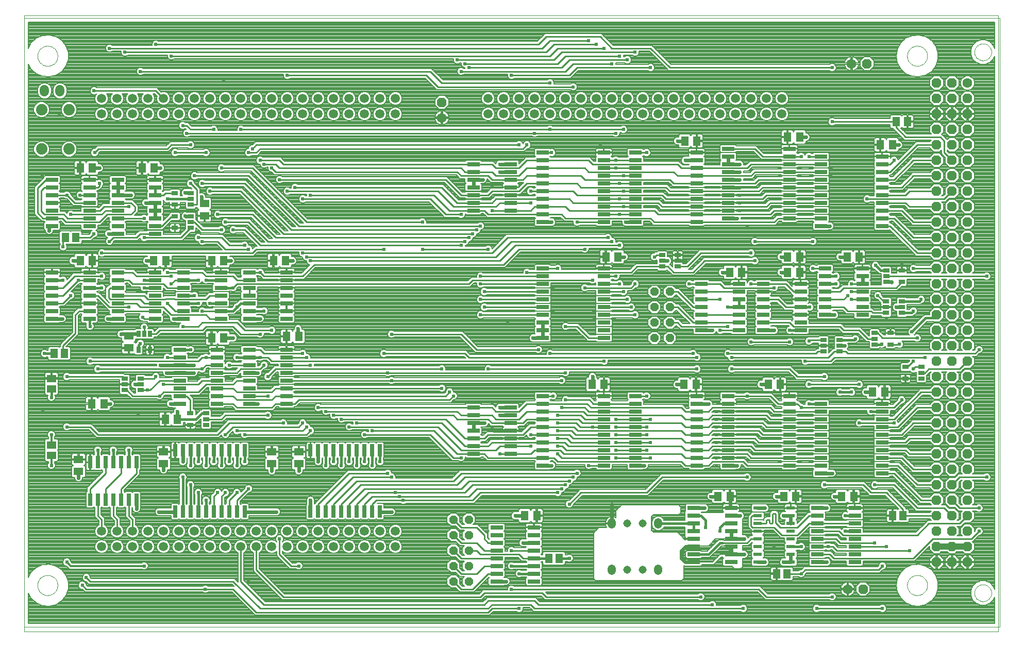
<source format=gtl>
G75*
G70*
%OFA0B0*%
%FSLAX24Y24*%
%IPPOS*%
%LPD*%
%AMOC8*
5,1,8,0,0,1.08239X$1,22.5*
%
%ADD10C,0.0000*%
%ADD11R,0.0591X0.0512*%
%ADD12R,0.0512X0.0630*%
%ADD13R,0.0551X0.0236*%
%ADD14R,0.0800X0.0260*%
%ADD15C,0.0740*%
%ADD16C,0.0600*%
%ADD17OC8,0.0560*%
%ADD18R,0.0630X0.0512*%
%ADD19R,0.0512X0.0591*%
%ADD20R,0.0260X0.0800*%
%ADD21C,0.0630*%
%ADD22OC8,0.0630*%
%ADD23C,0.0594*%
%ADD24R,0.0390X0.0272*%
%ADD25R,0.0272X0.0390*%
%ADD26C,0.0520*%
%ADD27C,0.0515*%
%ADD28C,0.0240*%
%ADD29C,0.0240*%
%ADD30C,0.0160*%
%ADD31C,0.0100*%
%ADD32C,0.0080*%
%ADD33C,0.0120*%
%ADD34C,0.0400*%
D10*
X004848Y007120D02*
X004848Y046990D01*
X067840Y046990D01*
X067840Y007120D01*
X004848Y007120D01*
X004848Y007430D02*
X004848Y046810D01*
X067948Y046810D01*
X067948Y007430D01*
X004848Y007430D01*
X005698Y010120D02*
X005700Y010170D01*
X005706Y010220D01*
X005716Y010270D01*
X005729Y010318D01*
X005746Y010366D01*
X005767Y010412D01*
X005791Y010456D01*
X005819Y010498D01*
X005850Y010538D01*
X005884Y010575D01*
X005921Y010610D01*
X005960Y010641D01*
X006001Y010670D01*
X006045Y010695D01*
X006091Y010717D01*
X006138Y010735D01*
X006186Y010749D01*
X006235Y010760D01*
X006285Y010767D01*
X006335Y010770D01*
X006386Y010769D01*
X006436Y010764D01*
X006486Y010755D01*
X006534Y010743D01*
X006582Y010726D01*
X006628Y010706D01*
X006673Y010683D01*
X006716Y010656D01*
X006756Y010626D01*
X006794Y010593D01*
X006829Y010557D01*
X006862Y010518D01*
X006891Y010477D01*
X006917Y010434D01*
X006940Y010389D01*
X006959Y010342D01*
X006974Y010294D01*
X006986Y010245D01*
X006994Y010195D01*
X006998Y010145D01*
X006998Y010095D01*
X006994Y010045D01*
X006986Y009995D01*
X006974Y009946D01*
X006959Y009898D01*
X006940Y009851D01*
X006917Y009806D01*
X006891Y009763D01*
X006862Y009722D01*
X006829Y009683D01*
X006794Y009647D01*
X006756Y009614D01*
X006716Y009584D01*
X006673Y009557D01*
X006628Y009534D01*
X006582Y009514D01*
X006534Y009497D01*
X006486Y009485D01*
X006436Y009476D01*
X006386Y009471D01*
X006335Y009470D01*
X006285Y009473D01*
X006235Y009480D01*
X006186Y009491D01*
X006138Y009505D01*
X006091Y009523D01*
X006045Y009545D01*
X006001Y009570D01*
X005960Y009599D01*
X005921Y009630D01*
X005884Y009665D01*
X005850Y009702D01*
X005819Y009742D01*
X005791Y009784D01*
X005767Y009828D01*
X005746Y009874D01*
X005729Y009922D01*
X005716Y009970D01*
X005706Y010020D01*
X005700Y010070D01*
X005698Y010120D01*
X005698Y044370D02*
X005700Y044420D01*
X005706Y044470D01*
X005716Y044520D01*
X005729Y044568D01*
X005746Y044616D01*
X005767Y044662D01*
X005791Y044706D01*
X005819Y044748D01*
X005850Y044788D01*
X005884Y044825D01*
X005921Y044860D01*
X005960Y044891D01*
X006001Y044920D01*
X006045Y044945D01*
X006091Y044967D01*
X006138Y044985D01*
X006186Y044999D01*
X006235Y045010D01*
X006285Y045017D01*
X006335Y045020D01*
X006386Y045019D01*
X006436Y045014D01*
X006486Y045005D01*
X006534Y044993D01*
X006582Y044976D01*
X006628Y044956D01*
X006673Y044933D01*
X006716Y044906D01*
X006756Y044876D01*
X006794Y044843D01*
X006829Y044807D01*
X006862Y044768D01*
X006891Y044727D01*
X006917Y044684D01*
X006940Y044639D01*
X006959Y044592D01*
X006974Y044544D01*
X006986Y044495D01*
X006994Y044445D01*
X006998Y044395D01*
X006998Y044345D01*
X006994Y044295D01*
X006986Y044245D01*
X006974Y044196D01*
X006959Y044148D01*
X006940Y044101D01*
X006917Y044056D01*
X006891Y044013D01*
X006862Y043972D01*
X006829Y043933D01*
X006794Y043897D01*
X006756Y043864D01*
X006716Y043834D01*
X006673Y043807D01*
X006628Y043784D01*
X006582Y043764D01*
X006534Y043747D01*
X006486Y043735D01*
X006436Y043726D01*
X006386Y043721D01*
X006335Y043720D01*
X006285Y043723D01*
X006235Y043730D01*
X006186Y043741D01*
X006138Y043755D01*
X006091Y043773D01*
X006045Y043795D01*
X006001Y043820D01*
X005960Y043849D01*
X005921Y043880D01*
X005884Y043915D01*
X005850Y043952D01*
X005819Y043992D01*
X005791Y044034D01*
X005767Y044078D01*
X005746Y044124D01*
X005729Y044172D01*
X005716Y044220D01*
X005706Y044270D01*
X005700Y044320D01*
X005698Y044370D01*
X061948Y044370D02*
X061950Y044420D01*
X061956Y044470D01*
X061966Y044520D01*
X061979Y044568D01*
X061996Y044616D01*
X062017Y044662D01*
X062041Y044706D01*
X062069Y044748D01*
X062100Y044788D01*
X062134Y044825D01*
X062171Y044860D01*
X062210Y044891D01*
X062251Y044920D01*
X062295Y044945D01*
X062341Y044967D01*
X062388Y044985D01*
X062436Y044999D01*
X062485Y045010D01*
X062535Y045017D01*
X062585Y045020D01*
X062636Y045019D01*
X062686Y045014D01*
X062736Y045005D01*
X062784Y044993D01*
X062832Y044976D01*
X062878Y044956D01*
X062923Y044933D01*
X062966Y044906D01*
X063006Y044876D01*
X063044Y044843D01*
X063079Y044807D01*
X063112Y044768D01*
X063141Y044727D01*
X063167Y044684D01*
X063190Y044639D01*
X063209Y044592D01*
X063224Y044544D01*
X063236Y044495D01*
X063244Y044445D01*
X063248Y044395D01*
X063248Y044345D01*
X063244Y044295D01*
X063236Y044245D01*
X063224Y044196D01*
X063209Y044148D01*
X063190Y044101D01*
X063167Y044056D01*
X063141Y044013D01*
X063112Y043972D01*
X063079Y043933D01*
X063044Y043897D01*
X063006Y043864D01*
X062966Y043834D01*
X062923Y043807D01*
X062878Y043784D01*
X062832Y043764D01*
X062784Y043747D01*
X062736Y043735D01*
X062686Y043726D01*
X062636Y043721D01*
X062585Y043720D01*
X062535Y043723D01*
X062485Y043730D01*
X062436Y043741D01*
X062388Y043755D01*
X062341Y043773D01*
X062295Y043795D01*
X062251Y043820D01*
X062210Y043849D01*
X062171Y043880D01*
X062134Y043915D01*
X062100Y043952D01*
X062069Y043992D01*
X062041Y044034D01*
X062017Y044078D01*
X061996Y044124D01*
X061979Y044172D01*
X061966Y044220D01*
X061956Y044270D01*
X061950Y044320D01*
X061948Y044370D01*
X066298Y044620D02*
X066300Y044667D01*
X066306Y044713D01*
X066316Y044759D01*
X066329Y044803D01*
X066347Y044847D01*
X066368Y044888D01*
X066392Y044928D01*
X066420Y044966D01*
X066451Y045001D01*
X066485Y045033D01*
X066521Y045062D01*
X066560Y045088D01*
X066600Y045111D01*
X066643Y045130D01*
X066687Y045146D01*
X066732Y045158D01*
X066778Y045166D01*
X066825Y045170D01*
X066871Y045170D01*
X066918Y045166D01*
X066964Y045158D01*
X067009Y045146D01*
X067053Y045130D01*
X067096Y045111D01*
X067136Y045088D01*
X067175Y045062D01*
X067211Y045033D01*
X067245Y045001D01*
X067276Y044966D01*
X067304Y044928D01*
X067328Y044888D01*
X067349Y044847D01*
X067367Y044803D01*
X067380Y044759D01*
X067390Y044713D01*
X067396Y044667D01*
X067398Y044620D01*
X067396Y044573D01*
X067390Y044527D01*
X067380Y044481D01*
X067367Y044437D01*
X067349Y044393D01*
X067328Y044352D01*
X067304Y044312D01*
X067276Y044274D01*
X067245Y044239D01*
X067211Y044207D01*
X067175Y044178D01*
X067136Y044152D01*
X067096Y044129D01*
X067053Y044110D01*
X067009Y044094D01*
X066964Y044082D01*
X066918Y044074D01*
X066871Y044070D01*
X066825Y044070D01*
X066778Y044074D01*
X066732Y044082D01*
X066687Y044094D01*
X066643Y044110D01*
X066600Y044129D01*
X066560Y044152D01*
X066521Y044178D01*
X066485Y044207D01*
X066451Y044239D01*
X066420Y044274D01*
X066392Y044312D01*
X066368Y044352D01*
X066347Y044393D01*
X066329Y044437D01*
X066316Y044481D01*
X066306Y044527D01*
X066300Y044573D01*
X066298Y044620D01*
X061948Y010120D02*
X061950Y010170D01*
X061956Y010220D01*
X061966Y010270D01*
X061979Y010318D01*
X061996Y010366D01*
X062017Y010412D01*
X062041Y010456D01*
X062069Y010498D01*
X062100Y010538D01*
X062134Y010575D01*
X062171Y010610D01*
X062210Y010641D01*
X062251Y010670D01*
X062295Y010695D01*
X062341Y010717D01*
X062388Y010735D01*
X062436Y010749D01*
X062485Y010760D01*
X062535Y010767D01*
X062585Y010770D01*
X062636Y010769D01*
X062686Y010764D01*
X062736Y010755D01*
X062784Y010743D01*
X062832Y010726D01*
X062878Y010706D01*
X062923Y010683D01*
X062966Y010656D01*
X063006Y010626D01*
X063044Y010593D01*
X063079Y010557D01*
X063112Y010518D01*
X063141Y010477D01*
X063167Y010434D01*
X063190Y010389D01*
X063209Y010342D01*
X063224Y010294D01*
X063236Y010245D01*
X063244Y010195D01*
X063248Y010145D01*
X063248Y010095D01*
X063244Y010045D01*
X063236Y009995D01*
X063224Y009946D01*
X063209Y009898D01*
X063190Y009851D01*
X063167Y009806D01*
X063141Y009763D01*
X063112Y009722D01*
X063079Y009683D01*
X063044Y009647D01*
X063006Y009614D01*
X062966Y009584D01*
X062923Y009557D01*
X062878Y009534D01*
X062832Y009514D01*
X062784Y009497D01*
X062736Y009485D01*
X062686Y009476D01*
X062636Y009471D01*
X062585Y009470D01*
X062535Y009473D01*
X062485Y009480D01*
X062436Y009491D01*
X062388Y009505D01*
X062341Y009523D01*
X062295Y009545D01*
X062251Y009570D01*
X062210Y009599D01*
X062171Y009630D01*
X062134Y009665D01*
X062100Y009702D01*
X062069Y009742D01*
X062041Y009784D01*
X062017Y009828D01*
X061996Y009874D01*
X061979Y009922D01*
X061966Y009970D01*
X061956Y010020D01*
X061950Y010070D01*
X061948Y010120D01*
X066298Y009620D02*
X066300Y009667D01*
X066306Y009713D01*
X066316Y009759D01*
X066329Y009803D01*
X066347Y009847D01*
X066368Y009888D01*
X066392Y009928D01*
X066420Y009966D01*
X066451Y010001D01*
X066485Y010033D01*
X066521Y010062D01*
X066560Y010088D01*
X066600Y010111D01*
X066643Y010130D01*
X066687Y010146D01*
X066732Y010158D01*
X066778Y010166D01*
X066825Y010170D01*
X066871Y010170D01*
X066918Y010166D01*
X066964Y010158D01*
X067009Y010146D01*
X067053Y010130D01*
X067096Y010111D01*
X067136Y010088D01*
X067175Y010062D01*
X067211Y010033D01*
X067245Y010001D01*
X067276Y009966D01*
X067304Y009928D01*
X067328Y009888D01*
X067349Y009847D01*
X067367Y009803D01*
X067380Y009759D01*
X067390Y009713D01*
X067396Y009667D01*
X067398Y009620D01*
X067396Y009573D01*
X067390Y009527D01*
X067380Y009481D01*
X067367Y009437D01*
X067349Y009393D01*
X067328Y009352D01*
X067304Y009312D01*
X067276Y009274D01*
X067245Y009239D01*
X067211Y009207D01*
X067175Y009178D01*
X067136Y009152D01*
X067096Y009129D01*
X067053Y009110D01*
X067009Y009094D01*
X066964Y009082D01*
X066918Y009074D01*
X066871Y009070D01*
X066825Y009070D01*
X066778Y009074D01*
X066732Y009082D01*
X066687Y009094D01*
X066643Y009110D01*
X066600Y009129D01*
X066560Y009152D01*
X066521Y009178D01*
X066485Y009207D01*
X066451Y009239D01*
X066420Y009274D01*
X066392Y009312D01*
X066368Y009352D01*
X066347Y009393D01*
X066329Y009437D01*
X066316Y009481D01*
X066306Y009527D01*
X066300Y009573D01*
X066298Y009620D01*
D11*
X006598Y018535D03*
X006598Y019204D03*
X006598Y022835D03*
X006598Y023504D03*
D12*
X009204Y021870D03*
X009992Y021870D03*
X013954Y020870D03*
X014742Y020870D03*
X016954Y026120D03*
X017742Y026120D03*
X021804Y026220D03*
X022592Y026220D03*
X021742Y031120D03*
X020954Y031120D03*
X017742Y031120D03*
X016954Y031120D03*
X013992Y031120D03*
X013204Y031120D03*
X009242Y031120D03*
X008454Y031120D03*
X008454Y037120D03*
X009242Y037120D03*
X012454Y037120D03*
X013242Y037120D03*
X041554Y023120D03*
X042342Y023120D03*
X047504Y023120D03*
X048292Y023120D03*
X052954Y023120D03*
X053742Y023120D03*
X059704Y022620D03*
X060492Y022620D03*
X058492Y015870D03*
X057704Y015870D03*
X054742Y015870D03*
X053954Y015870D03*
X050492Y015870D03*
X049704Y015870D03*
X037992Y014620D03*
X037204Y014620D03*
X050454Y030370D03*
X051242Y030370D03*
X054204Y030370D03*
X054992Y030370D03*
X054992Y031370D03*
X054204Y031370D03*
X058054Y031370D03*
X058842Y031370D03*
X060204Y038620D03*
X060992Y038620D03*
X054992Y039120D03*
X054204Y039120D03*
X048342Y038870D03*
X047554Y038870D03*
X043242Y031370D03*
X042454Y031370D03*
D13*
X052279Y015120D03*
X052279Y014620D03*
X052279Y014120D03*
X052279Y013620D03*
X052279Y013120D03*
X052279Y012620D03*
X052279Y012120D03*
X052279Y011620D03*
X054417Y011620D03*
X054417Y012120D03*
X054417Y012620D03*
X054417Y013120D03*
X054417Y013620D03*
X054417Y014120D03*
X054417Y014620D03*
X054417Y015120D03*
D14*
X056138Y015120D03*
X056138Y014620D03*
X056138Y014120D03*
X056138Y013620D03*
X056138Y013120D03*
X056138Y012620D03*
X056138Y012120D03*
X056138Y011620D03*
X058558Y011620D03*
X058558Y012120D03*
X058558Y012620D03*
X058558Y013120D03*
X058558Y013620D03*
X058558Y014120D03*
X058558Y014620D03*
X058558Y015120D03*
X060328Y017370D03*
X060328Y017870D03*
X060328Y018370D03*
X060328Y018870D03*
X060328Y019370D03*
X060328Y019870D03*
X060328Y020370D03*
X060328Y020870D03*
X060328Y021370D03*
X060328Y021870D03*
X056368Y021870D03*
X056368Y021370D03*
X056368Y020870D03*
X056368Y020370D03*
X056368Y019870D03*
X056368Y019370D03*
X056368Y018870D03*
X056368Y018370D03*
X056368Y017870D03*
X056368Y017370D03*
X054328Y017870D03*
X054328Y018370D03*
X054328Y018870D03*
X054328Y019370D03*
X054328Y019870D03*
X054328Y020370D03*
X054328Y020870D03*
X054328Y021370D03*
X054328Y021870D03*
X054328Y022370D03*
X050368Y022370D03*
X050368Y021870D03*
X050368Y021370D03*
X050368Y020870D03*
X050368Y020370D03*
X050368Y019870D03*
X050368Y019370D03*
X050368Y018870D03*
X050368Y018370D03*
X050368Y017870D03*
X048328Y017870D03*
X048328Y018370D03*
X048328Y018870D03*
X048328Y019370D03*
X048328Y019870D03*
X048328Y020370D03*
X048328Y020870D03*
X048328Y021370D03*
X048328Y021870D03*
X048328Y022370D03*
X044368Y022370D03*
X044368Y021870D03*
X044368Y021370D03*
X044368Y020870D03*
X044368Y020370D03*
X044368Y019870D03*
X044368Y019370D03*
X044368Y018870D03*
X044368Y018370D03*
X044368Y017870D03*
X042328Y017870D03*
X042328Y018370D03*
X042328Y018870D03*
X042328Y019370D03*
X042328Y019870D03*
X042328Y020370D03*
X042328Y020870D03*
X042328Y021370D03*
X042328Y021870D03*
X042328Y022370D03*
X038368Y022370D03*
X038368Y021870D03*
X038368Y021370D03*
X038368Y020870D03*
X038368Y020370D03*
X038368Y019870D03*
X038368Y019370D03*
X038368Y018870D03*
X038368Y018370D03*
X038368Y017870D03*
X036308Y018620D03*
X036308Y019120D03*
X036308Y019620D03*
X036308Y020120D03*
X036308Y020620D03*
X036308Y021120D03*
X036308Y021620D03*
X033888Y021620D03*
X033888Y021120D03*
X033888Y020620D03*
X033888Y020120D03*
X033888Y019620D03*
X033888Y019120D03*
X033888Y018620D03*
X035388Y013870D03*
X035388Y013370D03*
X035388Y012870D03*
X035388Y012370D03*
X035388Y011870D03*
X035388Y011370D03*
X035388Y010870D03*
X035388Y010370D03*
X037808Y010370D03*
X037808Y010870D03*
X037808Y011370D03*
X037808Y011870D03*
X037808Y012370D03*
X037808Y012870D03*
X037808Y013370D03*
X037808Y013870D03*
X048138Y014120D03*
X048138Y014620D03*
X048138Y015120D03*
X048138Y013620D03*
X048138Y013120D03*
X048138Y012620D03*
X048138Y012120D03*
X048138Y011620D03*
X050558Y011620D03*
X050558Y012120D03*
X050558Y012620D03*
X050558Y013120D03*
X050558Y013620D03*
X050558Y014120D03*
X050558Y014620D03*
X050558Y015120D03*
X042328Y026120D03*
X042328Y026620D03*
X042328Y027120D03*
X042328Y027620D03*
X042328Y028120D03*
X042328Y028620D03*
X042328Y029120D03*
X042328Y029620D03*
X042328Y030120D03*
X042328Y030620D03*
X042328Y033620D03*
X042328Y034120D03*
X042328Y034620D03*
X042328Y035120D03*
X042328Y035620D03*
X042328Y036120D03*
X042328Y036620D03*
X042328Y037120D03*
X042328Y037620D03*
X042328Y038120D03*
X044368Y038120D03*
X044368Y037620D03*
X044368Y037120D03*
X044368Y036620D03*
X044368Y036120D03*
X044368Y035620D03*
X044368Y035120D03*
X044368Y034620D03*
X044368Y034120D03*
X044368Y033620D03*
X048328Y033620D03*
X048328Y034120D03*
X048328Y034620D03*
X048328Y035120D03*
X048328Y035620D03*
X048328Y036120D03*
X048328Y036620D03*
X048328Y037120D03*
X048328Y037620D03*
X048328Y038120D03*
X050368Y038370D03*
X050368Y037870D03*
X050368Y037370D03*
X050368Y036870D03*
X050368Y036370D03*
X050368Y035870D03*
X050368Y035370D03*
X050368Y034870D03*
X050368Y034370D03*
X050368Y033870D03*
X054328Y033870D03*
X054328Y034370D03*
X054328Y034870D03*
X054328Y035370D03*
X054328Y035870D03*
X054328Y036370D03*
X054328Y036870D03*
X054328Y037370D03*
X054328Y037870D03*
X054328Y038370D03*
X056368Y037870D03*
X056368Y037370D03*
X056368Y036870D03*
X056368Y036370D03*
X056368Y035870D03*
X056368Y035370D03*
X056368Y034870D03*
X056368Y034370D03*
X056368Y033870D03*
X056368Y033370D03*
X056638Y030620D03*
X056638Y030120D03*
X056638Y029620D03*
X056638Y029120D03*
X056638Y028620D03*
X056638Y028120D03*
X056638Y027620D03*
X055058Y027620D03*
X055058Y028120D03*
X055058Y028620D03*
X055058Y029120D03*
X055058Y029620D03*
X052638Y029620D03*
X052638Y029120D03*
X052638Y028620D03*
X052638Y028120D03*
X052638Y027620D03*
X052638Y027120D03*
X052638Y026620D03*
X051058Y026620D03*
X051058Y027120D03*
X051058Y027620D03*
X051058Y028120D03*
X051058Y028620D03*
X051058Y029120D03*
X051058Y029620D03*
X048638Y029620D03*
X048638Y029120D03*
X048638Y028620D03*
X048638Y028120D03*
X048638Y027620D03*
X048638Y027120D03*
X048638Y026620D03*
X055058Y026620D03*
X055058Y027120D03*
X059058Y027620D03*
X059058Y028120D03*
X059058Y028620D03*
X059058Y029120D03*
X059058Y029620D03*
X059058Y030120D03*
X059058Y030620D03*
X060328Y033370D03*
X060328Y033870D03*
X060328Y034370D03*
X060328Y034870D03*
X060328Y035370D03*
X060328Y035870D03*
X060328Y036370D03*
X060328Y036870D03*
X060328Y037370D03*
X060328Y037870D03*
X038368Y037620D03*
X038368Y038120D03*
X038368Y037120D03*
X038368Y036620D03*
X038368Y036120D03*
X038368Y035620D03*
X038368Y035120D03*
X038368Y034620D03*
X038368Y034120D03*
X038368Y033620D03*
X036308Y034370D03*
X036308Y034870D03*
X036308Y035370D03*
X036308Y035870D03*
X036308Y036370D03*
X036308Y036870D03*
X036308Y037370D03*
X033888Y037370D03*
X033888Y036870D03*
X033888Y036370D03*
X033888Y035870D03*
X033888Y035370D03*
X033888Y034870D03*
X033888Y034370D03*
X038368Y030620D03*
X038368Y030120D03*
X038368Y029620D03*
X038368Y029120D03*
X038368Y028620D03*
X038368Y028120D03*
X038368Y027620D03*
X038368Y027120D03*
X038368Y026620D03*
X038368Y026120D03*
X021808Y025370D03*
X021808Y024870D03*
X021808Y024370D03*
X021808Y023870D03*
X021808Y023370D03*
X021808Y022870D03*
X021808Y022370D03*
X021808Y021870D03*
X019388Y021870D03*
X019388Y022370D03*
X019388Y022870D03*
X019388Y023370D03*
X019388Y023870D03*
X019388Y024370D03*
X019388Y024870D03*
X019388Y025370D03*
X017308Y025370D03*
X017308Y024870D03*
X017308Y024370D03*
X017308Y023870D03*
X017308Y023370D03*
X017308Y022870D03*
X017308Y022370D03*
X017308Y021870D03*
X014888Y021870D03*
X014888Y022370D03*
X014888Y022870D03*
X014888Y023370D03*
X014888Y023870D03*
X014888Y024370D03*
X014888Y024870D03*
X014888Y025370D03*
X015138Y027370D03*
X015138Y027870D03*
X015138Y028370D03*
X015138Y028870D03*
X015138Y029370D03*
X015138Y029870D03*
X015138Y030370D03*
X013308Y030370D03*
X013308Y029870D03*
X013308Y029370D03*
X013308Y028870D03*
X013308Y028370D03*
X013308Y027870D03*
X013308Y027370D03*
X010888Y027370D03*
X010888Y027870D03*
X010888Y028370D03*
X010888Y028870D03*
X010888Y029370D03*
X010888Y029870D03*
X010888Y030370D03*
X009058Y030370D03*
X009058Y029870D03*
X009058Y029370D03*
X009058Y028870D03*
X009058Y028370D03*
X009058Y027870D03*
X009058Y027370D03*
X006638Y027370D03*
X006638Y027870D03*
X006638Y028370D03*
X006638Y028870D03*
X006638Y029370D03*
X006638Y029870D03*
X006638Y030370D03*
X006638Y033370D03*
X006638Y033870D03*
X006638Y034370D03*
X006638Y034870D03*
X006638Y035370D03*
X006638Y035870D03*
X006638Y036370D03*
X009058Y036370D03*
X009058Y035870D03*
X009058Y035370D03*
X009058Y034870D03*
X009058Y034370D03*
X009058Y033870D03*
X009058Y033370D03*
X010888Y033370D03*
X010888Y033870D03*
X010888Y034370D03*
X010888Y034870D03*
X010888Y035370D03*
X010888Y035870D03*
X010888Y036370D03*
X013308Y036370D03*
X013308Y035870D03*
X013308Y035370D03*
X013308Y034870D03*
X013308Y034370D03*
X013308Y033870D03*
X013308Y033370D03*
X013308Y032870D03*
X010888Y032870D03*
X017558Y030370D03*
X017558Y029870D03*
X017558Y029370D03*
X017558Y028870D03*
X017558Y028370D03*
X017558Y027870D03*
X017558Y027370D03*
X019388Y027370D03*
X019388Y027870D03*
X019388Y028370D03*
X019388Y028870D03*
X019388Y029370D03*
X019388Y029870D03*
X019388Y030370D03*
X021808Y030370D03*
X021808Y029870D03*
X021808Y029370D03*
X021808Y028870D03*
X021808Y028370D03*
X021808Y027870D03*
X021808Y027370D03*
D15*
X007738Y038340D03*
X005958Y038340D03*
X005958Y040900D03*
X007738Y040900D03*
D16*
X007148Y042045D02*
X007148Y042195D01*
X006148Y042195D02*
X006148Y042045D01*
D17*
X032598Y014370D03*
X033598Y014370D03*
X033598Y013370D03*
X032598Y013370D03*
X032598Y012370D03*
X033598Y012370D03*
X033598Y011370D03*
X033598Y010370D03*
X032598Y010370D03*
X032598Y011370D03*
X045598Y026120D03*
X046598Y026120D03*
X046598Y027120D03*
X046598Y028120D03*
X045598Y028120D03*
X045598Y027120D03*
X045598Y029120D03*
X046598Y029120D03*
D18*
X022598Y018763D03*
X022598Y017976D03*
X020848Y017976D03*
X020848Y018763D03*
X013848Y018763D03*
X013848Y017976D03*
X008348Y018263D03*
X008348Y017476D03*
X011598Y025476D03*
X011598Y026263D03*
X016498Y034026D03*
X016498Y034813D03*
D19*
X008183Y032620D03*
X007513Y032620D03*
X007433Y025120D03*
X006763Y025120D03*
X038763Y011870D03*
X039433Y011870D03*
X053513Y010870D03*
X054183Y010870D03*
X061013Y014620D03*
X061683Y014620D03*
X061972Y040120D03*
X061224Y040120D03*
D20*
X027848Y018850D03*
X027348Y018850D03*
X026848Y018850D03*
X026348Y018850D03*
X025848Y018850D03*
X025348Y018850D03*
X024848Y018850D03*
X024348Y018850D03*
X023848Y018850D03*
X023348Y018850D03*
X019098Y018850D03*
X018598Y018850D03*
X018098Y018850D03*
X017598Y018850D03*
X017098Y018850D03*
X016598Y018850D03*
X016098Y018850D03*
X015598Y018850D03*
X015098Y018850D03*
X014598Y018850D03*
X012098Y018080D03*
X011598Y018080D03*
X011098Y018080D03*
X010598Y018080D03*
X010098Y018080D03*
X009598Y018080D03*
X009098Y018080D03*
X009098Y015660D03*
X009598Y015660D03*
X010098Y015660D03*
X010598Y015660D03*
X011098Y015660D03*
X011598Y015660D03*
X012098Y015660D03*
X014598Y014890D03*
X015098Y014890D03*
X015598Y014890D03*
X016098Y014890D03*
X016598Y014890D03*
X017098Y014890D03*
X017598Y014890D03*
X018098Y014890D03*
X018598Y014890D03*
X019098Y014890D03*
X023348Y014890D03*
X023848Y014890D03*
X024348Y014890D03*
X024848Y014890D03*
X025348Y014890D03*
X025848Y014890D03*
X026348Y014890D03*
X026848Y014890D03*
X027348Y014890D03*
X027848Y014890D03*
D21*
X058098Y009870D03*
X031848Y040370D03*
X058348Y043870D03*
X065848Y042620D03*
D22*
X064848Y042620D03*
X063848Y042620D03*
X063848Y041620D03*
X064848Y041620D03*
X065848Y041620D03*
X065848Y040620D03*
X064848Y040620D03*
X064848Y039620D03*
X065848Y039620D03*
X065848Y038620D03*
X064848Y038620D03*
X063848Y038620D03*
X063848Y039620D03*
X063848Y040620D03*
X063848Y037620D03*
X064848Y037620D03*
X065848Y037620D03*
X065848Y036620D03*
X064848Y036620D03*
X063848Y036620D03*
X063848Y035620D03*
X064848Y035620D03*
X065848Y035620D03*
X065848Y034620D03*
X064848Y034620D03*
X063848Y034620D03*
X063848Y033620D03*
X063848Y032620D03*
X064848Y032620D03*
X064848Y033620D03*
X065848Y033620D03*
X065848Y032620D03*
X065848Y031620D03*
X064848Y031620D03*
X063848Y031620D03*
X063848Y030620D03*
X064848Y030620D03*
X065848Y030620D03*
X065848Y029620D03*
X064848Y029620D03*
X063848Y029620D03*
X063848Y028620D03*
X064848Y028620D03*
X065848Y028620D03*
X065848Y027620D03*
X064848Y027620D03*
X064848Y026620D03*
X065848Y026620D03*
X065848Y025620D03*
X064848Y025620D03*
X063848Y025620D03*
X063848Y026620D03*
X063848Y027620D03*
X063848Y024620D03*
X064848Y024620D03*
X065848Y024620D03*
X065848Y023620D03*
X064848Y023620D03*
X063848Y023620D03*
X063848Y022620D03*
X064848Y022620D03*
X065848Y022620D03*
X065848Y021620D03*
X064848Y021620D03*
X064848Y020620D03*
X065848Y020620D03*
X065848Y019620D03*
X064848Y019620D03*
X063848Y019620D03*
X063848Y020620D03*
X063848Y021620D03*
X063848Y018620D03*
X064848Y018620D03*
X065848Y018620D03*
X065848Y017620D03*
X064848Y017620D03*
X063848Y017620D03*
X063848Y016620D03*
X064848Y016620D03*
X065848Y016620D03*
X065848Y015620D03*
X064848Y015620D03*
X063848Y015620D03*
X063848Y014620D03*
X063848Y013620D03*
X064848Y013620D03*
X064848Y014620D03*
X065848Y014620D03*
X065848Y013620D03*
X065848Y012620D03*
X064848Y012620D03*
X063848Y012620D03*
X063848Y011620D03*
X064848Y011620D03*
X065848Y011620D03*
X059098Y009870D03*
X031848Y041370D03*
X059348Y043870D03*
D23*
X053848Y041620D03*
X052848Y041620D03*
X051848Y041620D03*
X050848Y041620D03*
X049848Y041620D03*
X048848Y041620D03*
X047848Y041620D03*
X046848Y041620D03*
X045848Y041620D03*
X044848Y041620D03*
X043848Y041620D03*
X042848Y041620D03*
X041848Y041620D03*
X040848Y041620D03*
X039848Y041620D03*
X038848Y041620D03*
X037848Y041620D03*
X036848Y041620D03*
X035848Y041620D03*
X034848Y041620D03*
X034848Y040620D03*
X035848Y040620D03*
X036848Y040620D03*
X037848Y040620D03*
X038848Y040620D03*
X039848Y040620D03*
X040848Y040620D03*
X041848Y040620D03*
X042848Y040620D03*
X043848Y040620D03*
X044848Y040620D03*
X045848Y040620D03*
X046848Y040620D03*
X047848Y040620D03*
X048848Y040620D03*
X049848Y040620D03*
X050848Y040620D03*
X051848Y040620D03*
X052848Y040620D03*
X053848Y040620D03*
X028848Y040620D03*
X027848Y040620D03*
X027848Y041620D03*
X028848Y041620D03*
X026848Y041620D03*
X025848Y041620D03*
X024848Y041620D03*
X023848Y041620D03*
X022848Y041620D03*
X021848Y041620D03*
X020848Y041620D03*
X019848Y041620D03*
X018848Y041620D03*
X017848Y041620D03*
X016848Y041620D03*
X015848Y041620D03*
X014848Y041620D03*
X013848Y041620D03*
X012848Y041620D03*
X011848Y041620D03*
X010848Y041620D03*
X009848Y041620D03*
X009848Y040620D03*
X010848Y040620D03*
X011848Y040620D03*
X012848Y040620D03*
X013848Y040620D03*
X014848Y040620D03*
X015848Y040620D03*
X016848Y040620D03*
X017848Y040620D03*
X018848Y040620D03*
X019848Y040620D03*
X020848Y040620D03*
X021848Y040620D03*
X022848Y040620D03*
X023848Y040620D03*
X024848Y040620D03*
X025848Y040620D03*
X026848Y040620D03*
X026848Y013620D03*
X025848Y013620D03*
X024848Y013620D03*
X023848Y013620D03*
X022848Y013620D03*
X021848Y013620D03*
X020848Y013620D03*
X019848Y013620D03*
X018848Y013620D03*
X017848Y013620D03*
X016848Y013620D03*
X015848Y013620D03*
X014848Y013620D03*
X013848Y013620D03*
X012848Y013620D03*
X011848Y013620D03*
X010848Y013620D03*
X009848Y013620D03*
X009848Y012620D03*
X010848Y012620D03*
X011848Y012620D03*
X012848Y012620D03*
X013848Y012620D03*
X014848Y012620D03*
X015848Y012620D03*
X016848Y012620D03*
X017848Y012620D03*
X018848Y012620D03*
X019848Y012620D03*
X020848Y012620D03*
X021848Y012620D03*
X022848Y012620D03*
X023848Y012620D03*
X024848Y012620D03*
X025848Y012620D03*
X026848Y012620D03*
X027848Y012620D03*
X028848Y012620D03*
X028848Y013620D03*
X027848Y013620D03*
D24*
X016606Y020496D03*
X016606Y020870D03*
X016606Y021244D03*
X015586Y021244D03*
X015586Y020496D03*
X012356Y022746D03*
X012356Y023120D03*
X012356Y023494D03*
X011336Y023494D03*
X011336Y023120D03*
X011336Y022746D03*
X014586Y033246D03*
X014586Y033994D03*
X015606Y033994D03*
X015606Y033620D03*
X015606Y033246D03*
X015606Y034746D03*
X015606Y035120D03*
X015606Y035494D03*
X014586Y035494D03*
X014586Y034746D03*
X046090Y031494D03*
X046090Y031120D03*
X046090Y030746D03*
X047110Y030746D03*
X047110Y031120D03*
X047110Y031494D03*
X056536Y025994D03*
X056536Y025620D03*
X056536Y025246D03*
X057556Y025246D03*
X057556Y025620D03*
X057556Y025994D03*
X059840Y026070D03*
X059840Y026444D03*
X059840Y025696D03*
X060860Y025696D03*
X060860Y026444D03*
X060586Y027746D03*
X060586Y028120D03*
X060586Y028494D03*
X061606Y028494D03*
X061606Y028120D03*
X061606Y027746D03*
X061610Y029746D03*
X060590Y029746D03*
X060590Y030120D03*
X060590Y030494D03*
X061610Y030494D03*
X061836Y024244D03*
X061836Y023496D03*
X062856Y023496D03*
X062856Y023870D03*
X062856Y024244D03*
D25*
X012972Y025358D03*
X012224Y025358D03*
X012224Y026377D03*
X012598Y026377D03*
X012972Y026377D03*
D26*
X042848Y014185D02*
X042848Y014055D01*
X045848Y014055D02*
X045848Y014185D01*
X045848Y011185D02*
X045848Y011055D01*
X042848Y011055D02*
X042848Y011185D01*
D27*
X043848Y011120D03*
X044848Y011120D03*
X044848Y014120D03*
X043848Y014120D03*
D28*
X042848Y014120D02*
X042848Y015370D01*
X044368Y017870D02*
X044948Y017870D01*
X048138Y015120D02*
X048848Y015120D01*
X049248Y015870D02*
X049704Y015870D01*
X050492Y015870D02*
X050492Y015186D01*
X050558Y015120D01*
X050558Y014620D02*
X051148Y014620D01*
X050558Y013620D02*
X050558Y013120D01*
X051398Y013120D01*
X050558Y012620D02*
X050558Y012160D01*
X050598Y012120D01*
X051398Y012120D01*
X050558Y012120D02*
X050558Y012620D01*
X052279Y011620D02*
X052748Y011620D01*
X053948Y011620D02*
X054417Y011620D01*
X054417Y012120D01*
X056138Y011620D02*
X056748Y011620D01*
X054417Y014120D02*
X054417Y014620D01*
X053948Y014620D01*
X052748Y015120D02*
X052279Y015120D01*
X053498Y015870D02*
X053954Y015870D01*
X056138Y015120D02*
X056748Y015120D01*
X057248Y015870D02*
X057704Y015870D01*
X057098Y017370D02*
X056368Y017370D01*
X050948Y017870D02*
X050368Y017870D01*
X049098Y021870D02*
X048328Y021870D01*
X047504Y023120D02*
X047048Y023120D01*
X048638Y026620D02*
X049348Y026620D01*
X052638Y026620D02*
X053348Y026620D01*
X056638Y027620D02*
X057248Y027620D01*
X057556Y025620D02*
X057898Y025620D01*
X061248Y028120D02*
X061606Y028120D01*
X060948Y029720D02*
X060922Y029746D01*
X060590Y029746D01*
X059058Y029620D02*
X059058Y030120D01*
X058054Y031370D02*
X057598Y031370D01*
X056948Y033370D02*
X056368Y033370D01*
X054204Y031370D02*
X053798Y031370D01*
X053798Y030370D02*
X054204Y030370D01*
X050454Y030370D02*
X049998Y030370D01*
X047598Y031120D02*
X047110Y031120D01*
X046448Y031120D02*
X046090Y031120D01*
X043648Y031370D02*
X043242Y031370D01*
X043748Y033620D02*
X044368Y033620D01*
X047598Y037620D02*
X048328Y037620D01*
X047554Y038870D02*
X047098Y038870D01*
X050368Y037870D02*
X050368Y037370D01*
X051098Y037370D01*
X051098Y036870D02*
X050368Y036870D01*
X050368Y036370D02*
X051098Y036370D01*
X051098Y035870D02*
X050368Y035870D01*
X050368Y033870D02*
X050948Y033870D01*
X054992Y039120D02*
X055398Y039120D01*
X060992Y038620D02*
X061398Y038620D01*
X041598Y023620D02*
X041598Y023163D01*
X041554Y023120D01*
X038368Y026120D02*
X037748Y026120D01*
X038368Y026120D02*
X038368Y026620D01*
X038368Y027120D01*
X036308Y021620D02*
X035598Y021620D01*
X035598Y021120D02*
X036308Y021120D01*
X036308Y020120D02*
X035198Y020120D01*
X035098Y020220D01*
X034598Y020620D02*
X033888Y020620D01*
X033888Y020120D01*
X038368Y017870D02*
X038948Y017870D01*
X037204Y014620D02*
X036598Y014620D01*
X037098Y012870D02*
X037808Y012870D01*
X035998Y010370D02*
X035388Y010370D01*
X028598Y014870D02*
X027868Y014870D01*
X027848Y014890D01*
X023848Y018120D02*
X023848Y018850D01*
X022598Y017976D02*
X022598Y017520D01*
X020848Y017520D02*
X020848Y017976D01*
X023348Y015620D02*
X023348Y014890D01*
X021148Y014870D02*
X019118Y014870D01*
X019098Y014890D01*
X014598Y014890D02*
X014578Y014870D01*
X013548Y014870D01*
X012098Y015070D02*
X012098Y015660D01*
X013848Y017570D02*
X013848Y017976D01*
X015098Y018120D02*
X015098Y018850D01*
X014742Y020870D02*
X014748Y020876D01*
X014748Y021370D01*
X014888Y021870D02*
X014298Y021870D01*
X012356Y023120D02*
X011998Y023120D01*
X010398Y021870D02*
X009992Y021870D01*
X013648Y024370D02*
X014888Y024370D01*
X015798Y024370D01*
X015798Y023870D02*
X014888Y023870D01*
X014048Y023870D01*
X012224Y026377D02*
X011712Y026377D01*
X011106Y026377D01*
X011098Y026370D01*
X011598Y026263D02*
X011712Y026377D01*
X010888Y027370D02*
X010248Y027370D01*
X007298Y027370D02*
X006638Y027370D01*
X007998Y031120D02*
X008454Y031120D01*
X010298Y032870D02*
X010888Y032870D01*
X012748Y031120D02*
X013204Y031120D01*
X013308Y033870D02*
X013308Y034370D01*
X013308Y034870D01*
X012698Y034870D01*
X011748Y035370D02*
X010888Y035370D01*
X010888Y035870D01*
X010888Y036370D01*
X009698Y037120D02*
X009242Y037120D01*
X013242Y037120D02*
X013648Y037120D01*
X015248Y035520D02*
X015580Y035520D01*
X015606Y035494D01*
X016298Y035270D02*
X016298Y035013D01*
X015606Y033994D02*
X015274Y033994D01*
X015248Y034020D01*
X017742Y031120D02*
X018198Y031120D01*
X021742Y031120D02*
X022198Y031120D01*
X020098Y027370D02*
X019388Y027370D01*
X018348Y026120D02*
X017742Y026120D01*
X015138Y027370D02*
X014498Y027370D01*
X019388Y023870D02*
X019948Y023870D01*
X019948Y021870D02*
X019388Y021870D01*
X022592Y026220D02*
X022548Y026263D01*
X022548Y026720D01*
X033888Y035870D02*
X033888Y036370D01*
X034498Y036370D01*
X035598Y036870D02*
X036308Y036870D01*
X036308Y037370D02*
X035598Y037370D01*
X038368Y033620D02*
X038948Y033620D01*
X052498Y023120D02*
X052954Y023120D01*
X059248Y022620D02*
X059704Y022620D01*
X048138Y012620D02*
X047598Y012620D01*
X047348Y012370D01*
X047348Y011870D01*
X047598Y011620D01*
X048138Y011620D01*
X008348Y017070D02*
X008348Y017476D01*
X006448Y033070D02*
X006448Y033320D01*
D29*
X006448Y033070D03*
X007348Y032020D03*
X007998Y031120D03*
X008348Y029870D03*
X007348Y029870D03*
X007848Y028870D03*
X009848Y029370D03*
X009848Y030120D03*
X009848Y031620D03*
X010348Y032370D03*
X010298Y032870D03*
X010098Y033520D03*
X009348Y032870D03*
X007848Y034120D03*
X007598Y035370D03*
X008448Y035370D03*
X009698Y036120D03*
X009698Y037120D03*
X009398Y038120D03*
X007098Y040620D03*
X009348Y042120D03*
X012348Y043370D03*
X011348Y044620D03*
X010348Y044870D03*
X013348Y045120D03*
X014348Y044370D03*
X017748Y042870D03*
X021848Y043120D03*
X018848Y039620D03*
X017098Y039620D03*
X016598Y038120D03*
X015598Y038620D03*
X015348Y039370D03*
X015098Y039870D03*
X014598Y038120D03*
X013648Y037120D03*
X015598Y036120D03*
X015848Y036620D03*
X016348Y036120D03*
X016848Y035620D03*
X016298Y035270D03*
X015248Y035520D03*
X014098Y035120D03*
X012698Y034870D03*
X011748Y035370D03*
X011598Y034620D03*
X012598Y033870D03*
X012598Y032620D03*
X012748Y031120D03*
X012598Y029870D03*
X012598Y029370D03*
X014098Y030370D03*
X014348Y030120D03*
X014348Y029620D03*
X014098Y028370D03*
X014498Y027370D03*
X015098Y026870D03*
X016348Y027870D03*
X016098Y028370D03*
X015848Y028870D03*
X016848Y028370D03*
X018348Y029370D03*
X016598Y029870D03*
X016098Y029870D03*
X018198Y031120D03*
X019098Y032120D03*
X019348Y031870D03*
X018348Y033120D03*
X017848Y033620D03*
X017598Y033120D03*
X017348Y034120D03*
X016098Y032620D03*
X016348Y032370D03*
X015248Y034020D03*
X017598Y037120D03*
X019348Y038120D03*
X019598Y038370D03*
X020098Y037620D03*
X020348Y037370D03*
X020848Y037120D03*
X021348Y036370D03*
X022348Y035870D03*
X021848Y035620D03*
X022848Y035120D03*
X023348Y035370D03*
X022848Y031620D03*
X023098Y031370D03*
X023348Y031120D03*
X022198Y031120D03*
X020098Y030370D03*
X020348Y027870D03*
X020098Y027370D03*
X020848Y026620D03*
X020098Y026370D03*
X020098Y024870D03*
X020348Y024370D03*
X019948Y023870D03*
X020598Y023620D03*
X020598Y022370D03*
X019948Y021870D03*
X020598Y021120D03*
X021598Y020620D03*
X022848Y020620D03*
X023098Y020370D03*
X023348Y020120D03*
X023848Y021620D03*
X024348Y021370D03*
X024848Y021120D03*
X025348Y020870D03*
X025848Y020370D03*
X026348Y020620D03*
X027348Y020120D03*
X026848Y019870D03*
X026848Y018120D03*
X027348Y017870D03*
X027848Y018120D03*
X028348Y017370D03*
X028598Y017120D03*
X028848Y016120D03*
X029098Y015870D03*
X029348Y015620D03*
X028598Y014870D03*
X026348Y017870D03*
X025848Y018120D03*
X025348Y017870D03*
X024848Y018120D03*
X024348Y017870D03*
X023848Y018120D03*
X022598Y017520D03*
X020848Y017520D03*
X019348Y016370D03*
X018598Y016120D03*
X017848Y016120D03*
X017348Y016120D03*
X016598Y015620D03*
X016098Y016120D03*
X015598Y016620D03*
X015098Y017120D03*
X015598Y017870D03*
X016098Y018120D03*
X016598Y017870D03*
X017098Y018120D03*
X017598Y017870D03*
X018098Y018120D03*
X018598Y017870D03*
X019098Y018120D03*
X019098Y019870D03*
X018598Y020120D03*
X017848Y019870D03*
X015098Y018120D03*
X013848Y017570D03*
X011598Y018870D03*
X010598Y018870D03*
X009598Y018870D03*
X008348Y017070D03*
X006598Y017870D03*
X006598Y019870D03*
X007598Y020370D03*
X006048Y021370D03*
X006598Y022270D03*
X007598Y023620D03*
X009098Y024620D03*
X009598Y024120D03*
X011998Y023120D03*
X012798Y022746D03*
X013598Y022370D03*
X013848Y023120D03*
X013348Y023620D03*
X014048Y023870D03*
X013648Y024370D03*
X014098Y024870D03*
X015598Y025370D03*
X015798Y024370D03*
X015798Y023870D03*
X016348Y024120D03*
X016598Y024870D03*
X018098Y024370D03*
X018598Y024870D03*
X018348Y026120D03*
X018598Y028120D03*
X022548Y026720D03*
X022848Y025120D03*
X023098Y024870D03*
X023348Y024370D03*
X028098Y025120D03*
X028348Y023870D03*
X028598Y023370D03*
X031848Y022870D03*
X032348Y022620D03*
X032598Y022370D03*
X031848Y024120D03*
X028598Y026370D03*
X034348Y027620D03*
X034598Y028120D03*
X034348Y028620D03*
X034598Y029120D03*
X034348Y029620D03*
X034348Y030120D03*
X034848Y031870D03*
X033848Y032870D03*
X034098Y033120D03*
X034348Y033370D03*
X033598Y032620D03*
X033348Y032370D03*
X033098Y032120D03*
X033098Y034120D03*
X035098Y034370D03*
X035098Y035920D03*
X034498Y036370D03*
X035598Y036870D03*
X035598Y037370D03*
X036848Y038620D03*
X037348Y038620D03*
X037848Y039370D03*
X038848Y039620D03*
X038948Y038120D03*
X037598Y035620D03*
X037598Y034870D03*
X038948Y033620D03*
X040598Y033620D03*
X041098Y031870D03*
X039348Y030620D03*
X041098Y029370D03*
X041598Y029870D03*
X043098Y030120D03*
X043348Y029620D03*
X043598Y029120D03*
X043848Y028620D03*
X044098Y028120D03*
X044348Y027620D03*
X044348Y029620D03*
X043648Y031370D03*
X043348Y032120D03*
X042848Y032370D03*
X042598Y032620D03*
X043748Y033620D03*
X043348Y034120D03*
X043598Y034620D03*
X043348Y035120D03*
X043598Y035620D03*
X043348Y036120D03*
X043598Y036620D03*
X043098Y037120D03*
X043098Y037620D03*
X042098Y038520D03*
X043098Y039370D03*
X043598Y039620D03*
X045098Y038120D03*
X047098Y038870D03*
X047598Y037620D03*
X051098Y037370D03*
X051098Y036870D03*
X051098Y036370D03*
X051098Y035870D03*
X051098Y035370D03*
X051098Y034870D03*
X051098Y034370D03*
X050948Y033870D03*
X051598Y033320D03*
X052098Y032370D03*
X051848Y031620D03*
X052098Y031120D03*
X053798Y031370D03*
X053798Y030370D03*
X053348Y029370D03*
X051848Y029620D03*
X049998Y030370D03*
X049848Y028620D03*
X050348Y028120D03*
X050348Y026870D03*
X049848Y026620D03*
X049348Y026620D03*
X050348Y025120D03*
X050598Y024870D03*
X050598Y024120D03*
X052498Y023120D03*
X051598Y022370D03*
X049598Y021370D03*
X049598Y020870D03*
X049598Y020370D03*
X049598Y019870D03*
X049598Y019370D03*
X049598Y018870D03*
X049598Y018370D03*
X049598Y017820D03*
X050948Y017870D03*
X051598Y017120D03*
X053498Y015870D03*
X052748Y015120D03*
X053948Y014620D03*
X053348Y012520D03*
X053948Y011620D03*
X052748Y011620D03*
X051398Y012120D03*
X051398Y013120D03*
X051148Y014620D03*
X049848Y013620D03*
X048898Y013870D03*
X048848Y015120D03*
X049248Y015870D03*
X045348Y018370D03*
X045098Y018870D03*
X045348Y019370D03*
X045098Y019870D03*
X045098Y020370D03*
X045348Y020870D03*
X045098Y022370D03*
X047048Y023120D03*
X048348Y024120D03*
X048348Y024870D03*
X048098Y025120D03*
X049098Y021870D03*
X051848Y025870D03*
X053348Y026620D03*
X054348Y026620D03*
X054348Y025870D03*
X055598Y025920D03*
X055348Y024620D03*
X056598Y023620D03*
X055598Y023120D03*
X055598Y021870D03*
X055098Y021620D03*
X057598Y022620D03*
X058348Y022620D03*
X058848Y023120D03*
X059248Y022620D03*
X059598Y021370D03*
X058848Y020620D03*
X061098Y020620D03*
X061598Y022120D03*
X062348Y024120D03*
X062348Y024620D03*
X063098Y024870D03*
X061448Y025720D03*
X062248Y026520D03*
X062598Y026120D03*
X062348Y027870D03*
X062848Y028620D03*
X061248Y028120D03*
X060598Y027320D03*
X060298Y025720D03*
X058598Y026070D03*
X057898Y025620D03*
X057048Y025620D03*
X057248Y027620D03*
X058348Y028620D03*
X058098Y028870D03*
X058348Y029120D03*
X058348Y029620D03*
X057348Y029620D03*
X057348Y030120D03*
X057598Y031370D03*
X055848Y030620D03*
X055848Y032370D03*
X056948Y033370D03*
X059348Y035120D03*
X061098Y037620D03*
X061398Y038620D03*
X057098Y040120D03*
X055398Y039120D03*
X055598Y037870D03*
X055098Y037870D03*
X049298Y032370D03*
X047598Y031120D03*
X046448Y031120D03*
X045598Y031370D03*
X047848Y029620D03*
X042348Y024620D03*
X041598Y023620D03*
X039848Y023870D03*
X039598Y023370D03*
X039048Y022370D03*
X039848Y022120D03*
X039598Y021620D03*
X039348Y021120D03*
X039348Y020620D03*
X039348Y020120D03*
X039348Y019620D03*
X039348Y019120D03*
X039348Y018620D03*
X038948Y017870D03*
X040098Y016870D03*
X040348Y017120D03*
X040598Y017370D03*
X041348Y017870D03*
X043098Y018370D03*
X043098Y018870D03*
X043098Y019370D03*
X043098Y019870D03*
X043098Y020370D03*
X043098Y020870D03*
X041598Y020370D03*
X044948Y017870D03*
X039848Y016620D03*
X039598Y016370D03*
X039348Y016120D03*
X040098Y015370D03*
X036598Y014620D03*
X037098Y012870D03*
X036348Y012370D03*
X036348Y011370D03*
X036848Y010870D03*
X035998Y010370D03*
X036348Y009870D03*
X036848Y008620D03*
X040098Y011870D03*
X048598Y009370D03*
X049348Y008870D03*
X051348Y008620D03*
X055098Y010870D03*
X056748Y011620D03*
X056848Y012620D03*
X057948Y013620D03*
X057948Y014620D03*
X056748Y015120D03*
X057248Y015870D03*
X056598Y016620D03*
X057098Y017370D03*
X059848Y016620D03*
X059848Y012870D03*
X060598Y012620D03*
X062098Y012370D03*
X060348Y011370D03*
X060348Y008620D03*
X057098Y009370D03*
X056098Y008620D03*
X055098Y012620D03*
X066598Y013620D03*
X066598Y015120D03*
X067098Y017120D03*
X066598Y025370D03*
X060948Y029720D03*
X060048Y028870D03*
X059898Y030820D03*
X061598Y030920D03*
X062348Y030620D03*
X067098Y030120D03*
X055648Y028120D03*
X039848Y026870D03*
X038848Y025120D03*
X038098Y025370D03*
X037748Y026120D03*
X036098Y027170D03*
X037348Y030370D03*
X030598Y031870D03*
X030598Y033620D03*
X028098Y031870D03*
X034848Y024120D03*
X035098Y021920D03*
X035598Y021620D03*
X035598Y021120D03*
X035098Y020220D03*
X035098Y019620D03*
X034598Y020620D03*
X035598Y018620D03*
X037598Y019120D03*
X037598Y019870D03*
X033098Y018370D03*
X023348Y015620D03*
X021148Y014870D03*
X021348Y013120D03*
X022598Y011370D03*
X019348Y010370D03*
X016548Y009870D03*
X012598Y011370D03*
X008848Y010620D03*
X008598Y010120D03*
X007598Y011620D03*
X012098Y015070D03*
X013548Y014870D03*
X012198Y021120D03*
X010398Y021870D03*
X014298Y021870D03*
X014748Y021370D03*
X012348Y025770D03*
X012598Y026820D03*
X012498Y027470D03*
X011598Y028120D03*
X010248Y027370D03*
X009098Y026870D03*
X007298Y027370D03*
X006148Y025120D03*
X011098Y026370D03*
X005998Y036620D03*
X032848Y044120D03*
X033348Y043870D03*
X033598Y043620D03*
X033098Y043370D03*
X036348Y043120D03*
X038848Y042620D03*
X040348Y042370D03*
X042848Y043870D03*
X043348Y044370D03*
X043848Y044120D03*
X044348Y044620D03*
X045348Y043620D03*
X042348Y044870D03*
X041848Y045120D03*
X041348Y045370D03*
X057098Y043620D03*
D30*
X059898Y030820D02*
X060224Y030494D01*
X060590Y030494D01*
X061606Y028494D02*
X062722Y028494D01*
X062848Y028620D01*
X062348Y027870D02*
X062224Y027746D01*
X061606Y027746D01*
X062248Y026520D02*
X063148Y027420D01*
X063648Y027420D01*
X063848Y027620D01*
X060298Y025720D02*
X060274Y025696D01*
X059840Y025696D01*
X058598Y026070D02*
X058522Y025994D01*
X057556Y025994D01*
X055058Y026620D02*
X054348Y026620D01*
X055058Y028120D02*
X055648Y028120D01*
X056638Y029620D02*
X057348Y029620D01*
X057348Y030120D02*
X056638Y030120D01*
X051058Y028620D02*
X051058Y028120D01*
X050348Y028120D01*
X055598Y021870D02*
X056368Y021870D01*
X057598Y022620D02*
X058348Y022620D01*
X059598Y021370D02*
X060328Y021370D01*
X058558Y014620D02*
X057948Y014620D01*
X057948Y013620D02*
X058558Y013620D01*
X055098Y012620D02*
X054417Y012620D01*
X050558Y014120D02*
X050098Y014120D01*
X049848Y013870D01*
X049848Y013620D01*
X049848Y012870D02*
X049998Y012870D01*
X049848Y012870D02*
X049098Y012120D01*
X048138Y012120D01*
X048138Y013620D02*
X048138Y014120D01*
X045848Y014120D01*
X048138Y014620D02*
X048598Y014620D01*
X048898Y014320D01*
X048898Y013870D01*
X040098Y011870D02*
X039433Y011870D01*
X038763Y011870D02*
X037808Y011870D01*
X037808Y011370D02*
X036348Y011370D01*
X036848Y010870D02*
X037808Y010870D01*
X027848Y018120D02*
X027848Y018850D01*
X027348Y018850D02*
X027348Y017870D01*
X026848Y018120D02*
X026848Y018850D01*
X026348Y018850D02*
X026348Y017870D01*
X025848Y018120D02*
X025848Y018850D01*
X025348Y018850D02*
X025348Y017870D01*
X024848Y018120D02*
X024848Y018850D01*
X024348Y018850D02*
X024348Y017870D01*
X019098Y018120D02*
X019098Y018850D01*
X018598Y018850D02*
X018598Y017870D01*
X018098Y018120D02*
X018098Y018850D01*
X017598Y018850D02*
X017598Y017870D01*
X017098Y018120D02*
X017098Y018850D01*
X016598Y018850D02*
X016598Y017870D01*
X016098Y018120D02*
X016098Y018850D01*
X015598Y018850D02*
X015598Y017870D01*
X015098Y017120D02*
X015098Y014890D01*
X015598Y014890D02*
X015598Y016620D01*
X016098Y016120D02*
X016098Y014890D01*
X016598Y014890D02*
X016598Y015620D01*
X011598Y018080D02*
X011598Y018870D01*
X010598Y018870D02*
X010598Y018080D01*
X009598Y018080D02*
X009598Y018870D01*
X006598Y022270D02*
X006598Y022835D01*
X006763Y025120D02*
X006148Y025120D01*
X009058Y026910D02*
X009058Y027370D01*
X009058Y026910D02*
X009098Y026870D01*
X009058Y029370D02*
X009848Y029370D01*
X007348Y029870D02*
X006638Y029870D01*
X012598Y029870D02*
X013308Y029870D01*
X013308Y029370D02*
X012598Y029370D01*
X015138Y029870D02*
X016098Y029870D01*
X016598Y029870D02*
X017558Y029870D01*
X017558Y029370D02*
X018348Y029370D01*
X018848Y028370D02*
X019388Y028370D01*
X019388Y027870D02*
X020348Y027870D01*
X018848Y028370D02*
X018598Y028120D01*
X018348Y027870D01*
X017558Y027870D01*
X017558Y028370D02*
X016848Y028370D01*
X016098Y028370D02*
X015138Y028370D01*
X015138Y028870D02*
X015848Y028870D01*
X012348Y025770D02*
X012224Y025646D01*
X012224Y025358D01*
X014888Y025370D02*
X015598Y025370D01*
X018598Y024870D02*
X019388Y024870D01*
X020098Y024870D01*
X016606Y021244D02*
X016322Y021244D01*
X015948Y020870D01*
X014742Y020870D01*
X014098Y035120D02*
X015606Y035120D01*
X013308Y035370D02*
X013308Y035870D01*
D31*
X013308Y035370D02*
X013848Y035370D01*
X013972Y035494D01*
X014586Y035494D01*
X015598Y036120D02*
X015998Y035720D01*
X015998Y034770D01*
X015974Y034746D01*
X015606Y034746D01*
X016298Y035013D02*
X016498Y034813D01*
X016848Y035620D02*
X018848Y035620D01*
X021598Y032870D01*
X033848Y032870D01*
X034098Y033120D02*
X022098Y033120D01*
X019098Y036120D01*
X016348Y036120D01*
X015848Y036620D02*
X019348Y036620D01*
X022598Y033370D01*
X034348Y033370D01*
X034848Y034120D02*
X038368Y034120D01*
X039598Y034120D01*
X039848Y033870D01*
X045348Y033870D01*
X045598Y033620D01*
X048328Y033620D01*
X053348Y033620D01*
X053598Y033870D01*
X054328Y033870D01*
X056368Y033870D01*
X056368Y034370D02*
X054328Y034370D01*
X053348Y034370D01*
X053098Y034120D01*
X048328Y034120D01*
X045848Y034120D01*
X045598Y034370D01*
X040098Y034370D01*
X039848Y034620D01*
X038368Y034620D01*
X037848Y034620D01*
X037598Y034370D01*
X036308Y034370D01*
X035098Y034370D01*
X035348Y034620D02*
X035598Y034870D01*
X036308Y034870D01*
X037598Y034870D01*
X037598Y035620D02*
X038368Y035620D01*
X040348Y035620D01*
X040598Y035370D01*
X046098Y035370D01*
X046348Y035120D01*
X048328Y035120D01*
X052598Y035120D01*
X052848Y035370D01*
X054328Y035370D01*
X056368Y035370D01*
X056368Y035870D02*
X054328Y035870D01*
X052598Y035870D01*
X052348Y035620D01*
X048328Y035620D01*
X046598Y035620D01*
X046348Y035870D01*
X040848Y035870D01*
X040598Y036120D01*
X038368Y036120D01*
X037348Y036120D01*
X036848Y035620D01*
X035098Y035620D01*
X034848Y035370D01*
X033888Y035370D01*
X033098Y035370D01*
X032098Y036370D01*
X021348Y036370D01*
X021098Y036870D02*
X020848Y037120D01*
X021098Y037370D02*
X021348Y037120D01*
X033098Y037120D01*
X033348Y036870D01*
X033888Y036870D01*
X035098Y036870D01*
X035348Y036620D01*
X036848Y036620D01*
X037348Y037120D01*
X038368Y037120D01*
X041098Y037120D01*
X041348Y036870D01*
X046848Y036870D01*
X047098Y036620D01*
X048328Y036620D01*
X051848Y036620D01*
X052098Y036870D01*
X054328Y036870D01*
X056368Y036870D01*
X056368Y037370D02*
X054328Y037370D01*
X051848Y037370D01*
X051598Y037120D01*
X048328Y037120D01*
X047348Y037120D01*
X047098Y037370D01*
X041598Y037370D01*
X041348Y037620D01*
X038368Y037620D01*
X037348Y037620D01*
X036848Y037120D01*
X035348Y037120D01*
X035098Y037370D01*
X033888Y037370D01*
X021598Y037370D01*
X021348Y037620D01*
X020098Y037620D01*
X020348Y037370D02*
X021098Y037370D01*
X021098Y036870D02*
X032848Y036870D01*
X033098Y036620D01*
X034848Y036620D01*
X035098Y036370D01*
X036308Y036370D01*
X037098Y036370D01*
X037348Y036620D01*
X038368Y036620D01*
X040848Y036620D01*
X041098Y036370D01*
X046598Y036370D01*
X046848Y036120D01*
X048328Y036120D01*
X052098Y036120D01*
X052348Y036370D01*
X054328Y036370D01*
X056368Y036370D01*
X056368Y037870D02*
X055598Y037870D01*
X055098Y037870D02*
X054328Y037870D01*
X052598Y037870D01*
X052098Y038370D01*
X050368Y038370D01*
X053098Y034870D02*
X054328Y034870D01*
X056368Y034870D01*
X054598Y035370D02*
X054328Y035370D01*
X053098Y034870D02*
X052848Y034620D01*
X048328Y034620D01*
X046098Y034620D01*
X045848Y034870D01*
X040348Y034870D01*
X040098Y035120D01*
X038368Y035120D01*
X035348Y035120D01*
X035098Y034870D01*
X033888Y034870D01*
X032848Y034870D01*
X031848Y035870D01*
X022348Y035870D01*
X021848Y035620D02*
X031598Y035620D01*
X032598Y034620D01*
X035348Y034620D01*
X034848Y034120D02*
X034598Y034370D01*
X033888Y034370D01*
X032348Y034370D01*
X031348Y035370D01*
X023348Y035370D01*
X022848Y035120D02*
X031098Y035120D01*
X032098Y034120D01*
X033098Y034120D01*
X033348Y035120D02*
X034598Y035120D01*
X034598Y035620D02*
X033348Y035620D01*
X030598Y033620D02*
X023098Y033620D01*
X019598Y037120D01*
X017598Y037120D01*
X016598Y038120D02*
X014598Y038120D01*
X014348Y038620D02*
X015598Y038620D01*
X015348Y039370D02*
X037848Y039370D01*
X043098Y039370D01*
X043598Y039620D02*
X038848Y039620D01*
X018848Y039620D01*
X019848Y038620D02*
X036848Y038620D01*
X037098Y038370D02*
X037348Y038620D01*
X037098Y038370D02*
X020098Y038370D01*
X019848Y038120D01*
X019348Y038120D01*
X019598Y038370D02*
X019848Y038620D01*
X017098Y039620D02*
X015598Y039620D01*
X015348Y039870D01*
X015098Y039870D01*
X014348Y038620D02*
X014098Y038370D01*
X009648Y038370D01*
X009398Y038120D01*
X009698Y036120D02*
X009698Y035970D01*
X009598Y035870D01*
X009058Y035870D01*
X009058Y035370D02*
X008448Y035370D01*
X008098Y034870D02*
X007598Y035370D01*
X006638Y035370D01*
X006638Y035870D02*
X006148Y035870D01*
X005948Y035670D01*
X005948Y034320D01*
X006148Y034120D01*
X007398Y034120D01*
X007648Y033870D01*
X009058Y033870D01*
X009058Y034370D02*
X009748Y034370D01*
X009998Y034620D01*
X011598Y034620D01*
X011748Y034870D02*
X011998Y034620D01*
X011998Y034370D01*
X011748Y034120D01*
X010198Y034120D01*
X009698Y033620D01*
X007548Y033620D01*
X007298Y033870D01*
X006638Y033870D01*
X006048Y033870D01*
X005698Y034220D01*
X005698Y035820D01*
X006248Y036370D01*
X006638Y036370D01*
X008098Y034870D02*
X009058Y034870D01*
X009598Y034620D02*
X008348Y034620D01*
X007848Y034120D02*
X009848Y034120D01*
X010098Y034370D01*
X010888Y034370D01*
X010888Y034870D02*
X011748Y034870D01*
X011348Y033870D02*
X010888Y033870D01*
X012598Y033870D01*
X012598Y033120D02*
X013848Y033120D01*
X013748Y033370D02*
X014348Y033970D01*
X014562Y033970D01*
X014586Y033994D01*
X013748Y033370D02*
X013308Y033370D01*
X013308Y032870D02*
X012348Y032870D01*
X012098Y032620D01*
X010598Y032620D01*
X010348Y032370D01*
X009848Y031620D02*
X019598Y031620D01*
X019848Y031870D01*
X028098Y031870D01*
X030598Y031870D02*
X034848Y031870D01*
X035098Y031620D02*
X022848Y031620D01*
X023098Y031370D02*
X035348Y031370D01*
X036348Y032370D01*
X042848Y032370D01*
X042598Y032620D02*
X036098Y032620D01*
X035098Y031620D01*
X035598Y031120D02*
X023348Y031120D01*
X023598Y030870D02*
X035848Y030870D01*
X036848Y031870D01*
X041098Y031870D01*
X039348Y030620D02*
X038368Y030620D01*
X038368Y030120D02*
X034348Y030120D01*
X034348Y029620D02*
X038368Y029620D01*
X038368Y029120D02*
X034598Y029120D01*
X034348Y028620D02*
X038368Y028620D01*
X038598Y028620D01*
X038368Y028120D02*
X034598Y028120D01*
X034348Y027620D02*
X038368Y027620D01*
X039848Y026870D02*
X040598Y026870D01*
X041348Y026120D01*
X042328Y026120D01*
X042328Y027620D02*
X044348Y027620D01*
X044098Y028120D02*
X042328Y028120D01*
X042328Y028620D02*
X043848Y028620D01*
X043598Y029120D02*
X042328Y029120D01*
X042328Y029620D02*
X043348Y029620D01*
X043098Y030120D02*
X042328Y030120D01*
X041598Y029870D02*
X033848Y029870D01*
X033598Y029620D01*
X018598Y029620D01*
X018348Y029370D01*
X018598Y029870D02*
X018348Y030120D01*
X016598Y030120D01*
X016348Y030370D01*
X015138Y030370D01*
X014098Y030370D01*
X014348Y030120D02*
X012098Y030120D01*
X011848Y030370D01*
X010888Y030370D01*
X010888Y029870D02*
X011598Y029870D01*
X011848Y029620D01*
X013848Y029620D01*
X014098Y029370D01*
X015138Y029370D01*
X015138Y029870D02*
X014598Y029870D01*
X014348Y029620D01*
X014548Y028670D02*
X013998Y028670D01*
X013948Y028620D01*
X012848Y028620D01*
X012598Y028870D01*
X010888Y028870D01*
X010888Y029370D02*
X010398Y029370D01*
X010298Y029270D01*
X010298Y028720D01*
X010398Y028620D01*
X012348Y028620D01*
X012598Y028370D01*
X013308Y028370D01*
X013308Y027870D02*
X010888Y027870D01*
X010888Y028370D02*
X012098Y028370D01*
X012348Y028120D01*
X013848Y028120D01*
X014348Y027620D01*
X016598Y027620D01*
X016848Y027370D01*
X017558Y027370D01*
X017558Y027870D02*
X016348Y027870D01*
X016348Y027120D02*
X018598Y027120D01*
X019098Y026620D01*
X020848Y026620D01*
X020098Y026370D02*
X018848Y026370D01*
X018348Y026870D01*
X016598Y026870D01*
X016356Y026627D01*
X013606Y026627D01*
X013356Y026377D01*
X012972Y026377D01*
X012598Y026377D02*
X012598Y026820D01*
X012598Y027370D02*
X013308Y027370D01*
X012598Y027370D02*
X012498Y027470D01*
X011598Y028120D02*
X010348Y028120D01*
X009598Y028870D01*
X009058Y028870D01*
X007848Y028870D02*
X007348Y028370D01*
X006638Y028370D01*
X006638Y028870D02*
X007348Y028870D01*
X008348Y029870D01*
X009058Y029870D01*
X009848Y030120D02*
X008098Y030120D01*
X007348Y029370D01*
X006638Y029370D01*
X008148Y027620D02*
X008398Y027870D01*
X009058Y027870D01*
X008148Y027620D02*
X008148Y026420D01*
X007348Y025620D01*
X007348Y025204D01*
X007433Y025120D01*
X009098Y024620D02*
X016098Y024620D01*
X016348Y024870D01*
X016598Y024870D01*
X017308Y024870D01*
X017308Y024370D02*
X016598Y024370D01*
X016348Y024120D01*
X009598Y024120D01*
X011210Y023620D02*
X007598Y023620D01*
X011210Y023620D02*
X011336Y023494D01*
X011336Y022746D02*
X011472Y022746D01*
X011848Y022370D01*
X013598Y022370D01*
X013848Y022620D01*
X016098Y022620D01*
X016598Y023120D01*
X018348Y023120D01*
X018598Y023370D01*
X019388Y023370D01*
X018848Y024120D02*
X020098Y024120D01*
X020348Y024370D01*
X020098Y024870D02*
X020598Y024870D01*
X020848Y024620D01*
X042348Y024620D01*
X039848Y023870D02*
X028348Y023870D01*
X023848Y023870D01*
X023348Y024370D02*
X021808Y024370D01*
X021808Y024870D02*
X023098Y024870D01*
X022848Y025120D02*
X020348Y025120D01*
X020098Y025370D01*
X019388Y025370D01*
X019388Y024370D02*
X018098Y024370D01*
X018598Y023870D02*
X017308Y023870D01*
X017308Y023370D02*
X016348Y023370D01*
X016098Y023120D01*
X013848Y023120D01*
X013598Y023370D02*
X012974Y022746D01*
X012798Y022746D01*
X012356Y022746D01*
X012356Y023494D02*
X013222Y023494D01*
X013348Y023620D01*
X013598Y023370D02*
X014888Y023370D01*
X014888Y022370D02*
X015348Y022370D01*
X015586Y022131D01*
X015586Y021244D01*
X016606Y020870D02*
X017598Y020870D01*
X017848Y021120D01*
X020598Y021120D01*
X020848Y021620D02*
X021098Y021870D01*
X021808Y021870D01*
X022348Y021870D01*
X022598Y022120D01*
X032348Y022120D01*
X032598Y022370D01*
X032348Y022620D02*
X032098Y022370D01*
X021808Y022370D01*
X021098Y022370D01*
X020848Y022120D01*
X018598Y022120D01*
X018348Y022370D01*
X017308Y022370D01*
X017308Y022870D02*
X018348Y022870D01*
X018598Y022620D01*
X020848Y022620D01*
X021098Y022870D01*
X021808Y022870D01*
X031848Y022870D01*
X031848Y024120D02*
X021098Y024120D01*
X020598Y023620D01*
X021808Y023870D02*
X028348Y023870D01*
X028598Y023370D02*
X021808Y023370D01*
X020598Y022370D02*
X019388Y022370D01*
X018598Y021620D02*
X020848Y021620D01*
X021598Y020620D02*
X018098Y020620D01*
X017348Y019870D01*
X009598Y019870D01*
X009098Y020370D01*
X007598Y020370D01*
X010098Y018080D02*
X010098Y017370D01*
X009098Y016370D01*
X009098Y015660D01*
X009598Y015660D02*
X009598Y014620D01*
X009848Y014370D01*
X009848Y013620D01*
X010848Y014370D02*
X010598Y014620D01*
X010598Y015660D01*
X011098Y015660D02*
X011098Y016370D01*
X012098Y017370D01*
X012098Y018080D01*
X011098Y018080D02*
X011098Y017370D01*
X010098Y016370D01*
X010098Y015660D01*
X010848Y014370D02*
X010848Y013620D01*
X011848Y013620D02*
X011848Y014370D01*
X011598Y014620D01*
X011598Y015660D01*
X017098Y015870D02*
X017098Y014890D01*
X017598Y014890D02*
X017598Y015870D01*
X017848Y016120D01*
X017348Y016120D02*
X017098Y015870D01*
X018098Y015620D02*
X018598Y016120D01*
X018598Y015620D02*
X019348Y016370D01*
X018598Y015620D02*
X018598Y014890D01*
X018098Y014890D02*
X018098Y015620D01*
X018848Y012620D02*
X018848Y010370D01*
X020348Y008870D01*
X034598Y008870D01*
X034848Y009120D01*
X037848Y009120D01*
X038098Y008870D01*
X049348Y008870D01*
X048598Y009370D02*
X038598Y009370D01*
X038348Y009620D01*
X034598Y009620D01*
X034348Y009370D01*
X021598Y009370D01*
X019848Y011120D01*
X019848Y012620D01*
X021348Y013120D02*
X021348Y012120D01*
X022098Y011370D01*
X022598Y011370D01*
X020098Y008620D02*
X034848Y008620D01*
X035098Y008870D01*
X037598Y008870D01*
X037848Y008620D01*
X051348Y008620D01*
X052348Y009870D02*
X052848Y009370D01*
X057098Y009370D01*
X056098Y008620D02*
X060348Y008620D01*
X060098Y011120D02*
X055348Y011120D01*
X055098Y010870D01*
X054183Y010870D01*
X052348Y009870D02*
X036348Y009870D01*
X035388Y010870D02*
X034848Y010870D01*
X033848Y009870D01*
X033098Y009870D01*
X032598Y010370D01*
X033098Y010870D02*
X032598Y011370D01*
X033098Y011870D02*
X035388Y011870D01*
X035388Y012370D02*
X034598Y012370D01*
X034098Y012870D01*
X033098Y012870D01*
X032598Y013370D01*
X033098Y013870D02*
X034098Y013870D01*
X034598Y013370D01*
X034598Y013120D01*
X034848Y012870D01*
X035388Y012870D01*
X034348Y012120D02*
X036848Y012120D01*
X037098Y011870D01*
X037808Y011870D01*
X037808Y012370D02*
X036348Y012370D01*
X035388Y011370D02*
X034598Y011370D01*
X034098Y010870D01*
X033098Y010870D01*
X033098Y011870D02*
X032598Y012370D01*
X033598Y012370D02*
X034098Y012370D01*
X034348Y012120D01*
X033098Y013870D02*
X032598Y014370D01*
X033848Y015620D02*
X034348Y016120D01*
X039348Y016120D01*
X039598Y016370D02*
X034098Y016370D01*
X033598Y015870D01*
X029098Y015870D01*
X027348Y015870D01*
X026848Y015370D01*
X026848Y014890D01*
X027348Y014890D02*
X027348Y015370D01*
X027598Y015620D01*
X029348Y015620D01*
X033848Y015620D01*
X033348Y016120D02*
X033848Y016620D01*
X039848Y016620D01*
X040098Y016870D02*
X033598Y016870D01*
X033098Y016370D01*
X026848Y016370D01*
X025848Y015370D01*
X025848Y014890D01*
X026348Y014890D02*
X026348Y015370D01*
X027098Y016120D01*
X028848Y016120D01*
X033348Y016120D01*
X032848Y016620D02*
X033348Y017120D01*
X040348Y017120D01*
X040598Y017370D02*
X033098Y017370D01*
X032598Y016870D01*
X026348Y016870D01*
X024848Y015370D01*
X024848Y014890D01*
X025348Y014890D02*
X025348Y015370D01*
X026598Y016620D01*
X032848Y016620D01*
X032598Y018370D02*
X033098Y018370D01*
X032848Y018620D02*
X031348Y020120D01*
X027348Y020120D01*
X026848Y019870D02*
X031098Y019870D01*
X032598Y018370D01*
X032848Y018620D02*
X033888Y018620D01*
X034598Y018620D01*
X034848Y018370D01*
X038368Y018370D01*
X039098Y018370D01*
X039348Y018120D01*
X047348Y018120D01*
X047598Y017870D01*
X048328Y017870D01*
X049098Y017870D01*
X049348Y018120D01*
X051348Y018120D01*
X051598Y017870D01*
X054328Y017870D01*
X056368Y017870D01*
X056368Y018370D02*
X054328Y018370D01*
X051848Y018370D01*
X051598Y018620D01*
X049348Y018620D01*
X049098Y018370D01*
X048328Y018370D01*
X047598Y018370D01*
X047348Y018620D01*
X039748Y018620D01*
X039498Y018870D01*
X038368Y018870D01*
X037848Y018870D01*
X037598Y018620D01*
X036308Y018620D01*
X035598Y018620D01*
X035348Y018870D02*
X035598Y019120D01*
X036308Y019120D01*
X037598Y019120D01*
X037598Y019870D02*
X038368Y019870D01*
X040098Y019870D01*
X040348Y019620D01*
X047348Y019620D01*
X047598Y019370D01*
X048328Y019370D01*
X049098Y019370D01*
X049348Y019620D01*
X052098Y019620D01*
X052348Y019370D01*
X054328Y019370D01*
X056368Y019370D01*
X056368Y019870D02*
X054328Y019870D01*
X052598Y019870D01*
X052348Y020120D01*
X049348Y020120D01*
X049098Y019870D01*
X048328Y019870D01*
X047598Y019870D01*
X047348Y020120D01*
X040648Y020120D01*
X040398Y020370D01*
X038368Y020370D01*
X037598Y020370D01*
X037098Y019870D01*
X034848Y019870D01*
X034598Y019620D01*
X033888Y019620D01*
X033348Y019620D01*
X032098Y020870D01*
X025348Y020870D01*
X024848Y021120D02*
X032598Y021120D01*
X032848Y020870D01*
X034848Y020870D01*
X035098Y020620D01*
X036308Y020620D01*
X037098Y020620D01*
X037348Y020870D01*
X038368Y020870D01*
X040698Y020870D01*
X040948Y020620D01*
X047348Y020620D01*
X047598Y020370D01*
X048328Y020370D01*
X049098Y020370D01*
X049348Y020620D01*
X052598Y020620D01*
X052848Y020370D01*
X054328Y020370D01*
X056368Y020370D01*
X056368Y020870D02*
X054328Y020870D01*
X053098Y020870D01*
X052848Y021120D01*
X049348Y021120D01*
X049098Y020870D01*
X048328Y020870D01*
X047598Y020870D01*
X047348Y021120D01*
X041248Y021120D01*
X040998Y021370D01*
X038368Y021370D01*
X037348Y021370D01*
X036848Y020870D01*
X035348Y020870D01*
X035098Y021120D01*
X033888Y021120D01*
X033098Y021120D01*
X032848Y021370D01*
X024348Y021370D01*
X023848Y021620D02*
X033888Y021620D01*
X035098Y021620D01*
X035348Y021370D01*
X036848Y021370D01*
X037348Y021870D01*
X038368Y021870D01*
X041248Y021870D01*
X041498Y021620D01*
X047348Y021620D01*
X047598Y021370D01*
X048328Y021370D01*
X049098Y021370D01*
X049348Y021620D01*
X053098Y021620D01*
X053348Y021370D01*
X054328Y021370D01*
X056368Y021370D01*
X055098Y021620D02*
X054848Y021870D01*
X054328Y021870D01*
X053598Y021870D01*
X053098Y022370D01*
X051598Y022370D01*
X050368Y022370D01*
X050368Y021870D02*
X049598Y021870D01*
X049598Y021370D02*
X050368Y021370D01*
X050368Y020870D02*
X049598Y020870D01*
X049598Y020370D02*
X050368Y020370D01*
X050368Y019870D02*
X049598Y019870D01*
X049598Y019370D02*
X050368Y019370D01*
X050368Y018870D02*
X049598Y018870D01*
X049348Y019120D02*
X049098Y018870D01*
X048328Y018870D01*
X047598Y018870D01*
X047348Y019120D01*
X040048Y019120D01*
X039798Y019370D01*
X038368Y019370D01*
X035098Y019370D01*
X034848Y019120D01*
X033888Y019120D01*
X033348Y019120D01*
X031848Y020620D01*
X026348Y020620D01*
X025848Y020370D02*
X031598Y020370D01*
X033098Y018870D01*
X035348Y018870D01*
X039348Y019120D02*
X039648Y019120D01*
X039898Y018870D01*
X042328Y018870D01*
X042328Y019370D02*
X040198Y019370D01*
X039948Y019620D01*
X039348Y019620D01*
X039348Y020120D02*
X040248Y020120D01*
X040498Y019870D01*
X042328Y019870D01*
X042328Y020370D02*
X041598Y020370D01*
X040798Y020370D01*
X040548Y020620D01*
X039348Y020620D01*
X039348Y021120D02*
X040848Y021120D01*
X041098Y020870D01*
X042328Y020870D01*
X042328Y021370D02*
X041348Y021370D01*
X041098Y021620D01*
X039598Y021620D01*
X039848Y022120D02*
X041398Y022120D01*
X041648Y021870D01*
X042328Y021870D01*
X044368Y021870D01*
X044368Y022370D02*
X045098Y022370D01*
X044368Y021370D02*
X042328Y021370D01*
X043098Y020870D02*
X044368Y020870D01*
X045348Y020870D01*
X045098Y020370D02*
X044368Y020370D01*
X043098Y020370D01*
X043098Y019870D02*
X044368Y019870D01*
X045098Y019870D01*
X045348Y019370D02*
X044368Y019370D01*
X043098Y019370D01*
X043098Y018870D02*
X044368Y018870D01*
X045098Y018870D01*
X045348Y018370D02*
X044368Y018370D01*
X043098Y018370D01*
X042328Y018370D02*
X039598Y018370D01*
X039348Y018620D01*
X041348Y017870D02*
X042328Y017870D01*
X040848Y016120D02*
X045098Y016120D01*
X046098Y017120D01*
X051598Y017120D01*
X052098Y018870D02*
X054328Y018870D01*
X056368Y018870D01*
X056598Y016620D02*
X059098Y016620D01*
X059598Y016120D01*
X060598Y016120D01*
X061683Y015035D01*
X061683Y014620D01*
X063848Y014620D01*
X064348Y015120D02*
X062598Y015120D01*
X061098Y016620D01*
X059848Y016620D01*
X060328Y017370D02*
X061098Y017370D01*
X062848Y015620D01*
X063848Y015620D01*
X064348Y015120D02*
X064848Y014620D01*
X065348Y015120D02*
X064848Y015620D01*
X065348Y015120D02*
X066598Y015120D01*
X065848Y014620D02*
X065348Y014120D01*
X063348Y014120D01*
X062598Y013370D01*
X057798Y013370D01*
X057548Y013620D01*
X056138Y013620D01*
X056138Y014120D02*
X055598Y014120D01*
X054848Y013370D01*
X053848Y013370D01*
X053348Y013870D01*
X051948Y013870D01*
X051848Y013970D01*
X051848Y014520D01*
X051948Y014620D01*
X052279Y014620D01*
X052279Y014120D02*
X052798Y014120D01*
X052848Y014170D01*
X052848Y014320D01*
X052898Y014370D01*
X052998Y014370D01*
X053048Y014320D01*
X053048Y014170D01*
X053098Y014120D01*
X053198Y014120D01*
X053248Y014170D01*
X053248Y014720D01*
X053298Y014770D01*
X053398Y014770D01*
X053448Y014720D01*
X053448Y014170D01*
X053748Y013870D01*
X054848Y013870D01*
X055598Y014620D01*
X056138Y014620D01*
X056138Y014120D02*
X058558Y014120D01*
X057348Y013120D02*
X057598Y012870D01*
X059848Y012870D01*
X060598Y012620D02*
X058558Y012620D01*
X057398Y012370D02*
X062098Y012370D01*
X062348Y011870D02*
X063598Y013120D01*
X066098Y013120D01*
X066598Y013620D01*
X064848Y016620D02*
X065348Y017120D01*
X067098Y017120D01*
X063848Y017620D02*
X062348Y017620D01*
X061598Y018370D01*
X060328Y018370D01*
X060328Y018870D02*
X061848Y018870D01*
X062098Y018620D01*
X063848Y018620D01*
X063848Y019620D02*
X062098Y019620D01*
X061848Y019370D01*
X060328Y019370D01*
X060328Y019870D02*
X061598Y019870D01*
X062348Y020620D01*
X063848Y020620D01*
X063848Y021620D02*
X062598Y021620D01*
X061348Y020370D01*
X060328Y020370D01*
X060328Y020870D02*
X061098Y020870D01*
X062848Y022620D01*
X063848Y022620D01*
X063098Y023870D02*
X062856Y023870D01*
X063098Y023870D02*
X063348Y024120D01*
X065348Y024120D01*
X065848Y024620D01*
X066348Y025120D02*
X066598Y025370D01*
X066348Y025120D02*
X058098Y025120D01*
X057972Y025246D01*
X057556Y025246D01*
X057224Y025246D01*
X056973Y024995D01*
X056848Y024870D01*
X050598Y024870D01*
X050348Y025120D02*
X056048Y025120D01*
X056174Y025246D01*
X056536Y025246D01*
X056536Y025994D02*
X055672Y025994D01*
X055598Y025920D01*
X054348Y025870D02*
X051848Y025870D01*
X051058Y026620D02*
X049848Y026620D01*
X050348Y026870D02*
X047348Y026870D01*
X047098Y027120D01*
X046598Y027120D01*
X046598Y028120D02*
X047098Y028120D01*
X048098Y027120D01*
X048638Y027120D01*
X051058Y027120D01*
X051058Y027620D02*
X048638Y027620D01*
X048638Y028120D02*
X048098Y028120D01*
X047098Y029120D01*
X046598Y029120D01*
X046848Y030370D02*
X048098Y030370D01*
X048848Y031120D01*
X052098Y031120D01*
X051848Y031620D02*
X048598Y031620D01*
X047724Y030746D01*
X047110Y030746D01*
X046848Y030370D02*
X046472Y030746D01*
X046090Y030746D01*
X044474Y030746D01*
X044098Y030370D01*
X037348Y030370D01*
X035598Y031120D02*
X036598Y032120D01*
X043348Y032120D01*
X042328Y033620D02*
X040598Y033620D01*
X042328Y034120D02*
X043348Y034120D01*
X044368Y034120D01*
X044368Y034620D02*
X043598Y034620D01*
X042328Y034620D01*
X042328Y035120D02*
X043348Y035120D01*
X044368Y035120D01*
X044368Y035620D02*
X043598Y035620D01*
X042328Y035620D01*
X042328Y036120D02*
X043348Y036120D01*
X044368Y036120D01*
X044368Y036620D02*
X043598Y036620D01*
X042328Y036620D01*
X042328Y037120D02*
X043098Y037120D01*
X044368Y037120D01*
X044368Y037620D02*
X043098Y037620D01*
X042328Y037620D01*
X044368Y038120D02*
X045098Y038120D01*
X040348Y042370D02*
X031598Y042370D01*
X030848Y043120D01*
X021848Y043120D01*
X014348Y044370D02*
X038848Y044370D01*
X039348Y044870D01*
X042348Y044870D01*
X042848Y044870D02*
X045348Y044870D01*
X046598Y043620D01*
X057098Y043620D01*
X057098Y040120D02*
X061224Y040120D01*
X061224Y039744D01*
X061848Y039120D01*
X064098Y039120D01*
X064348Y038870D01*
X064348Y038120D01*
X064848Y037620D01*
X063848Y037620D02*
X062348Y037620D01*
X061098Y036370D01*
X060328Y036370D01*
X060328Y036870D02*
X060848Y036870D01*
X062598Y038620D01*
X063848Y038620D01*
X061098Y037620D02*
X060848Y037370D01*
X060328Y037370D01*
X060328Y035870D02*
X061598Y035870D01*
X062348Y036620D01*
X063848Y036620D01*
X063848Y035620D02*
X062098Y035620D01*
X061848Y035370D01*
X060328Y035370D01*
X060328Y034870D02*
X061848Y034870D01*
X062098Y034620D01*
X063848Y034620D01*
X064348Y035120D02*
X059348Y035120D01*
X060328Y034370D02*
X061598Y034370D01*
X062348Y033620D01*
X063848Y033620D01*
X063848Y032620D02*
X062348Y032620D01*
X061098Y033870D01*
X060328Y033870D01*
X060328Y033370D02*
X060848Y033370D01*
X062598Y031620D01*
X063848Y031620D01*
X063848Y030620D02*
X062348Y030620D01*
X061610Y029746D02*
X061234Y029370D01*
X057848Y029370D01*
X057598Y029120D01*
X056638Y029120D01*
X056638Y028620D02*
X057848Y028620D01*
X058098Y028870D01*
X058348Y029120D02*
X059058Y029120D01*
X059058Y029620D02*
X058348Y029620D01*
X058348Y028620D02*
X059058Y028620D01*
X059598Y027870D02*
X059722Y027746D01*
X060586Y027746D01*
X060586Y028494D02*
X060424Y028494D01*
X060048Y028870D01*
X059598Y027870D02*
X058098Y027870D01*
X057848Y028120D01*
X056638Y028120D01*
X057598Y026870D02*
X054598Y026870D01*
X054348Y027120D01*
X052638Y027120D01*
X052638Y028620D02*
X053598Y028620D01*
X054098Y028120D01*
X055058Y028120D01*
X055058Y029120D02*
X054598Y029120D01*
X054098Y029620D01*
X052638Y029620D01*
X051848Y029620D01*
X051058Y029120D02*
X048638Y029120D01*
X048638Y029620D02*
X047848Y029620D01*
X048638Y029620D02*
X049848Y029620D01*
X050098Y029370D01*
X053348Y029370D01*
X055848Y030620D02*
X056638Y030620D01*
X055848Y032370D02*
X052098Y032370D01*
X049848Y028620D02*
X048638Y028620D01*
X045722Y031494D02*
X045598Y031370D01*
X045722Y031494D02*
X046090Y031494D01*
X044348Y029620D02*
X044098Y029370D01*
X041098Y029370D01*
X038848Y025120D02*
X048098Y025120D01*
X048348Y024870D02*
X033598Y024870D01*
X033348Y025120D01*
X028098Y025120D01*
X028598Y026370D02*
X033098Y026370D01*
X034098Y025370D01*
X038098Y025370D01*
X039598Y023370D02*
X028598Y023370D01*
X023348Y020120D02*
X023098Y019870D01*
X019098Y019870D01*
X018598Y020120D02*
X022848Y020120D01*
X023098Y020370D01*
X022848Y020620D02*
X022598Y020370D01*
X018348Y020370D01*
X017848Y019870D01*
X018598Y021620D02*
X018348Y021870D01*
X017308Y021870D01*
X018598Y023870D02*
X018848Y024120D01*
X016098Y026870D02*
X015098Y026870D01*
X016098Y026870D02*
X016348Y027120D01*
X015138Y027870D02*
X014598Y027870D01*
X014098Y028370D01*
X014548Y028670D02*
X014598Y028620D01*
X016598Y028620D01*
X016848Y028870D01*
X017558Y028870D01*
X018598Y029870D02*
X019388Y029870D01*
X019388Y030370D02*
X020098Y030370D01*
X020348Y030120D01*
X022848Y030120D01*
X023598Y030870D01*
X021098Y032620D02*
X033598Y032620D01*
X033348Y032370D02*
X020598Y032370D01*
X019348Y033620D01*
X017848Y033620D01*
X017598Y033120D02*
X016348Y033120D01*
X015848Y033620D01*
X015606Y033620D01*
X015606Y033246D02*
X014980Y032620D01*
X012598Y032620D01*
X009348Y032870D02*
X009098Y032620D01*
X008183Y032620D01*
X007513Y032620D02*
X007348Y032454D01*
X007348Y032020D01*
X006638Y033370D02*
X006398Y033370D01*
X006448Y033320D01*
X016098Y032620D02*
X017598Y032620D01*
X018098Y032120D01*
X019098Y032120D01*
X019348Y031870D02*
X017848Y031870D01*
X017348Y032370D01*
X016348Y032370D01*
X018348Y033120D02*
X019098Y033120D01*
X020098Y032120D01*
X033098Y032120D01*
X038368Y038120D02*
X038948Y038120D01*
X038848Y042620D02*
X031848Y042620D01*
X031098Y043370D01*
X012348Y043370D01*
X013348Y042120D02*
X009348Y042120D01*
X010348Y044870D02*
X038348Y044870D01*
X038848Y045370D01*
X041348Y045370D01*
X041848Y045120D02*
X039098Y045120D01*
X038598Y044620D01*
X011348Y044620D01*
X013348Y045120D02*
X038098Y045120D01*
X038598Y045620D01*
X042098Y045620D01*
X042848Y044870D01*
X043348Y044370D02*
X039848Y044370D01*
X039348Y043870D01*
X033348Y043870D01*
X033598Y043620D02*
X039598Y043620D01*
X040098Y044120D01*
X043848Y044120D01*
X044348Y044620D02*
X039598Y044620D01*
X039098Y044120D01*
X032848Y044120D01*
X033098Y043370D02*
X039848Y043370D01*
X040348Y043870D01*
X042848Y043870D01*
X040598Y043620D02*
X040098Y043120D01*
X036348Y043120D01*
X040598Y043620D02*
X045348Y043620D01*
X060590Y030120D02*
X067098Y030120D01*
X062598Y026120D02*
X060348Y026120D01*
X060024Y026444D01*
X059840Y026444D01*
X059840Y026070D02*
X059398Y026070D01*
X058848Y026620D01*
X057848Y026620D01*
X057598Y026870D01*
X057248Y024870D02*
X056998Y024620D01*
X055348Y024620D01*
X054348Y024120D02*
X050598Y024120D01*
X048348Y024120D02*
X034848Y024120D01*
X038368Y022370D02*
X039048Y022370D01*
X040848Y016120D02*
X040098Y015370D01*
X036848Y008620D02*
X035098Y008620D01*
X034848Y008370D01*
X019848Y008370D01*
X018348Y009870D01*
X016548Y009870D01*
X008848Y009870D01*
X008598Y010120D01*
X008848Y010620D02*
X009098Y010370D01*
X018348Y010370D01*
X020098Y008620D01*
X023848Y014890D02*
X023848Y015370D01*
X025848Y017370D01*
X028348Y017370D01*
X028598Y017120D02*
X026098Y017120D01*
X024348Y015370D01*
X024348Y014890D01*
X014888Y024870D02*
X014098Y024870D01*
X019388Y028870D02*
X019388Y029370D01*
X021098Y032620D02*
X019598Y034120D01*
X017348Y034120D01*
X013848Y041620D02*
X013348Y042120D01*
X049348Y019120D02*
X051848Y019120D01*
X052098Y018870D01*
X055098Y021620D02*
X061098Y021620D01*
X061598Y022120D01*
X061098Y020620D02*
X058848Y020620D01*
X058848Y023120D02*
X055598Y023120D01*
X054848Y023620D02*
X056598Y023620D01*
X057248Y024870D02*
X063098Y024870D01*
X062856Y024244D02*
X062472Y024244D01*
X062348Y024120D01*
X061972Y024244D02*
X062348Y024620D01*
X061972Y024244D02*
X061836Y024244D01*
X061424Y025696D02*
X060860Y025696D01*
X061424Y025696D02*
X061448Y025720D01*
X054848Y023620D02*
X054348Y024120D01*
X060328Y017870D02*
X061348Y017870D01*
X062598Y016620D01*
X063848Y016620D01*
X062348Y011870D02*
X057198Y011870D01*
X056948Y012120D01*
X056138Y012120D01*
X056138Y012620D02*
X056848Y012620D01*
X057148Y012620D01*
X057398Y012370D01*
X057348Y013120D02*
X056138Y013120D01*
X060098Y011120D02*
X060348Y011370D01*
X052279Y013120D02*
X051848Y013120D01*
X051598Y012870D01*
X049998Y012870D01*
X064348Y035120D02*
X064848Y035620D01*
D32*
X065303Y035581D02*
X065393Y035581D01*
X065393Y035659D02*
X065303Y035659D01*
X065303Y035738D02*
X065393Y035738D01*
X065393Y035808D02*
X065393Y035431D01*
X065659Y035165D01*
X066036Y035165D01*
X066303Y035431D01*
X066303Y035808D01*
X066036Y036074D01*
X065659Y036074D01*
X065393Y035808D01*
X065401Y035817D02*
X065294Y035817D01*
X065303Y035808D02*
X065036Y036074D01*
X064659Y036074D01*
X064393Y035808D01*
X064393Y035433D01*
X064269Y035309D01*
X064181Y035309D01*
X064303Y035431D01*
X064303Y035808D01*
X064036Y036074D01*
X063659Y036074D01*
X063394Y035809D01*
X062019Y035809D01*
X061908Y035698D01*
X061769Y035559D01*
X060866Y035559D01*
X060806Y035619D01*
X060866Y035680D01*
X061519Y035680D01*
X061677Y035680D01*
X062427Y036430D01*
X063394Y036430D01*
X063659Y036165D01*
X064036Y036165D01*
X064303Y036431D01*
X064303Y036808D01*
X064036Y037074D01*
X063659Y037074D01*
X063394Y036809D01*
X062269Y036809D01*
X062158Y036698D01*
X061519Y036059D01*
X060866Y036059D01*
X060806Y036119D01*
X060866Y036180D01*
X061019Y036180D01*
X061177Y036180D01*
X062427Y037430D01*
X063394Y037430D01*
X063659Y037165D01*
X064036Y037165D01*
X064303Y037431D01*
X064303Y037808D01*
X064036Y038074D01*
X063659Y038074D01*
X063394Y037809D01*
X062269Y037809D01*
X062158Y037698D01*
X061019Y036559D01*
X060866Y036559D01*
X060806Y036619D01*
X060866Y036680D01*
X060927Y036680D01*
X062677Y038430D01*
X063394Y038430D01*
X063659Y038165D01*
X064036Y038165D01*
X064158Y038286D01*
X064158Y038041D01*
X064269Y037930D01*
X064393Y037806D01*
X064393Y037431D01*
X064659Y037165D01*
X065036Y037165D01*
X065303Y037431D01*
X065303Y037808D01*
X065036Y038074D01*
X064662Y038074D01*
X064538Y038198D01*
X064538Y038286D01*
X064659Y038165D01*
X065036Y038165D01*
X065303Y038431D01*
X065303Y038808D01*
X065036Y039074D01*
X064659Y039074D01*
X064535Y038951D01*
X064288Y039198D01*
X064288Y039198D01*
X064179Y039307D01*
X064303Y039431D01*
X064303Y039808D01*
X064036Y040074D01*
X063659Y040074D01*
X063393Y039808D01*
X063393Y039431D01*
X063514Y039309D01*
X061927Y039309D01*
X061545Y039691D01*
X061599Y039746D01*
X061604Y039738D01*
X061630Y039712D01*
X061662Y039694D01*
X061698Y039684D01*
X061932Y039684D01*
X061932Y040079D01*
X062012Y040079D01*
X062012Y039684D01*
X062246Y039684D01*
X062282Y039694D01*
X062314Y039712D01*
X062340Y039738D01*
X062358Y039770D01*
X062368Y039806D01*
X062368Y040080D01*
X062012Y040080D01*
X062012Y040159D01*
X062368Y040159D01*
X062368Y040433D01*
X062358Y040469D01*
X062340Y040501D01*
X062314Y040527D01*
X062282Y040545D01*
X062246Y040555D01*
X062012Y040555D01*
X062012Y040160D01*
X061932Y040160D01*
X061932Y040555D01*
X061698Y040555D01*
X061662Y040545D01*
X061630Y040527D01*
X061604Y040501D01*
X061599Y040493D01*
X061538Y040555D01*
X060910Y040555D01*
X060828Y040473D01*
X060828Y040309D01*
X057276Y040309D01*
X057245Y040340D01*
X057150Y040379D01*
X057046Y040379D01*
X056951Y040340D01*
X056877Y040267D01*
X056838Y040171D01*
X056838Y040068D01*
X056877Y039972D01*
X056951Y039899D01*
X057046Y039860D01*
X057150Y039860D01*
X057245Y039899D01*
X057276Y039930D01*
X060828Y039930D01*
X060828Y039766D01*
X060910Y039684D01*
X061034Y039684D01*
X061034Y039665D01*
X043858Y039665D01*
X043858Y039671D02*
X043818Y039767D01*
X043745Y039840D01*
X043650Y039879D01*
X043546Y039879D01*
X043451Y039840D01*
X043420Y039809D01*
X039026Y039809D01*
X038995Y039840D01*
X038900Y039879D01*
X038796Y039879D01*
X038701Y039840D01*
X038670Y039809D01*
X019026Y039809D01*
X018995Y039840D01*
X018900Y039879D01*
X018796Y039879D01*
X018701Y039840D01*
X018627Y039767D01*
X018588Y039671D01*
X018588Y039568D01*
X018591Y039559D01*
X017354Y039559D01*
X017358Y039568D01*
X017358Y039671D01*
X017318Y039767D01*
X017245Y039840D01*
X017150Y039879D01*
X017046Y039879D01*
X016951Y039840D01*
X016920Y039809D01*
X015677Y039809D01*
X015538Y039948D01*
X015427Y040059D01*
X015276Y040059D01*
X015245Y040090D01*
X015150Y040129D01*
X015046Y040129D01*
X014951Y040090D01*
X014877Y040017D01*
X014838Y039921D01*
X014838Y039818D01*
X014877Y039722D01*
X014951Y039649D01*
X015046Y039610D01*
X015150Y039610D01*
X015245Y039649D01*
X015272Y039676D01*
X015319Y039629D01*
X015296Y039629D01*
X015201Y039590D01*
X015127Y039517D01*
X015088Y039421D01*
X015088Y039318D01*
X015127Y039222D01*
X015201Y039149D01*
X015296Y039110D01*
X015400Y039110D01*
X015495Y039149D01*
X015526Y039180D01*
X037670Y039180D01*
X037701Y039149D01*
X037796Y039110D01*
X037900Y039110D01*
X037995Y039149D01*
X038026Y039180D01*
X042920Y039180D01*
X042951Y039149D01*
X043046Y039110D01*
X043150Y039110D01*
X043245Y039149D01*
X043318Y039222D01*
X043358Y039318D01*
X043358Y039421D01*
X043354Y039430D01*
X043420Y039430D01*
X043451Y039399D01*
X043546Y039360D01*
X043650Y039360D01*
X043745Y039399D01*
X043818Y039472D01*
X043858Y039568D01*
X043858Y039671D01*
X043828Y039744D02*
X060850Y039744D01*
X060828Y039822D02*
X043763Y039822D01*
X043858Y039587D02*
X061112Y039587D01*
X061145Y039554D02*
X061769Y038930D01*
X061927Y038930D01*
X063514Y038930D01*
X063394Y038809D01*
X062519Y038809D01*
X062408Y038698D01*
X061358Y037648D01*
X061358Y037671D01*
X061318Y037767D01*
X061245Y037840D01*
X061150Y037879D01*
X061046Y037879D01*
X060951Y037840D01*
X060877Y037767D01*
X060868Y037743D01*
X060868Y037844D01*
X060353Y037844D01*
X060353Y037895D01*
X060303Y037895D01*
X060303Y038139D01*
X059909Y038139D01*
X059874Y038130D01*
X059842Y038112D01*
X059816Y038085D01*
X059797Y038054D01*
X059788Y038018D01*
X059788Y037895D01*
X060303Y037895D01*
X060303Y037844D01*
X059788Y037844D01*
X059788Y037721D01*
X059797Y037685D01*
X059816Y037654D01*
X059842Y037627D01*
X059852Y037622D01*
X059788Y037558D01*
X059788Y037181D01*
X059850Y037119D01*
X059788Y037058D01*
X059788Y036681D01*
X059850Y036619D01*
X059788Y036558D01*
X059788Y036181D01*
X059850Y036119D01*
X059788Y036058D01*
X059788Y035681D01*
X059850Y035619D01*
X059788Y035558D01*
X059788Y035309D01*
X059526Y035309D01*
X059495Y035340D01*
X059400Y035379D01*
X059296Y035379D01*
X059201Y035340D01*
X059127Y035267D01*
X056908Y035267D01*
X056908Y035345D02*
X059214Y035345D01*
X059127Y035267D02*
X059088Y035171D01*
X059088Y035068D01*
X059127Y034972D01*
X059201Y034899D01*
X059296Y034860D01*
X059400Y034860D01*
X059495Y034899D01*
X059526Y034930D01*
X059788Y034930D01*
X059788Y034681D01*
X059850Y034619D01*
X059788Y034558D01*
X059788Y034181D01*
X059850Y034120D01*
X059788Y034058D01*
X059788Y033681D01*
X059850Y033620D01*
X059788Y033558D01*
X059788Y033181D01*
X059870Y033100D01*
X060786Y033100D01*
X060817Y033131D01*
X062408Y031541D01*
X062519Y031430D01*
X063394Y031430D01*
X063659Y031165D01*
X064036Y031165D01*
X064303Y031431D01*
X064303Y031808D01*
X064036Y032074D01*
X063659Y032074D01*
X063394Y031809D01*
X062677Y031809D01*
X060927Y033559D01*
X060866Y033559D01*
X060806Y033620D01*
X060866Y033680D01*
X061019Y033680D01*
X062158Y032541D01*
X062269Y032430D01*
X063394Y032430D01*
X063659Y032165D01*
X064036Y032165D01*
X064303Y032431D01*
X064303Y032808D01*
X064036Y033074D01*
X063659Y033074D01*
X063394Y032809D01*
X062427Y032809D01*
X061177Y034059D01*
X061019Y034059D01*
X060866Y034059D01*
X060806Y034120D01*
X060866Y034180D01*
X061519Y034180D01*
X062158Y033541D01*
X062269Y033430D01*
X063394Y033430D01*
X063659Y033165D01*
X064036Y033165D01*
X064303Y033431D01*
X064303Y033808D01*
X064036Y034074D01*
X063659Y034074D01*
X063394Y033809D01*
X062427Y033809D01*
X061677Y034559D01*
X061519Y034559D01*
X060866Y034559D01*
X060806Y034619D01*
X060866Y034680D01*
X061769Y034680D01*
X061908Y034541D01*
X062019Y034430D01*
X063394Y034430D01*
X063659Y034165D01*
X064036Y034165D01*
X064303Y034431D01*
X064303Y034808D01*
X064181Y034930D01*
X064427Y034930D01*
X064538Y035041D01*
X064662Y035165D01*
X065036Y035165D01*
X065303Y035431D01*
X065303Y035808D01*
X065216Y035895D02*
X065480Y035895D01*
X065559Y035974D02*
X065137Y035974D01*
X065059Y036052D02*
X065637Y036052D01*
X065659Y036165D02*
X066036Y036165D01*
X066303Y036431D01*
X066303Y036808D01*
X066036Y037074D01*
X065659Y037074D01*
X065393Y036808D01*
X065393Y036431D01*
X065659Y036165D01*
X065615Y036209D02*
X065081Y036209D01*
X065036Y036165D02*
X065303Y036431D01*
X065303Y036808D01*
X065036Y037074D01*
X064659Y037074D01*
X064393Y036808D01*
X064393Y036431D01*
X064659Y036165D01*
X065036Y036165D01*
X065160Y036288D02*
X065536Y036288D01*
X065458Y036366D02*
X065238Y036366D01*
X065303Y036445D02*
X065393Y036445D01*
X065393Y036523D02*
X065303Y036523D01*
X065303Y036602D02*
X065393Y036602D01*
X065393Y036681D02*
X065303Y036681D01*
X065303Y036759D02*
X065393Y036759D01*
X065423Y036838D02*
X065273Y036838D01*
X065195Y036916D02*
X065501Y036916D01*
X065580Y036995D02*
X065116Y036995D01*
X065038Y037073D02*
X065658Y037073D01*
X065659Y037165D02*
X066036Y037165D01*
X066303Y037431D01*
X066303Y037808D01*
X066036Y038074D01*
X065659Y038074D01*
X065393Y037808D01*
X065393Y037431D01*
X065659Y037165D01*
X065594Y037230D02*
X065102Y037230D01*
X065181Y037309D02*
X065515Y037309D01*
X065436Y037387D02*
X065259Y037387D01*
X065303Y037466D02*
X065393Y037466D01*
X065393Y037545D02*
X065303Y037545D01*
X065303Y037623D02*
X065393Y037623D01*
X065393Y037702D02*
X065303Y037702D01*
X065303Y037780D02*
X065393Y037780D01*
X065444Y037859D02*
X065252Y037859D01*
X065174Y037937D02*
X065522Y037937D01*
X065601Y038016D02*
X065095Y038016D01*
X065045Y038173D02*
X065651Y038173D01*
X065659Y038165D02*
X066036Y038165D01*
X066303Y038431D01*
X066303Y038808D01*
X066036Y039074D01*
X065659Y039074D01*
X065393Y038808D01*
X065393Y038431D01*
X065659Y038165D01*
X065573Y038251D02*
X065123Y038251D01*
X065202Y038330D02*
X065494Y038330D01*
X065415Y038409D02*
X065280Y038409D01*
X065303Y038487D02*
X065393Y038487D01*
X065393Y038566D02*
X065303Y038566D01*
X065303Y038644D02*
X065393Y038644D01*
X065393Y038723D02*
X065303Y038723D01*
X065303Y038801D02*
X065393Y038801D01*
X065465Y038880D02*
X065231Y038880D01*
X065152Y038958D02*
X065543Y038958D01*
X065622Y039037D02*
X065074Y039037D01*
X065036Y039165D02*
X065303Y039431D01*
X065303Y039808D01*
X065036Y040074D01*
X064659Y040074D01*
X064393Y039808D01*
X064393Y039431D01*
X064659Y039165D01*
X065036Y039165D01*
X065066Y039194D02*
X065630Y039194D01*
X065659Y039165D02*
X066036Y039165D01*
X066303Y039431D01*
X066303Y039808D01*
X066036Y040074D01*
X065659Y040074D01*
X065393Y039808D01*
X065393Y039431D01*
X065659Y039165D01*
X065551Y039272D02*
X065144Y039272D01*
X065223Y039351D02*
X065473Y039351D01*
X065394Y039430D02*
X065301Y039430D01*
X065303Y039508D02*
X065393Y039508D01*
X065393Y039587D02*
X065303Y039587D01*
X065303Y039665D02*
X065393Y039665D01*
X065393Y039744D02*
X065303Y039744D01*
X065289Y039822D02*
X065407Y039822D01*
X065486Y039901D02*
X065210Y039901D01*
X065131Y039979D02*
X065564Y039979D01*
X065643Y040058D02*
X065053Y040058D01*
X065036Y040165D02*
X065303Y040431D01*
X065303Y040580D01*
X064888Y040580D01*
X064888Y040659D01*
X065303Y040659D01*
X065303Y040808D01*
X065036Y041074D01*
X064888Y041074D01*
X064888Y040660D01*
X064808Y040660D01*
X064808Y041074D01*
X064659Y041074D01*
X064393Y040808D01*
X064393Y040659D01*
X064808Y040659D01*
X064808Y040580D01*
X064393Y040580D01*
X064393Y040431D01*
X064659Y040165D01*
X064808Y040165D01*
X064808Y040579D01*
X064888Y040579D01*
X064888Y040165D01*
X065036Y040165D01*
X065087Y040215D02*
X065609Y040215D01*
X065659Y040165D02*
X065808Y040165D01*
X065808Y040579D01*
X065888Y040579D01*
X065888Y040165D01*
X066036Y040165D01*
X066303Y040431D01*
X066303Y040580D01*
X065888Y040580D01*
X065888Y040659D01*
X066303Y040659D01*
X066303Y040808D01*
X066036Y041074D01*
X065888Y041074D01*
X065888Y040660D01*
X065808Y040660D01*
X065808Y041074D01*
X065659Y041074D01*
X065393Y040808D01*
X065393Y040659D01*
X065808Y040659D01*
X065808Y040580D01*
X065393Y040580D01*
X065393Y040431D01*
X065659Y040165D01*
X065808Y040215D02*
X065888Y040215D01*
X065888Y040294D02*
X065808Y040294D01*
X065808Y040372D02*
X065888Y040372D01*
X065888Y040451D02*
X065808Y040451D01*
X065808Y040529D02*
X065888Y040529D01*
X065888Y040608D02*
X067600Y040608D01*
X067600Y040686D02*
X066303Y040686D01*
X066303Y040765D02*
X067600Y040765D01*
X067600Y040843D02*
X066267Y040843D01*
X066189Y040922D02*
X067600Y040922D01*
X067600Y041000D02*
X066110Y041000D01*
X066036Y041165D02*
X066303Y041431D01*
X066303Y041808D01*
X066036Y042074D01*
X065659Y042074D01*
X065393Y041808D01*
X065393Y041431D01*
X065659Y041165D01*
X066036Y041165D01*
X066108Y041236D02*
X067600Y041236D01*
X067600Y041158D02*
X032279Y041158D01*
X032303Y041181D02*
X032036Y040915D01*
X031659Y040915D01*
X031393Y041181D01*
X031393Y041558D01*
X031659Y041824D01*
X032036Y041824D01*
X032303Y041558D01*
X032303Y041181D01*
X032303Y041236D02*
X034632Y041236D01*
X034600Y041249D02*
X034761Y041183D01*
X034935Y041183D01*
X035095Y041249D01*
X035218Y041372D01*
X035285Y041533D01*
X035285Y041706D01*
X035218Y041867D01*
X035095Y041990D01*
X034935Y042056D01*
X034761Y042056D01*
X034600Y041990D01*
X034478Y041867D01*
X034411Y041706D01*
X034411Y041533D01*
X034478Y041372D01*
X034600Y041249D01*
X034535Y041315D02*
X032303Y041315D01*
X032303Y041393D02*
X034469Y041393D01*
X034436Y041472D02*
X032303Y041472D01*
X032303Y041550D02*
X034411Y041550D01*
X034411Y041629D02*
X032232Y041629D01*
X032153Y041707D02*
X034411Y041707D01*
X034444Y041786D02*
X032075Y041786D01*
X031621Y041786D02*
X029252Y041786D01*
X029219Y041864D02*
X034476Y041864D01*
X034554Y041943D02*
X029142Y041943D01*
X029095Y041990D02*
X029218Y041867D01*
X029285Y041706D01*
X029285Y041533D01*
X029218Y041372D01*
X029095Y041249D01*
X028935Y041183D01*
X028761Y041183D01*
X028600Y041249D01*
X028478Y041372D01*
X028411Y041533D01*
X028411Y041706D01*
X028478Y041867D01*
X028600Y041990D01*
X028761Y042056D01*
X028935Y042056D01*
X029095Y041990D01*
X029019Y042021D02*
X034677Y042021D01*
X035019Y042021D02*
X035677Y042021D01*
X035600Y041990D02*
X035478Y041867D01*
X035411Y041706D01*
X035411Y041533D01*
X035478Y041372D01*
X035600Y041249D01*
X035761Y041183D01*
X035935Y041183D01*
X036095Y041249D01*
X036218Y041372D01*
X036285Y041533D01*
X036285Y041706D01*
X036218Y041867D01*
X036095Y041990D01*
X035935Y042056D01*
X035761Y042056D01*
X035600Y041990D01*
X035554Y041943D02*
X035142Y041943D01*
X035219Y041864D02*
X035476Y041864D01*
X035444Y041786D02*
X035252Y041786D01*
X035284Y041707D02*
X035411Y041707D01*
X035411Y041629D02*
X035285Y041629D01*
X035285Y041550D02*
X035411Y041550D01*
X035436Y041472D02*
X035259Y041472D01*
X035227Y041393D02*
X035469Y041393D01*
X035535Y041315D02*
X035161Y041315D01*
X035064Y041236D02*
X035632Y041236D01*
X035761Y041056D02*
X035600Y040990D01*
X035478Y040867D01*
X035411Y040706D01*
X035411Y040533D01*
X035478Y040372D01*
X035600Y040249D01*
X035761Y040183D01*
X035935Y040183D01*
X036095Y040249D01*
X036218Y040372D01*
X036477Y040372D01*
X036478Y040372D02*
X036600Y040249D01*
X036761Y040183D01*
X036935Y040183D01*
X037095Y040249D01*
X037218Y040372D01*
X037477Y040372D01*
X037478Y040372D02*
X037600Y040249D01*
X037761Y040183D01*
X037935Y040183D01*
X038095Y040249D01*
X038218Y040372D01*
X038477Y040372D01*
X038478Y040372D02*
X038600Y040249D01*
X038761Y040183D01*
X038935Y040183D01*
X039095Y040249D01*
X039218Y040372D01*
X039477Y040372D01*
X039478Y040372D02*
X039600Y040249D01*
X039761Y040183D01*
X039935Y040183D01*
X040095Y040249D01*
X040218Y040372D01*
X040477Y040372D01*
X040478Y040372D02*
X040600Y040249D01*
X040761Y040183D01*
X040935Y040183D01*
X041095Y040249D01*
X041218Y040372D01*
X041477Y040372D01*
X041478Y040372D02*
X041600Y040249D01*
X041761Y040183D01*
X041935Y040183D01*
X042095Y040249D01*
X042218Y040372D01*
X042477Y040372D01*
X042478Y040372D02*
X042600Y040249D01*
X042761Y040183D01*
X042935Y040183D01*
X043095Y040249D01*
X043218Y040372D01*
X043477Y040372D01*
X043478Y040372D02*
X043600Y040249D01*
X043761Y040183D01*
X043935Y040183D01*
X044095Y040249D01*
X044218Y040372D01*
X044477Y040372D01*
X044478Y040372D02*
X044600Y040249D01*
X044761Y040183D01*
X044935Y040183D01*
X045095Y040249D01*
X045218Y040372D01*
X045477Y040372D01*
X045478Y040372D02*
X045600Y040249D01*
X045761Y040183D01*
X045935Y040183D01*
X046095Y040249D01*
X046218Y040372D01*
X046477Y040372D01*
X046478Y040372D02*
X046600Y040249D01*
X046761Y040183D01*
X046935Y040183D01*
X047095Y040249D01*
X047218Y040372D01*
X047477Y040372D01*
X047478Y040372D02*
X047600Y040249D01*
X047761Y040183D01*
X047935Y040183D01*
X048095Y040249D01*
X048218Y040372D01*
X048477Y040372D01*
X048478Y040372D02*
X048600Y040249D01*
X048761Y040183D01*
X048935Y040183D01*
X049095Y040249D01*
X049218Y040372D01*
X049477Y040372D01*
X049478Y040372D02*
X049600Y040249D01*
X049761Y040183D01*
X049935Y040183D01*
X050095Y040249D01*
X050218Y040372D01*
X050477Y040372D01*
X050478Y040372D02*
X050600Y040249D01*
X050761Y040183D01*
X050935Y040183D01*
X051095Y040249D01*
X051218Y040372D01*
X051477Y040372D01*
X051478Y040372D02*
X051600Y040249D01*
X051761Y040183D01*
X051935Y040183D01*
X052095Y040249D01*
X052218Y040372D01*
X052477Y040372D01*
X052478Y040372D02*
X052600Y040249D01*
X052761Y040183D01*
X052935Y040183D01*
X053095Y040249D01*
X053218Y040372D01*
X053477Y040372D01*
X053478Y040372D02*
X053600Y040249D01*
X053761Y040183D01*
X053935Y040183D01*
X054095Y040249D01*
X054218Y040372D01*
X057028Y040372D01*
X057167Y040372D02*
X060828Y040372D01*
X060828Y040451D02*
X054251Y040451D01*
X054283Y040529D02*
X060884Y040529D01*
X060828Y039901D02*
X057247Y039901D01*
X056949Y039901D02*
X015585Y039901D01*
X015507Y039979D02*
X031611Y039979D01*
X031609Y039980D02*
X031673Y039948D01*
X031741Y039926D01*
X031808Y039915D01*
X031808Y040329D01*
X031888Y040329D01*
X031888Y039915D01*
X031954Y039926D01*
X032023Y039948D01*
X032086Y039980D01*
X032144Y040022D01*
X032195Y040073D01*
X032237Y040131D01*
X032269Y040195D01*
X032292Y040263D01*
X032302Y040330D01*
X031888Y040330D01*
X031888Y040409D01*
X032302Y040409D01*
X032292Y040476D01*
X032269Y040544D01*
X032237Y040608D01*
X032195Y040666D01*
X032144Y040717D01*
X032086Y040759D01*
X032023Y040791D01*
X031954Y040813D01*
X031888Y040824D01*
X031888Y040410D01*
X031808Y040410D01*
X031808Y040824D01*
X031741Y040813D01*
X031673Y040791D01*
X031609Y040759D01*
X031551Y040717D01*
X031501Y040666D01*
X031459Y040608D01*
X031426Y040544D01*
X031404Y040476D01*
X031394Y040409D01*
X031808Y040409D01*
X031808Y040330D01*
X031394Y040330D01*
X031404Y040263D01*
X031426Y040195D01*
X031459Y040131D01*
X031501Y040073D01*
X031551Y040022D01*
X031609Y039980D01*
X031516Y040058D02*
X015428Y040058D01*
X015600Y040249D02*
X015761Y040183D01*
X015935Y040183D01*
X016095Y040249D01*
X016218Y040372D01*
X016477Y040372D01*
X016478Y040372D02*
X016600Y040249D01*
X016761Y040183D01*
X016935Y040183D01*
X017095Y040249D01*
X017218Y040372D01*
X017477Y040372D01*
X017478Y040372D02*
X017600Y040249D01*
X017761Y040183D01*
X017935Y040183D01*
X018095Y040249D01*
X018218Y040372D01*
X018477Y040372D01*
X018478Y040372D02*
X018600Y040249D01*
X018761Y040183D01*
X018935Y040183D01*
X019095Y040249D01*
X019218Y040372D01*
X019477Y040372D01*
X019478Y040372D02*
X019600Y040249D01*
X019761Y040183D01*
X019935Y040183D01*
X020095Y040249D01*
X020218Y040372D01*
X020477Y040372D01*
X020478Y040372D02*
X020600Y040249D01*
X020761Y040183D01*
X020935Y040183D01*
X021095Y040249D01*
X021218Y040372D01*
X021477Y040372D01*
X021478Y040372D02*
X021600Y040249D01*
X021761Y040183D01*
X021935Y040183D01*
X022095Y040249D01*
X022218Y040372D01*
X022477Y040372D01*
X022478Y040372D02*
X022600Y040249D01*
X022761Y040183D01*
X022935Y040183D01*
X023095Y040249D01*
X023218Y040372D01*
X023477Y040372D01*
X023478Y040372D02*
X023600Y040249D01*
X023761Y040183D01*
X023935Y040183D01*
X024095Y040249D01*
X024218Y040372D01*
X024477Y040372D01*
X024478Y040372D02*
X024600Y040249D01*
X024761Y040183D01*
X024935Y040183D01*
X025095Y040249D01*
X025218Y040372D01*
X025477Y040372D01*
X025478Y040372D02*
X025600Y040249D01*
X025761Y040183D01*
X025935Y040183D01*
X026095Y040249D01*
X026218Y040372D01*
X026477Y040372D01*
X026478Y040372D02*
X026600Y040249D01*
X026761Y040183D01*
X026935Y040183D01*
X027095Y040249D01*
X027218Y040372D01*
X027477Y040372D01*
X027478Y040372D02*
X027600Y040249D01*
X027761Y040183D01*
X027935Y040183D01*
X028095Y040249D01*
X028218Y040372D01*
X028477Y040372D01*
X028478Y040372D02*
X028600Y040249D01*
X028761Y040183D01*
X028935Y040183D01*
X029095Y040249D01*
X029218Y040372D01*
X031808Y040372D01*
X031808Y040294D02*
X031888Y040294D01*
X031888Y040372D02*
X034477Y040372D01*
X034478Y040372D02*
X034600Y040249D01*
X034761Y040183D01*
X034935Y040183D01*
X035095Y040249D01*
X035218Y040372D01*
X035477Y040372D01*
X035445Y040451D02*
X035251Y040451D01*
X035283Y040529D02*
X035412Y040529D01*
X035411Y040608D02*
X035285Y040608D01*
X035285Y040533D02*
X035218Y040372D01*
X035140Y040294D02*
X035556Y040294D01*
X035683Y040215D02*
X035013Y040215D01*
X034683Y040215D02*
X032276Y040215D01*
X032296Y040294D02*
X034556Y040294D01*
X034478Y040372D02*
X034411Y040533D01*
X034411Y040706D01*
X034478Y040867D01*
X034600Y040990D01*
X034761Y041056D01*
X034935Y041056D01*
X035095Y040990D01*
X035218Y040867D01*
X035285Y040706D01*
X035285Y040533D01*
X035285Y040686D02*
X035411Y040686D01*
X035435Y040765D02*
X035261Y040765D01*
X035228Y040843D02*
X035468Y040843D01*
X035532Y040922D02*
X035163Y040922D01*
X035070Y041000D02*
X035626Y041000D01*
X035761Y041056D02*
X035935Y041056D01*
X036095Y040990D01*
X036218Y040867D01*
X036285Y040706D01*
X036285Y040533D01*
X036218Y040372D01*
X036251Y040451D02*
X036445Y040451D01*
X036412Y040529D02*
X036283Y040529D01*
X036285Y040608D02*
X036411Y040608D01*
X036411Y040533D02*
X036478Y040372D01*
X036556Y040294D02*
X036140Y040294D01*
X036013Y040215D02*
X036683Y040215D01*
X037013Y040215D02*
X037683Y040215D01*
X037556Y040294D02*
X037140Y040294D01*
X037218Y040372D02*
X037285Y040533D01*
X037285Y040706D01*
X037218Y040867D01*
X037095Y040990D01*
X036935Y041056D01*
X036761Y041056D01*
X036600Y040990D01*
X036478Y040867D01*
X036411Y040706D01*
X036411Y040533D01*
X036411Y040686D02*
X036285Y040686D01*
X036261Y040765D02*
X036435Y040765D01*
X036468Y040843D02*
X036228Y040843D01*
X036163Y040922D02*
X036532Y040922D01*
X036626Y041000D02*
X036070Y041000D01*
X036064Y041236D02*
X036632Y041236D01*
X036600Y041249D02*
X036761Y041183D01*
X036935Y041183D01*
X037095Y041249D01*
X037218Y041372D01*
X037285Y041533D01*
X037285Y041706D01*
X037218Y041867D01*
X037095Y041990D01*
X036935Y042056D01*
X036761Y042056D01*
X036600Y041990D01*
X036478Y041867D01*
X036411Y041706D01*
X036411Y041533D01*
X036478Y041372D01*
X036600Y041249D01*
X036535Y041315D02*
X036161Y041315D01*
X036227Y041393D02*
X036469Y041393D01*
X036436Y041472D02*
X036259Y041472D01*
X036285Y041550D02*
X036411Y041550D01*
X036411Y041629D02*
X036285Y041629D01*
X036284Y041707D02*
X036411Y041707D01*
X036444Y041786D02*
X036252Y041786D01*
X036219Y041864D02*
X036476Y041864D01*
X036554Y041943D02*
X036142Y041943D01*
X036019Y042021D02*
X036677Y042021D01*
X037019Y042021D02*
X037677Y042021D01*
X037600Y041990D02*
X037761Y042056D01*
X037935Y042056D01*
X038095Y041990D01*
X038218Y041867D01*
X038285Y041706D01*
X038285Y041533D01*
X038218Y041372D01*
X038095Y041249D01*
X037935Y041183D01*
X037761Y041183D01*
X037600Y041249D01*
X037478Y041372D01*
X037411Y041533D01*
X037411Y041706D01*
X037478Y041867D01*
X037600Y041990D01*
X037554Y041943D02*
X037142Y041943D01*
X037219Y041864D02*
X037476Y041864D01*
X037444Y041786D02*
X037252Y041786D01*
X037284Y041707D02*
X037411Y041707D01*
X037411Y041629D02*
X037285Y041629D01*
X037285Y041550D02*
X037411Y041550D01*
X037436Y041472D02*
X037259Y041472D01*
X037227Y041393D02*
X037469Y041393D01*
X037535Y041315D02*
X037161Y041315D01*
X037064Y041236D02*
X037632Y041236D01*
X037761Y041056D02*
X037600Y040990D01*
X037478Y040867D01*
X037411Y040706D01*
X037411Y040533D01*
X037478Y040372D01*
X037445Y040451D02*
X037251Y040451D01*
X037283Y040529D02*
X037412Y040529D01*
X037411Y040608D02*
X037285Y040608D01*
X037285Y040686D02*
X037411Y040686D01*
X037435Y040765D02*
X037261Y040765D01*
X037228Y040843D02*
X037468Y040843D01*
X037532Y040922D02*
X037163Y040922D01*
X037070Y041000D02*
X037626Y041000D01*
X037761Y041056D02*
X037935Y041056D01*
X038095Y040990D01*
X038218Y040867D01*
X038285Y040706D01*
X038285Y040533D01*
X038218Y040372D01*
X038251Y040451D02*
X038445Y040451D01*
X038412Y040529D02*
X038283Y040529D01*
X038285Y040608D02*
X038411Y040608D01*
X038411Y040533D02*
X038478Y040372D01*
X038556Y040294D02*
X038140Y040294D01*
X038013Y040215D02*
X038683Y040215D01*
X039013Y040215D02*
X039683Y040215D01*
X039556Y040294D02*
X039140Y040294D01*
X039218Y040372D02*
X039285Y040533D01*
X039285Y040706D01*
X039218Y040867D01*
X039095Y040990D01*
X038935Y041056D01*
X038761Y041056D01*
X038600Y040990D01*
X038478Y040867D01*
X038411Y040706D01*
X038411Y040533D01*
X038411Y040686D02*
X038285Y040686D01*
X038261Y040765D02*
X038435Y040765D01*
X038468Y040843D02*
X038228Y040843D01*
X038163Y040922D02*
X038532Y040922D01*
X038626Y041000D02*
X038070Y041000D01*
X038064Y041236D02*
X038632Y041236D01*
X038600Y041249D02*
X038761Y041183D01*
X038935Y041183D01*
X039095Y041249D01*
X039218Y041372D01*
X039285Y041533D01*
X039285Y041706D01*
X039218Y041867D01*
X039095Y041990D01*
X038935Y042056D01*
X038761Y042056D01*
X038600Y041990D01*
X038478Y041867D01*
X038411Y041706D01*
X038411Y041533D01*
X038478Y041372D01*
X038600Y041249D01*
X038535Y041315D02*
X038161Y041315D01*
X038227Y041393D02*
X038469Y041393D01*
X038436Y041472D02*
X038259Y041472D01*
X038285Y041550D02*
X038411Y041550D01*
X038411Y041629D02*
X038285Y041629D01*
X038284Y041707D02*
X038411Y041707D01*
X038444Y041786D02*
X038252Y041786D01*
X038219Y041864D02*
X038476Y041864D01*
X038554Y041943D02*
X038142Y041943D01*
X038019Y042021D02*
X038677Y042021D01*
X039019Y042021D02*
X039677Y042021D01*
X039600Y041990D02*
X039478Y041867D01*
X039411Y041706D01*
X039411Y041533D01*
X039478Y041372D01*
X039600Y041249D01*
X039761Y041183D01*
X039935Y041183D01*
X040095Y041249D01*
X040218Y041372D01*
X040285Y041533D01*
X040285Y041706D01*
X040218Y041867D01*
X040095Y041990D01*
X039935Y042056D01*
X039761Y042056D01*
X039600Y041990D01*
X039554Y041943D02*
X039142Y041943D01*
X039219Y041864D02*
X039476Y041864D01*
X039444Y041786D02*
X039252Y041786D01*
X039284Y041707D02*
X039411Y041707D01*
X039411Y041629D02*
X039285Y041629D01*
X039285Y041550D02*
X039411Y041550D01*
X039436Y041472D02*
X039259Y041472D01*
X039227Y041393D02*
X039469Y041393D01*
X039535Y041315D02*
X039161Y041315D01*
X039064Y041236D02*
X039632Y041236D01*
X039761Y041056D02*
X039600Y040990D01*
X039478Y040867D01*
X039411Y040706D01*
X039411Y040533D01*
X039478Y040372D01*
X039445Y040451D02*
X039251Y040451D01*
X039283Y040529D02*
X039412Y040529D01*
X039411Y040608D02*
X039285Y040608D01*
X039285Y040686D02*
X039411Y040686D01*
X039435Y040765D02*
X039261Y040765D01*
X039228Y040843D02*
X039468Y040843D01*
X039532Y040922D02*
X039163Y040922D01*
X039070Y041000D02*
X039626Y041000D01*
X039761Y041056D02*
X039935Y041056D01*
X040095Y040990D01*
X040218Y040867D01*
X040285Y040706D01*
X040285Y040533D01*
X040218Y040372D01*
X040251Y040451D02*
X040445Y040451D01*
X040412Y040529D02*
X040283Y040529D01*
X040285Y040608D02*
X040411Y040608D01*
X040411Y040533D02*
X040478Y040372D01*
X040556Y040294D02*
X040140Y040294D01*
X040013Y040215D02*
X040683Y040215D01*
X041013Y040215D02*
X041683Y040215D01*
X041556Y040294D02*
X041140Y040294D01*
X041218Y040372D02*
X041285Y040533D01*
X041285Y040706D01*
X041218Y040867D01*
X041095Y040990D01*
X040935Y041056D01*
X040761Y041056D01*
X040600Y040990D01*
X040478Y040867D01*
X040411Y040706D01*
X040411Y040533D01*
X040411Y040686D02*
X040285Y040686D01*
X040261Y040765D02*
X040435Y040765D01*
X040468Y040843D02*
X040228Y040843D01*
X040163Y040922D02*
X040532Y040922D01*
X040626Y041000D02*
X040070Y041000D01*
X040064Y041236D02*
X040632Y041236D01*
X040600Y041249D02*
X040761Y041183D01*
X040935Y041183D01*
X041095Y041249D01*
X041218Y041372D01*
X041285Y041533D01*
X041285Y041706D01*
X041218Y041867D01*
X041095Y041990D01*
X040935Y042056D01*
X040761Y042056D01*
X040600Y041990D01*
X040478Y041867D01*
X040411Y041706D01*
X040411Y041533D01*
X040478Y041372D01*
X040600Y041249D01*
X040535Y041315D02*
X040161Y041315D01*
X040227Y041393D02*
X040469Y041393D01*
X040436Y041472D02*
X040259Y041472D01*
X040285Y041550D02*
X040411Y041550D01*
X040411Y041629D02*
X040285Y041629D01*
X040284Y041707D02*
X040411Y041707D01*
X040444Y041786D02*
X040252Y041786D01*
X040219Y041864D02*
X040476Y041864D01*
X040554Y041943D02*
X040142Y041943D01*
X040019Y042021D02*
X040677Y042021D01*
X040525Y042179D02*
X063645Y042179D01*
X063659Y042165D02*
X064036Y042165D01*
X064303Y042431D01*
X064303Y042808D01*
X064036Y043074D01*
X063659Y043074D01*
X063393Y042808D01*
X063393Y042431D01*
X063659Y042165D01*
X063659Y042074D02*
X063393Y041808D01*
X063393Y041431D01*
X063659Y041165D01*
X064036Y041165D01*
X064303Y041431D01*
X064303Y041808D01*
X064036Y042074D01*
X063659Y042074D01*
X063606Y042021D02*
X054019Y042021D01*
X054095Y041990D02*
X053935Y042056D01*
X053761Y042056D01*
X053600Y041990D01*
X053478Y041867D01*
X053411Y041706D01*
X053411Y041533D01*
X053478Y041372D01*
X053600Y041249D01*
X053761Y041183D01*
X053935Y041183D01*
X054095Y041249D01*
X054218Y041372D01*
X054285Y041533D01*
X054285Y041706D01*
X054218Y041867D01*
X054095Y041990D01*
X054142Y041943D02*
X063528Y041943D01*
X063449Y041864D02*
X054219Y041864D01*
X054252Y041786D02*
X063393Y041786D01*
X063393Y041707D02*
X054284Y041707D01*
X054285Y041629D02*
X063393Y041629D01*
X063393Y041550D02*
X054285Y041550D01*
X054259Y041472D02*
X063393Y041472D01*
X063431Y041393D02*
X054227Y041393D01*
X054161Y041315D02*
X063509Y041315D01*
X063588Y041236D02*
X054064Y041236D01*
X053935Y041056D02*
X053761Y041056D01*
X053600Y040990D01*
X053478Y040867D01*
X053411Y040706D01*
X053411Y040533D01*
X053478Y040372D01*
X053445Y040451D02*
X053251Y040451D01*
X053283Y040529D02*
X053412Y040529D01*
X053411Y040608D02*
X053285Y040608D01*
X053285Y040533D02*
X053218Y040372D01*
X053140Y040294D02*
X053556Y040294D01*
X053683Y040215D02*
X053013Y040215D01*
X052683Y040215D02*
X052013Y040215D01*
X052140Y040294D02*
X052556Y040294D01*
X052478Y040372D02*
X052411Y040533D01*
X052411Y040706D01*
X052478Y040867D01*
X052600Y040990D01*
X052761Y041056D01*
X052935Y041056D01*
X053095Y040990D01*
X053218Y040867D01*
X053285Y040706D01*
X053285Y040533D01*
X053285Y040686D02*
X053411Y040686D01*
X053435Y040765D02*
X053261Y040765D01*
X053228Y040843D02*
X053468Y040843D01*
X053532Y040922D02*
X053163Y040922D01*
X053070Y041000D02*
X053626Y041000D01*
X053632Y041236D02*
X053064Y041236D01*
X053095Y041249D02*
X053218Y041372D01*
X053285Y041533D01*
X053285Y041706D01*
X053218Y041867D01*
X053095Y041990D01*
X052935Y042056D01*
X052761Y042056D01*
X052600Y041990D01*
X052478Y041867D01*
X052411Y041706D01*
X052411Y041533D01*
X052478Y041372D01*
X052600Y041249D01*
X052761Y041183D01*
X052935Y041183D01*
X053095Y041249D01*
X053161Y041315D02*
X053535Y041315D01*
X053469Y041393D02*
X053227Y041393D01*
X053259Y041472D02*
X053436Y041472D01*
X053411Y041550D02*
X053285Y041550D01*
X053285Y041629D02*
X053411Y041629D01*
X053411Y041707D02*
X053284Y041707D01*
X053252Y041786D02*
X053444Y041786D01*
X053476Y041864D02*
X053219Y041864D01*
X053142Y041943D02*
X053554Y041943D01*
X053677Y042021D02*
X053019Y042021D01*
X052677Y042021D02*
X052019Y042021D01*
X052095Y041990D02*
X051935Y042056D01*
X051761Y042056D01*
X051600Y041990D01*
X051478Y041867D01*
X051411Y041706D01*
X051411Y041533D01*
X051478Y041372D01*
X051600Y041249D01*
X051761Y041183D01*
X051935Y041183D01*
X052095Y041249D01*
X052218Y041372D01*
X052285Y041533D01*
X052285Y041706D01*
X052218Y041867D01*
X052095Y041990D01*
X052142Y041943D02*
X052554Y041943D01*
X052476Y041864D02*
X052219Y041864D01*
X052252Y041786D02*
X052444Y041786D01*
X052411Y041707D02*
X052284Y041707D01*
X052285Y041629D02*
X052411Y041629D01*
X052411Y041550D02*
X052285Y041550D01*
X052259Y041472D02*
X052436Y041472D01*
X052469Y041393D02*
X052227Y041393D01*
X052161Y041315D02*
X052535Y041315D01*
X052632Y041236D02*
X052064Y041236D01*
X051935Y041056D02*
X051761Y041056D01*
X051600Y040990D01*
X051478Y040867D01*
X051411Y040706D01*
X051411Y040533D01*
X051478Y040372D01*
X051445Y040451D02*
X051251Y040451D01*
X051283Y040529D02*
X051412Y040529D01*
X051411Y040608D02*
X051285Y040608D01*
X051285Y040533D02*
X051218Y040372D01*
X051140Y040294D02*
X051556Y040294D01*
X051683Y040215D02*
X051013Y040215D01*
X050683Y040215D02*
X050013Y040215D01*
X050140Y040294D02*
X050556Y040294D01*
X050478Y040372D02*
X050411Y040533D01*
X050411Y040706D01*
X050478Y040867D01*
X050600Y040990D01*
X050761Y041056D01*
X050935Y041056D01*
X051095Y040990D01*
X051218Y040867D01*
X051285Y040706D01*
X051285Y040533D01*
X051285Y040686D02*
X051411Y040686D01*
X051435Y040765D02*
X051261Y040765D01*
X051228Y040843D02*
X051468Y040843D01*
X051532Y040922D02*
X051163Y040922D01*
X051070Y041000D02*
X051626Y041000D01*
X051632Y041236D02*
X051064Y041236D01*
X051095Y041249D02*
X051218Y041372D01*
X051285Y041533D01*
X051285Y041706D01*
X051218Y041867D01*
X051095Y041990D01*
X050935Y042056D01*
X050761Y042056D01*
X050600Y041990D01*
X050478Y041867D01*
X050411Y041706D01*
X050411Y041533D01*
X050478Y041372D01*
X050600Y041249D01*
X050761Y041183D01*
X050935Y041183D01*
X051095Y041249D01*
X051161Y041315D02*
X051535Y041315D01*
X051469Y041393D02*
X051227Y041393D01*
X051259Y041472D02*
X051436Y041472D01*
X051411Y041550D02*
X051285Y041550D01*
X051285Y041629D02*
X051411Y041629D01*
X051411Y041707D02*
X051284Y041707D01*
X051252Y041786D02*
X051444Y041786D01*
X051476Y041864D02*
X051219Y041864D01*
X051142Y041943D02*
X051554Y041943D01*
X051677Y042021D02*
X051019Y042021D01*
X050677Y042021D02*
X050019Y042021D01*
X050095Y041990D02*
X049935Y042056D01*
X049761Y042056D01*
X049600Y041990D01*
X049478Y041867D01*
X049411Y041706D01*
X049411Y041533D01*
X049478Y041372D01*
X049600Y041249D01*
X049761Y041183D01*
X049935Y041183D01*
X050095Y041249D01*
X050218Y041372D01*
X050285Y041533D01*
X050285Y041706D01*
X050218Y041867D01*
X050095Y041990D01*
X050142Y041943D02*
X050554Y041943D01*
X050476Y041864D02*
X050219Y041864D01*
X050252Y041786D02*
X050444Y041786D01*
X050411Y041707D02*
X050284Y041707D01*
X050285Y041629D02*
X050411Y041629D01*
X050411Y041550D02*
X050285Y041550D01*
X050259Y041472D02*
X050436Y041472D01*
X050469Y041393D02*
X050227Y041393D01*
X050161Y041315D02*
X050535Y041315D01*
X050632Y041236D02*
X050064Y041236D01*
X049935Y041056D02*
X049761Y041056D01*
X049600Y040990D01*
X049478Y040867D01*
X049411Y040706D01*
X049411Y040533D01*
X049478Y040372D01*
X049445Y040451D02*
X049251Y040451D01*
X049283Y040529D02*
X049412Y040529D01*
X049411Y040608D02*
X049285Y040608D01*
X049285Y040533D02*
X049218Y040372D01*
X049140Y040294D02*
X049556Y040294D01*
X049683Y040215D02*
X049013Y040215D01*
X048683Y040215D02*
X048013Y040215D01*
X048140Y040294D02*
X048556Y040294D01*
X048478Y040372D02*
X048411Y040533D01*
X048411Y040706D01*
X048478Y040867D01*
X048600Y040990D01*
X048761Y041056D01*
X048935Y041056D01*
X049095Y040990D01*
X049218Y040867D01*
X049285Y040706D01*
X049285Y040533D01*
X049285Y040686D02*
X049411Y040686D01*
X049435Y040765D02*
X049261Y040765D01*
X049228Y040843D02*
X049468Y040843D01*
X049532Y040922D02*
X049163Y040922D01*
X049070Y041000D02*
X049626Y041000D01*
X049632Y041236D02*
X049064Y041236D01*
X049095Y041249D02*
X049218Y041372D01*
X049285Y041533D01*
X049285Y041706D01*
X049218Y041867D01*
X049095Y041990D01*
X048935Y042056D01*
X048761Y042056D01*
X048600Y041990D01*
X048478Y041867D01*
X048411Y041706D01*
X048411Y041533D01*
X048478Y041372D01*
X048600Y041249D01*
X048761Y041183D01*
X048935Y041183D01*
X049095Y041249D01*
X049161Y041315D02*
X049535Y041315D01*
X049469Y041393D02*
X049227Y041393D01*
X049259Y041472D02*
X049436Y041472D01*
X049411Y041550D02*
X049285Y041550D01*
X049285Y041629D02*
X049411Y041629D01*
X049411Y041707D02*
X049284Y041707D01*
X049252Y041786D02*
X049444Y041786D01*
X049476Y041864D02*
X049219Y041864D01*
X049142Y041943D02*
X049554Y041943D01*
X049677Y042021D02*
X049019Y042021D01*
X048677Y042021D02*
X048019Y042021D01*
X048095Y041990D02*
X047935Y042056D01*
X047761Y042056D01*
X047600Y041990D01*
X047478Y041867D01*
X047411Y041706D01*
X047411Y041533D01*
X047478Y041372D01*
X047600Y041249D01*
X047761Y041183D01*
X047935Y041183D01*
X048095Y041249D01*
X048218Y041372D01*
X048285Y041533D01*
X048285Y041706D01*
X048218Y041867D01*
X048095Y041990D01*
X048142Y041943D02*
X048554Y041943D01*
X048476Y041864D02*
X048219Y041864D01*
X048252Y041786D02*
X048444Y041786D01*
X048411Y041707D02*
X048284Y041707D01*
X048285Y041629D02*
X048411Y041629D01*
X048411Y041550D02*
X048285Y041550D01*
X048259Y041472D02*
X048436Y041472D01*
X048469Y041393D02*
X048227Y041393D01*
X048161Y041315D02*
X048535Y041315D01*
X048632Y041236D02*
X048064Y041236D01*
X047935Y041056D02*
X047761Y041056D01*
X047600Y040990D01*
X047478Y040867D01*
X047411Y040706D01*
X047411Y040533D01*
X047478Y040372D01*
X047445Y040451D02*
X047251Y040451D01*
X047283Y040529D02*
X047412Y040529D01*
X047411Y040608D02*
X047285Y040608D01*
X047285Y040533D02*
X047218Y040372D01*
X047140Y040294D02*
X047556Y040294D01*
X047683Y040215D02*
X047013Y040215D01*
X046683Y040215D02*
X046013Y040215D01*
X046140Y040294D02*
X046556Y040294D01*
X046478Y040372D02*
X046411Y040533D01*
X046411Y040706D01*
X046478Y040867D01*
X046600Y040990D01*
X046761Y041056D01*
X046935Y041056D01*
X047095Y040990D01*
X047218Y040867D01*
X047285Y040706D01*
X047285Y040533D01*
X047285Y040686D02*
X047411Y040686D01*
X047435Y040765D02*
X047261Y040765D01*
X047228Y040843D02*
X047468Y040843D01*
X047532Y040922D02*
X047163Y040922D01*
X047070Y041000D02*
X047626Y041000D01*
X047632Y041236D02*
X047064Y041236D01*
X047095Y041249D02*
X047218Y041372D01*
X047285Y041533D01*
X047285Y041706D01*
X047218Y041867D01*
X047095Y041990D01*
X046935Y042056D01*
X046761Y042056D01*
X046600Y041990D01*
X046478Y041867D01*
X046411Y041706D01*
X046411Y041533D01*
X046478Y041372D01*
X046600Y041249D01*
X046761Y041183D01*
X046935Y041183D01*
X047095Y041249D01*
X047161Y041315D02*
X047535Y041315D01*
X047469Y041393D02*
X047227Y041393D01*
X047259Y041472D02*
X047436Y041472D01*
X047411Y041550D02*
X047285Y041550D01*
X047285Y041629D02*
X047411Y041629D01*
X047411Y041707D02*
X047284Y041707D01*
X047252Y041786D02*
X047444Y041786D01*
X047476Y041864D02*
X047219Y041864D01*
X047142Y041943D02*
X047554Y041943D01*
X047677Y042021D02*
X047019Y042021D01*
X046677Y042021D02*
X046019Y042021D01*
X046095Y041990D02*
X045935Y042056D01*
X045761Y042056D01*
X045600Y041990D01*
X045478Y041867D01*
X045411Y041706D01*
X045411Y041533D01*
X045478Y041372D01*
X045600Y041249D01*
X045761Y041183D01*
X045935Y041183D01*
X046095Y041249D01*
X046218Y041372D01*
X046285Y041533D01*
X046285Y041706D01*
X046218Y041867D01*
X046095Y041990D01*
X046142Y041943D02*
X046554Y041943D01*
X046476Y041864D02*
X046219Y041864D01*
X046252Y041786D02*
X046444Y041786D01*
X046411Y041707D02*
X046284Y041707D01*
X046285Y041629D02*
X046411Y041629D01*
X046411Y041550D02*
X046285Y041550D01*
X046259Y041472D02*
X046436Y041472D01*
X046469Y041393D02*
X046227Y041393D01*
X046161Y041315D02*
X046535Y041315D01*
X046632Y041236D02*
X046064Y041236D01*
X045935Y041056D02*
X045761Y041056D01*
X045600Y040990D01*
X045478Y040867D01*
X045411Y040706D01*
X045411Y040533D01*
X045478Y040372D01*
X045445Y040451D02*
X045251Y040451D01*
X045283Y040529D02*
X045412Y040529D01*
X045411Y040608D02*
X045285Y040608D01*
X045285Y040533D02*
X045218Y040372D01*
X045140Y040294D02*
X045556Y040294D01*
X045683Y040215D02*
X045013Y040215D01*
X044683Y040215D02*
X044013Y040215D01*
X044140Y040294D02*
X044556Y040294D01*
X044478Y040372D02*
X044411Y040533D01*
X044411Y040706D01*
X044478Y040867D01*
X044600Y040990D01*
X044761Y041056D01*
X044935Y041056D01*
X045095Y040990D01*
X045218Y040867D01*
X045285Y040706D01*
X045285Y040533D01*
X045285Y040686D02*
X045411Y040686D01*
X045435Y040765D02*
X045261Y040765D01*
X045228Y040843D02*
X045468Y040843D01*
X045532Y040922D02*
X045163Y040922D01*
X045070Y041000D02*
X045626Y041000D01*
X045632Y041236D02*
X045064Y041236D01*
X045095Y041249D02*
X045218Y041372D01*
X045285Y041533D01*
X045285Y041706D01*
X045218Y041867D01*
X045095Y041990D01*
X044935Y042056D01*
X044761Y042056D01*
X044600Y041990D01*
X044478Y041867D01*
X044411Y041706D01*
X044411Y041533D01*
X044478Y041372D01*
X044600Y041249D01*
X044761Y041183D01*
X044935Y041183D01*
X045095Y041249D01*
X045161Y041315D02*
X045535Y041315D01*
X045469Y041393D02*
X045227Y041393D01*
X045259Y041472D02*
X045436Y041472D01*
X045411Y041550D02*
X045285Y041550D01*
X045285Y041629D02*
X045411Y041629D01*
X045411Y041707D02*
X045284Y041707D01*
X045252Y041786D02*
X045444Y041786D01*
X045476Y041864D02*
X045219Y041864D01*
X045142Y041943D02*
X045554Y041943D01*
X045677Y042021D02*
X045019Y042021D01*
X044677Y042021D02*
X044019Y042021D01*
X044095Y041990D02*
X043935Y042056D01*
X043761Y042056D01*
X043600Y041990D01*
X043478Y041867D01*
X043411Y041706D01*
X043411Y041533D01*
X043478Y041372D01*
X043600Y041249D01*
X043761Y041183D01*
X043935Y041183D01*
X044095Y041249D01*
X044218Y041372D01*
X044285Y041533D01*
X044285Y041706D01*
X044218Y041867D01*
X044095Y041990D01*
X044142Y041943D02*
X044554Y041943D01*
X044476Y041864D02*
X044219Y041864D01*
X044252Y041786D02*
X044444Y041786D01*
X044411Y041707D02*
X044284Y041707D01*
X044285Y041629D02*
X044411Y041629D01*
X044411Y041550D02*
X044285Y041550D01*
X044259Y041472D02*
X044436Y041472D01*
X044469Y041393D02*
X044227Y041393D01*
X044161Y041315D02*
X044535Y041315D01*
X044632Y041236D02*
X044064Y041236D01*
X043935Y041056D02*
X043761Y041056D01*
X043600Y040990D01*
X043478Y040867D01*
X043411Y040706D01*
X043411Y040533D01*
X043478Y040372D01*
X043445Y040451D02*
X043251Y040451D01*
X043283Y040529D02*
X043412Y040529D01*
X043411Y040608D02*
X043285Y040608D01*
X043285Y040533D02*
X043218Y040372D01*
X043140Y040294D02*
X043556Y040294D01*
X043683Y040215D02*
X043013Y040215D01*
X042683Y040215D02*
X042013Y040215D01*
X042140Y040294D02*
X042556Y040294D01*
X042478Y040372D02*
X042411Y040533D01*
X042411Y040706D01*
X042478Y040867D01*
X042600Y040990D01*
X042761Y041056D01*
X042935Y041056D01*
X043095Y040990D01*
X043218Y040867D01*
X043285Y040706D01*
X043285Y040533D01*
X043285Y040686D02*
X043411Y040686D01*
X043435Y040765D02*
X043261Y040765D01*
X043228Y040843D02*
X043468Y040843D01*
X043532Y040922D02*
X043163Y040922D01*
X043070Y041000D02*
X043626Y041000D01*
X043632Y041236D02*
X043064Y041236D01*
X043095Y041249D02*
X043218Y041372D01*
X043285Y041533D01*
X043285Y041706D01*
X043218Y041867D01*
X043095Y041990D01*
X042935Y042056D01*
X042761Y042056D01*
X042600Y041990D01*
X042478Y041867D01*
X042411Y041706D01*
X042411Y041533D01*
X042478Y041372D01*
X042600Y041249D01*
X042761Y041183D01*
X042935Y041183D01*
X043095Y041249D01*
X043161Y041315D02*
X043535Y041315D01*
X043469Y041393D02*
X043227Y041393D01*
X043259Y041472D02*
X043436Y041472D01*
X043411Y041550D02*
X043285Y041550D01*
X043285Y041629D02*
X043411Y041629D01*
X043411Y041707D02*
X043284Y041707D01*
X043252Y041786D02*
X043444Y041786D01*
X043476Y041864D02*
X043219Y041864D01*
X043142Y041943D02*
X043554Y041943D01*
X043677Y042021D02*
X043019Y042021D01*
X042677Y042021D02*
X042019Y042021D01*
X042095Y041990D02*
X041935Y042056D01*
X041761Y042056D01*
X041600Y041990D01*
X041478Y041867D01*
X041411Y041706D01*
X041411Y041533D01*
X041478Y041372D01*
X041600Y041249D01*
X041761Y041183D01*
X041935Y041183D01*
X042095Y041249D01*
X042218Y041372D01*
X042285Y041533D01*
X042285Y041706D01*
X042218Y041867D01*
X042095Y041990D01*
X042142Y041943D02*
X042554Y041943D01*
X042476Y041864D02*
X042219Y041864D01*
X042252Y041786D02*
X042444Y041786D01*
X042411Y041707D02*
X042284Y041707D01*
X042285Y041629D02*
X042411Y041629D01*
X042411Y041550D02*
X042285Y041550D01*
X042259Y041472D02*
X042436Y041472D01*
X042469Y041393D02*
X042227Y041393D01*
X042161Y041315D02*
X042535Y041315D01*
X042632Y041236D02*
X042064Y041236D01*
X041935Y041056D02*
X041761Y041056D01*
X041600Y040990D01*
X041478Y040867D01*
X041411Y040706D01*
X041411Y040533D01*
X041478Y040372D01*
X041445Y040451D02*
X041251Y040451D01*
X041283Y040529D02*
X041412Y040529D01*
X041411Y040608D02*
X041285Y040608D01*
X041285Y040686D02*
X041411Y040686D01*
X041435Y040765D02*
X041261Y040765D01*
X041228Y040843D02*
X041468Y040843D01*
X041532Y040922D02*
X041163Y040922D01*
X041070Y041000D02*
X041626Y041000D01*
X041632Y041236D02*
X041064Y041236D01*
X041161Y041315D02*
X041535Y041315D01*
X041469Y041393D02*
X041227Y041393D01*
X041259Y041472D02*
X041436Y041472D01*
X041411Y041550D02*
X041285Y041550D01*
X041285Y041629D02*
X041411Y041629D01*
X041411Y041707D02*
X041284Y041707D01*
X041252Y041786D02*
X041444Y041786D01*
X041476Y041864D02*
X041219Y041864D01*
X041142Y041943D02*
X041554Y041943D01*
X041677Y042021D02*
X041019Y042021D01*
X040568Y042222D02*
X040608Y042318D01*
X040608Y042421D01*
X040568Y042517D01*
X040495Y042590D01*
X040400Y042629D01*
X040296Y042629D01*
X040201Y042590D01*
X040170Y042559D01*
X039104Y042559D01*
X039108Y042568D01*
X039108Y042671D01*
X039068Y042767D01*
X038995Y042840D01*
X038900Y042879D01*
X038796Y042879D01*
X038701Y042840D01*
X038670Y042809D01*
X031927Y042809D01*
X031177Y043559D01*
X031019Y043559D01*
X012526Y043559D01*
X012495Y043590D01*
X012400Y043629D01*
X012296Y043629D01*
X012201Y043590D01*
X012127Y043517D01*
X012088Y043421D01*
X012088Y043318D01*
X012127Y043222D01*
X012201Y043149D01*
X012296Y043110D01*
X012400Y043110D01*
X012495Y043149D01*
X012526Y043180D01*
X021591Y043180D01*
X021588Y043171D01*
X021588Y043068D01*
X021627Y042972D01*
X021701Y042899D01*
X021796Y042860D01*
X021900Y042860D01*
X021995Y042899D01*
X022026Y042930D01*
X030769Y042930D01*
X031519Y042180D01*
X031677Y042180D01*
X040170Y042180D01*
X040201Y042149D01*
X040296Y042110D01*
X040400Y042110D01*
X040495Y042149D01*
X040568Y042222D01*
X040583Y042257D02*
X063567Y042257D01*
X063488Y042336D02*
X040608Y042336D01*
X040608Y042414D02*
X063410Y042414D01*
X063393Y042493D02*
X040578Y042493D01*
X040514Y042571D02*
X063393Y042571D01*
X063393Y042650D02*
X039108Y042650D01*
X039108Y042571D02*
X040182Y042571D01*
X040177Y042930D02*
X040288Y043041D01*
X040677Y043430D01*
X045170Y043430D01*
X045201Y043399D01*
X045296Y043360D01*
X045400Y043360D01*
X045495Y043399D01*
X045568Y043472D01*
X045608Y043568D01*
X045608Y043671D01*
X046278Y043671D01*
X046356Y043592D02*
X045608Y043592D01*
X045608Y043671D02*
X045568Y043767D01*
X045495Y043840D01*
X045400Y043879D01*
X045296Y043879D01*
X045201Y043840D01*
X045170Y043809D01*
X043104Y043809D01*
X043108Y043818D01*
X043108Y043921D01*
X043104Y043930D01*
X043670Y043930D01*
X043701Y043899D01*
X043796Y043860D01*
X043900Y043860D01*
X043995Y043899D01*
X044068Y043972D01*
X044108Y044068D01*
X044108Y044171D01*
X044068Y044267D01*
X043995Y044340D01*
X043900Y044379D01*
X043796Y044379D01*
X043701Y044340D01*
X043670Y044309D01*
X043604Y044309D01*
X043608Y044318D01*
X043608Y044421D01*
X043604Y044430D01*
X044170Y044430D01*
X044201Y044399D01*
X044296Y044360D01*
X044400Y044360D01*
X044495Y044399D01*
X044568Y044472D01*
X044608Y044568D01*
X044608Y044671D01*
X044604Y044680D01*
X045269Y044680D01*
X046408Y043541D01*
X046519Y043430D01*
X056920Y043430D01*
X056951Y043399D01*
X057046Y043360D01*
X057150Y043360D01*
X057245Y043399D01*
X057318Y043472D01*
X057358Y043568D01*
X057358Y043671D01*
X057938Y043671D01*
X057926Y043695D02*
X057959Y043631D01*
X058001Y043573D01*
X058051Y043522D01*
X058109Y043480D01*
X058173Y043448D01*
X058241Y043426D01*
X058308Y043415D01*
X058308Y043829D01*
X058388Y043829D01*
X058388Y043415D01*
X058454Y043426D01*
X058523Y043448D01*
X058586Y043480D01*
X058644Y043522D01*
X058695Y043573D01*
X058737Y043631D01*
X058769Y043695D01*
X058792Y043763D01*
X058802Y043830D01*
X058388Y043830D01*
X058388Y043909D01*
X058802Y043909D01*
X058792Y043976D01*
X058769Y044044D01*
X058737Y044108D01*
X058695Y044166D01*
X058644Y044217D01*
X058586Y044259D01*
X058523Y044291D01*
X058454Y044313D01*
X058388Y044324D01*
X058388Y043910D01*
X058308Y043910D01*
X058308Y044324D01*
X058241Y044313D01*
X058173Y044291D01*
X058109Y044259D01*
X058051Y044217D01*
X058001Y044166D01*
X057959Y044108D01*
X057926Y044044D01*
X057904Y043976D01*
X057894Y043909D01*
X058308Y043909D01*
X058308Y043830D01*
X057894Y043830D01*
X057904Y043763D01*
X057926Y043695D01*
X057908Y043749D02*
X057325Y043749D01*
X057318Y043767D02*
X057245Y043840D01*
X057150Y043879D01*
X057046Y043879D01*
X056951Y043840D01*
X056920Y043809D01*
X046677Y043809D01*
X045427Y045059D01*
X045269Y045059D01*
X042927Y045059D01*
X042177Y045809D01*
X042019Y045809D01*
X038519Y045809D01*
X038408Y045698D01*
X038019Y045309D01*
X013526Y045309D01*
X013495Y045340D01*
X013400Y045379D01*
X013296Y045379D01*
X013201Y045340D01*
X013127Y045267D01*
X013088Y045171D01*
X013088Y045068D01*
X013091Y045059D01*
X010526Y045059D01*
X010495Y045090D01*
X010400Y045129D01*
X010296Y045129D01*
X010201Y045090D01*
X010127Y045017D01*
X010088Y044921D01*
X010088Y044818D01*
X010127Y044722D01*
X010201Y044649D01*
X010296Y044610D01*
X010400Y044610D01*
X010495Y044649D01*
X010526Y044680D01*
X011091Y044680D01*
X011088Y044671D01*
X011088Y044568D01*
X011127Y044472D01*
X011201Y044399D01*
X011296Y044360D01*
X011400Y044360D01*
X011495Y044399D01*
X011526Y044430D01*
X014091Y044430D01*
X014088Y044421D01*
X014088Y044318D01*
X014127Y044222D01*
X014201Y044149D01*
X014296Y044110D01*
X014400Y044110D01*
X014495Y044149D01*
X014526Y044180D01*
X032591Y044180D01*
X032588Y044171D01*
X032588Y044068D01*
X032627Y043972D01*
X032701Y043899D01*
X032796Y043860D01*
X032900Y043860D01*
X032995Y043899D01*
X033026Y043930D01*
X033091Y043930D01*
X033088Y043921D01*
X033088Y043818D01*
X033127Y043722D01*
X033201Y043649D01*
X033296Y043610D01*
X033338Y043610D01*
X033338Y043568D01*
X033341Y043559D01*
X033276Y043559D01*
X033245Y043590D01*
X033150Y043629D01*
X033046Y043629D01*
X032951Y043590D01*
X032877Y043517D01*
X032838Y043421D01*
X032838Y043318D01*
X032877Y043222D01*
X032951Y043149D01*
X033046Y043110D01*
X033150Y043110D01*
X033245Y043149D01*
X033276Y043180D01*
X036091Y043180D01*
X036088Y043171D01*
X036088Y043068D01*
X036127Y042972D01*
X036201Y042899D01*
X036296Y042860D01*
X036400Y042860D01*
X036495Y042899D01*
X036526Y042930D01*
X040177Y042930D01*
X040211Y042964D02*
X063549Y042964D01*
X063627Y043043D02*
X062842Y043043D01*
X062711Y043009D02*
X063146Y043119D01*
X063522Y043365D01*
X063798Y043720D01*
X063944Y044145D01*
X063944Y044594D01*
X063798Y045019D01*
X063522Y045374D01*
X063146Y045620D01*
X062711Y045730D01*
X062263Y045693D01*
X061851Y045512D01*
X061521Y045208D01*
X061307Y044813D01*
X061233Y044370D01*
X061307Y043926D01*
X061521Y043531D01*
X061851Y043227D01*
X062263Y043046D01*
X062711Y043009D01*
X062308Y043043D02*
X040290Y043043D01*
X040368Y043121D02*
X062092Y043121D01*
X061913Y043200D02*
X040447Y043200D01*
X040525Y043278D02*
X061795Y043278D01*
X061710Y043357D02*
X040604Y043357D01*
X040171Y042179D02*
X013557Y042179D01*
X013538Y042198D02*
X013427Y042309D01*
X009526Y042309D01*
X009495Y042340D01*
X009400Y042379D01*
X009296Y042379D01*
X009201Y042340D01*
X009127Y042267D01*
X009088Y042171D01*
X009088Y042068D01*
X009127Y041972D01*
X009201Y041899D01*
X009296Y041860D01*
X009400Y041860D01*
X009495Y041899D01*
X009526Y041930D01*
X009540Y041930D01*
X009478Y041867D01*
X009411Y041706D01*
X009411Y041533D01*
X009478Y041372D01*
X009600Y041249D01*
X009761Y041183D01*
X009935Y041183D01*
X010095Y041249D01*
X010218Y041372D01*
X010285Y041533D01*
X010285Y041706D01*
X010218Y041867D01*
X010156Y041930D01*
X010540Y041930D01*
X010478Y041867D01*
X010411Y041706D01*
X010411Y041533D01*
X010478Y041372D01*
X010600Y041249D01*
X010761Y041183D01*
X010935Y041183D01*
X011095Y041249D01*
X011218Y041372D01*
X011285Y041533D01*
X011285Y041706D01*
X011218Y041867D01*
X011156Y041930D01*
X011540Y041930D01*
X011478Y041867D01*
X011411Y041706D01*
X011411Y041533D01*
X011478Y041372D01*
X011600Y041249D01*
X011761Y041183D01*
X011935Y041183D01*
X012095Y041249D01*
X012218Y041372D01*
X012285Y041533D01*
X012285Y041706D01*
X012218Y041867D01*
X012156Y041930D01*
X012540Y041930D01*
X012478Y041867D01*
X012411Y041706D01*
X012411Y041533D01*
X012478Y041372D01*
X012600Y041249D01*
X012761Y041183D01*
X012935Y041183D01*
X013095Y041249D01*
X013218Y041372D01*
X013285Y041533D01*
X013285Y041706D01*
X013218Y041867D01*
X013156Y041930D01*
X013269Y041930D01*
X013435Y041764D01*
X013411Y041706D01*
X013411Y041533D01*
X013478Y041372D01*
X013600Y041249D01*
X013761Y041183D01*
X013935Y041183D01*
X014095Y041249D01*
X014218Y041372D01*
X014285Y041533D01*
X014285Y041706D01*
X014218Y041867D01*
X014095Y041990D01*
X013935Y042056D01*
X013761Y042056D01*
X013704Y042033D01*
X013538Y042198D01*
X013479Y042257D02*
X031442Y042257D01*
X031363Y042336D02*
X009499Y042336D01*
X009196Y042336D02*
X007566Y042336D01*
X007588Y042282D02*
X007521Y042444D01*
X007397Y042568D01*
X007235Y042634D01*
X007060Y042634D01*
X006899Y042568D01*
X006775Y042444D01*
X006708Y042282D01*
X006708Y041957D01*
X006775Y041795D01*
X006899Y041671D01*
X007060Y041605D01*
X007235Y041605D01*
X007397Y041671D01*
X007521Y041795D01*
X007588Y041957D01*
X007588Y042282D01*
X007588Y042257D02*
X009123Y042257D01*
X009091Y042179D02*
X007588Y042179D01*
X007588Y042100D02*
X009088Y042100D01*
X009107Y042021D02*
X007588Y042021D01*
X007582Y041943D02*
X009157Y041943D01*
X009284Y041864D02*
X007549Y041864D01*
X007511Y041786D02*
X009444Y041786D01*
X009411Y041864D02*
X009476Y041864D01*
X009411Y041707D02*
X007433Y041707D01*
X007294Y041629D02*
X009411Y041629D01*
X009411Y041550D02*
X005088Y041550D01*
X005088Y041472D02*
X009436Y041472D01*
X009469Y041393D02*
X007879Y041393D01*
X007839Y041409D02*
X007636Y041409D01*
X007449Y041332D01*
X007306Y041188D01*
X007228Y041001D01*
X007228Y040798D01*
X007306Y040611D01*
X007449Y040467D01*
X007636Y040390D01*
X007839Y040390D01*
X008027Y040467D01*
X008170Y040611D01*
X008248Y040798D01*
X008248Y041001D01*
X008170Y041188D01*
X008027Y041332D01*
X007839Y041409D01*
X008044Y041315D02*
X009535Y041315D01*
X009632Y041236D02*
X008123Y041236D01*
X008183Y041158D02*
X031416Y041158D01*
X031393Y041236D02*
X029064Y041236D01*
X029161Y041315D02*
X031393Y041315D01*
X031393Y041393D02*
X029227Y041393D01*
X029259Y041472D02*
X031393Y041472D01*
X031393Y041550D02*
X029285Y041550D01*
X029285Y041629D02*
X031464Y041629D01*
X031542Y041707D02*
X029284Y041707D01*
X028677Y042021D02*
X028019Y042021D01*
X028095Y041990D02*
X027935Y042056D01*
X027761Y042056D01*
X027600Y041990D01*
X027478Y041867D01*
X027411Y041706D01*
X027411Y041533D01*
X027478Y041372D01*
X027600Y041249D01*
X027761Y041183D01*
X027935Y041183D01*
X028095Y041249D01*
X028218Y041372D01*
X028285Y041533D01*
X028285Y041706D01*
X028218Y041867D01*
X028095Y041990D01*
X028142Y041943D02*
X028554Y041943D01*
X028476Y041864D02*
X028219Y041864D01*
X028252Y041786D02*
X028444Y041786D01*
X028411Y041707D02*
X028284Y041707D01*
X028285Y041629D02*
X028411Y041629D01*
X028411Y041550D02*
X028285Y041550D01*
X028259Y041472D02*
X028436Y041472D01*
X028469Y041393D02*
X028227Y041393D01*
X028161Y041315D02*
X028535Y041315D01*
X028632Y041236D02*
X028064Y041236D01*
X027935Y041056D02*
X027761Y041056D01*
X027600Y040990D01*
X027478Y040867D01*
X027411Y040706D01*
X027411Y040533D01*
X027478Y040372D01*
X027445Y040451D02*
X027251Y040451D01*
X027283Y040529D02*
X027412Y040529D01*
X027411Y040608D02*
X027285Y040608D01*
X027285Y040533D02*
X027218Y040372D01*
X027140Y040294D02*
X027556Y040294D01*
X027683Y040215D02*
X027013Y040215D01*
X026683Y040215D02*
X026013Y040215D01*
X026140Y040294D02*
X026556Y040294D01*
X026478Y040372D02*
X026411Y040533D01*
X026411Y040706D01*
X026478Y040867D01*
X026600Y040990D01*
X026761Y041056D01*
X026935Y041056D01*
X027095Y040990D01*
X027218Y040867D01*
X027285Y040706D01*
X027285Y040533D01*
X027285Y040686D02*
X027411Y040686D01*
X027435Y040765D02*
X027261Y040765D01*
X027228Y040843D02*
X027468Y040843D01*
X027532Y040922D02*
X027163Y040922D01*
X027070Y041000D02*
X027626Y041000D01*
X027632Y041236D02*
X027064Y041236D01*
X027095Y041249D02*
X027218Y041372D01*
X027285Y041533D01*
X027285Y041706D01*
X027218Y041867D01*
X027095Y041990D01*
X026935Y042056D01*
X026761Y042056D01*
X026600Y041990D01*
X026478Y041867D01*
X026411Y041706D01*
X026411Y041533D01*
X026478Y041372D01*
X026600Y041249D01*
X026761Y041183D01*
X026935Y041183D01*
X027095Y041249D01*
X027161Y041315D02*
X027535Y041315D01*
X027469Y041393D02*
X027227Y041393D01*
X027259Y041472D02*
X027436Y041472D01*
X027411Y041550D02*
X027285Y041550D01*
X027285Y041629D02*
X027411Y041629D01*
X027411Y041707D02*
X027284Y041707D01*
X027252Y041786D02*
X027444Y041786D01*
X027476Y041864D02*
X027219Y041864D01*
X027142Y041943D02*
X027554Y041943D01*
X027677Y042021D02*
X027019Y042021D01*
X026677Y042021D02*
X026019Y042021D01*
X026095Y041990D02*
X025935Y042056D01*
X025761Y042056D01*
X025600Y041990D01*
X025478Y041867D01*
X025411Y041706D01*
X025411Y041533D01*
X025478Y041372D01*
X025600Y041249D01*
X025761Y041183D01*
X025935Y041183D01*
X026095Y041249D01*
X026218Y041372D01*
X026285Y041533D01*
X026285Y041706D01*
X026218Y041867D01*
X026095Y041990D01*
X026142Y041943D02*
X026554Y041943D01*
X026476Y041864D02*
X026219Y041864D01*
X026252Y041786D02*
X026444Y041786D01*
X026411Y041707D02*
X026284Y041707D01*
X026285Y041629D02*
X026411Y041629D01*
X026411Y041550D02*
X026285Y041550D01*
X026259Y041472D02*
X026436Y041472D01*
X026469Y041393D02*
X026227Y041393D01*
X026161Y041315D02*
X026535Y041315D01*
X026632Y041236D02*
X026064Y041236D01*
X025935Y041056D02*
X025761Y041056D01*
X025600Y040990D01*
X025478Y040867D01*
X025411Y040706D01*
X025411Y040533D01*
X025478Y040372D01*
X025445Y040451D02*
X025251Y040451D01*
X025283Y040529D02*
X025412Y040529D01*
X025411Y040608D02*
X025285Y040608D01*
X025285Y040533D02*
X025218Y040372D01*
X025140Y040294D02*
X025556Y040294D01*
X025683Y040215D02*
X025013Y040215D01*
X024683Y040215D02*
X024013Y040215D01*
X024140Y040294D02*
X024556Y040294D01*
X024478Y040372D02*
X024411Y040533D01*
X024411Y040706D01*
X024478Y040867D01*
X024600Y040990D01*
X024761Y041056D01*
X024935Y041056D01*
X025095Y040990D01*
X025218Y040867D01*
X025285Y040706D01*
X025285Y040533D01*
X025285Y040686D02*
X025411Y040686D01*
X025435Y040765D02*
X025261Y040765D01*
X025228Y040843D02*
X025468Y040843D01*
X025532Y040922D02*
X025163Y040922D01*
X025070Y041000D02*
X025626Y041000D01*
X025632Y041236D02*
X025064Y041236D01*
X025095Y041249D02*
X025218Y041372D01*
X025285Y041533D01*
X025285Y041706D01*
X025218Y041867D01*
X025095Y041990D01*
X024935Y042056D01*
X024761Y042056D01*
X024600Y041990D01*
X024478Y041867D01*
X024411Y041706D01*
X024411Y041533D01*
X024478Y041372D01*
X024600Y041249D01*
X024761Y041183D01*
X024935Y041183D01*
X025095Y041249D01*
X025161Y041315D02*
X025535Y041315D01*
X025469Y041393D02*
X025227Y041393D01*
X025259Y041472D02*
X025436Y041472D01*
X025411Y041550D02*
X025285Y041550D01*
X025285Y041629D02*
X025411Y041629D01*
X025411Y041707D02*
X025284Y041707D01*
X025252Y041786D02*
X025444Y041786D01*
X025476Y041864D02*
X025219Y041864D01*
X025142Y041943D02*
X025554Y041943D01*
X025677Y042021D02*
X025019Y042021D01*
X024677Y042021D02*
X024019Y042021D01*
X024095Y041990D02*
X023935Y042056D01*
X023761Y042056D01*
X023600Y041990D01*
X023478Y041867D01*
X023411Y041706D01*
X023411Y041533D01*
X023478Y041372D01*
X023600Y041249D01*
X023761Y041183D01*
X023935Y041183D01*
X024095Y041249D01*
X024218Y041372D01*
X024285Y041533D01*
X024285Y041706D01*
X024218Y041867D01*
X024095Y041990D01*
X024142Y041943D02*
X024554Y041943D01*
X024476Y041864D02*
X024219Y041864D01*
X024252Y041786D02*
X024444Y041786D01*
X024411Y041707D02*
X024284Y041707D01*
X024285Y041629D02*
X024411Y041629D01*
X024411Y041550D02*
X024285Y041550D01*
X024259Y041472D02*
X024436Y041472D01*
X024469Y041393D02*
X024227Y041393D01*
X024161Y041315D02*
X024535Y041315D01*
X024632Y041236D02*
X024064Y041236D01*
X023935Y041056D02*
X023761Y041056D01*
X023600Y040990D01*
X023478Y040867D01*
X023411Y040706D01*
X023411Y040533D01*
X023478Y040372D01*
X023445Y040451D02*
X023251Y040451D01*
X023283Y040529D02*
X023412Y040529D01*
X023411Y040608D02*
X023285Y040608D01*
X023285Y040533D02*
X023218Y040372D01*
X023140Y040294D02*
X023556Y040294D01*
X023683Y040215D02*
X023013Y040215D01*
X022683Y040215D02*
X022013Y040215D01*
X022140Y040294D02*
X022556Y040294D01*
X022478Y040372D02*
X022411Y040533D01*
X022411Y040706D01*
X022478Y040867D01*
X022600Y040990D01*
X022761Y041056D01*
X022935Y041056D01*
X023095Y040990D01*
X023218Y040867D01*
X023285Y040706D01*
X023285Y040533D01*
X023285Y040686D02*
X023411Y040686D01*
X023435Y040765D02*
X023261Y040765D01*
X023228Y040843D02*
X023468Y040843D01*
X023532Y040922D02*
X023163Y040922D01*
X023070Y041000D02*
X023626Y041000D01*
X023632Y041236D02*
X023064Y041236D01*
X023095Y041249D02*
X023218Y041372D01*
X023285Y041533D01*
X023285Y041706D01*
X023218Y041867D01*
X023095Y041990D01*
X022935Y042056D01*
X022761Y042056D01*
X022600Y041990D01*
X022478Y041867D01*
X022411Y041706D01*
X022411Y041533D01*
X022478Y041372D01*
X022600Y041249D01*
X022761Y041183D01*
X022935Y041183D01*
X023095Y041249D01*
X023161Y041315D02*
X023535Y041315D01*
X023469Y041393D02*
X023227Y041393D01*
X023259Y041472D02*
X023436Y041472D01*
X023411Y041550D02*
X023285Y041550D01*
X023285Y041629D02*
X023411Y041629D01*
X023411Y041707D02*
X023284Y041707D01*
X023252Y041786D02*
X023444Y041786D01*
X023476Y041864D02*
X023219Y041864D01*
X023142Y041943D02*
X023554Y041943D01*
X023677Y042021D02*
X023019Y042021D01*
X022677Y042021D02*
X022019Y042021D01*
X022095Y041990D02*
X021935Y042056D01*
X021761Y042056D01*
X021600Y041990D01*
X021478Y041867D01*
X021411Y041706D01*
X021411Y041533D01*
X021478Y041372D01*
X021600Y041249D01*
X021761Y041183D01*
X021935Y041183D01*
X022095Y041249D01*
X022218Y041372D01*
X022285Y041533D01*
X022285Y041706D01*
X022218Y041867D01*
X022095Y041990D01*
X022142Y041943D02*
X022554Y041943D01*
X022476Y041864D02*
X022219Y041864D01*
X022252Y041786D02*
X022444Y041786D01*
X022411Y041707D02*
X022284Y041707D01*
X022285Y041629D02*
X022411Y041629D01*
X022411Y041550D02*
X022285Y041550D01*
X022259Y041472D02*
X022436Y041472D01*
X022469Y041393D02*
X022227Y041393D01*
X022161Y041315D02*
X022535Y041315D01*
X022632Y041236D02*
X022064Y041236D01*
X021935Y041056D02*
X021761Y041056D01*
X021600Y040990D01*
X021478Y040867D01*
X021411Y040706D01*
X021411Y040533D01*
X021478Y040372D01*
X021445Y040451D02*
X021251Y040451D01*
X021283Y040529D02*
X021412Y040529D01*
X021411Y040608D02*
X021285Y040608D01*
X021285Y040533D02*
X021218Y040372D01*
X021140Y040294D02*
X021556Y040294D01*
X021683Y040215D02*
X021013Y040215D01*
X020683Y040215D02*
X020013Y040215D01*
X020140Y040294D02*
X020556Y040294D01*
X020478Y040372D02*
X020411Y040533D01*
X020411Y040706D01*
X020478Y040867D01*
X020600Y040990D01*
X020761Y041056D01*
X020935Y041056D01*
X021095Y040990D01*
X021218Y040867D01*
X021285Y040706D01*
X021285Y040533D01*
X021285Y040686D02*
X021411Y040686D01*
X021435Y040765D02*
X021261Y040765D01*
X021228Y040843D02*
X021468Y040843D01*
X021532Y040922D02*
X021163Y040922D01*
X021070Y041000D02*
X021626Y041000D01*
X021632Y041236D02*
X021064Y041236D01*
X021095Y041249D02*
X021218Y041372D01*
X021285Y041533D01*
X021285Y041706D01*
X021218Y041867D01*
X021095Y041990D01*
X020935Y042056D01*
X020761Y042056D01*
X020600Y041990D01*
X020478Y041867D01*
X020411Y041706D01*
X020411Y041533D01*
X020478Y041372D01*
X020600Y041249D01*
X020761Y041183D01*
X020935Y041183D01*
X021095Y041249D01*
X021161Y041315D02*
X021535Y041315D01*
X021469Y041393D02*
X021227Y041393D01*
X021259Y041472D02*
X021436Y041472D01*
X021411Y041550D02*
X021285Y041550D01*
X021285Y041629D02*
X021411Y041629D01*
X021411Y041707D02*
X021284Y041707D01*
X021252Y041786D02*
X021444Y041786D01*
X021476Y041864D02*
X021219Y041864D01*
X021142Y041943D02*
X021554Y041943D01*
X021677Y042021D02*
X021019Y042021D01*
X020677Y042021D02*
X020019Y042021D01*
X020095Y041990D02*
X019935Y042056D01*
X019761Y042056D01*
X019600Y041990D01*
X019478Y041867D01*
X019411Y041706D01*
X019411Y041533D01*
X019478Y041372D01*
X019600Y041249D01*
X019761Y041183D01*
X019935Y041183D01*
X020095Y041249D01*
X020218Y041372D01*
X020285Y041533D01*
X020285Y041706D01*
X020218Y041867D01*
X020095Y041990D01*
X020142Y041943D02*
X020554Y041943D01*
X020476Y041864D02*
X020219Y041864D01*
X020252Y041786D02*
X020444Y041786D01*
X020411Y041707D02*
X020284Y041707D01*
X020285Y041629D02*
X020411Y041629D01*
X020411Y041550D02*
X020285Y041550D01*
X020259Y041472D02*
X020436Y041472D01*
X020469Y041393D02*
X020227Y041393D01*
X020161Y041315D02*
X020535Y041315D01*
X020632Y041236D02*
X020064Y041236D01*
X019935Y041056D02*
X019761Y041056D01*
X019600Y040990D01*
X019478Y040867D01*
X019411Y040706D01*
X019411Y040533D01*
X019478Y040372D01*
X019445Y040451D02*
X019251Y040451D01*
X019283Y040529D02*
X019412Y040529D01*
X019411Y040608D02*
X019285Y040608D01*
X019285Y040533D02*
X019218Y040372D01*
X019140Y040294D02*
X019556Y040294D01*
X019683Y040215D02*
X019013Y040215D01*
X018683Y040215D02*
X018013Y040215D01*
X018140Y040294D02*
X018556Y040294D01*
X018478Y040372D02*
X018411Y040533D01*
X018411Y040706D01*
X018478Y040867D01*
X018600Y040990D01*
X018761Y041056D01*
X018935Y041056D01*
X019095Y040990D01*
X019218Y040867D01*
X019285Y040706D01*
X019285Y040533D01*
X019285Y040686D02*
X019411Y040686D01*
X019435Y040765D02*
X019261Y040765D01*
X019228Y040843D02*
X019468Y040843D01*
X019532Y040922D02*
X019163Y040922D01*
X019070Y041000D02*
X019626Y041000D01*
X019632Y041236D02*
X019064Y041236D01*
X019095Y041249D02*
X019218Y041372D01*
X019285Y041533D01*
X019285Y041706D01*
X019218Y041867D01*
X019095Y041990D01*
X018935Y042056D01*
X018761Y042056D01*
X018600Y041990D01*
X018478Y041867D01*
X018411Y041706D01*
X018411Y041533D01*
X018478Y041372D01*
X018600Y041249D01*
X018761Y041183D01*
X018935Y041183D01*
X019095Y041249D01*
X019161Y041315D02*
X019535Y041315D01*
X019469Y041393D02*
X019227Y041393D01*
X019259Y041472D02*
X019436Y041472D01*
X019411Y041550D02*
X019285Y041550D01*
X019285Y041629D02*
X019411Y041629D01*
X019411Y041707D02*
X019284Y041707D01*
X019252Y041786D02*
X019444Y041786D01*
X019476Y041864D02*
X019219Y041864D01*
X019142Y041943D02*
X019554Y041943D01*
X019677Y042021D02*
X019019Y042021D01*
X018677Y042021D02*
X018019Y042021D01*
X018095Y041990D02*
X017935Y042056D01*
X017761Y042056D01*
X017600Y041990D01*
X017478Y041867D01*
X017411Y041706D01*
X017411Y041533D01*
X017478Y041372D01*
X017600Y041249D01*
X017761Y041183D01*
X017935Y041183D01*
X018095Y041249D01*
X018218Y041372D01*
X018285Y041533D01*
X018285Y041706D01*
X018218Y041867D01*
X018095Y041990D01*
X018142Y041943D02*
X018554Y041943D01*
X018476Y041864D02*
X018219Y041864D01*
X018252Y041786D02*
X018444Y041786D01*
X018411Y041707D02*
X018284Y041707D01*
X018285Y041629D02*
X018411Y041629D01*
X018411Y041550D02*
X018285Y041550D01*
X018259Y041472D02*
X018436Y041472D01*
X018469Y041393D02*
X018227Y041393D01*
X018161Y041315D02*
X018535Y041315D01*
X018632Y041236D02*
X018064Y041236D01*
X017935Y041056D02*
X017761Y041056D01*
X017600Y040990D01*
X017478Y040867D01*
X017411Y040706D01*
X017411Y040533D01*
X017478Y040372D01*
X017445Y040451D02*
X017251Y040451D01*
X017283Y040529D02*
X017412Y040529D01*
X017411Y040608D02*
X017285Y040608D01*
X017285Y040533D02*
X017218Y040372D01*
X017140Y040294D02*
X017556Y040294D01*
X017683Y040215D02*
X017013Y040215D01*
X016683Y040215D02*
X016013Y040215D01*
X016140Y040294D02*
X016556Y040294D01*
X016478Y040372D02*
X016411Y040533D01*
X016411Y040706D01*
X016478Y040867D01*
X016600Y040990D01*
X016761Y041056D01*
X016935Y041056D01*
X017095Y040990D01*
X017218Y040867D01*
X017285Y040706D01*
X017285Y040533D01*
X017285Y040686D02*
X017411Y040686D01*
X017435Y040765D02*
X017261Y040765D01*
X017228Y040843D02*
X017468Y040843D01*
X017532Y040922D02*
X017163Y040922D01*
X017070Y041000D02*
X017626Y041000D01*
X017632Y041236D02*
X017064Y041236D01*
X017095Y041249D02*
X017218Y041372D01*
X017285Y041533D01*
X017285Y041706D01*
X017218Y041867D01*
X017095Y041990D01*
X016935Y042056D01*
X016761Y042056D01*
X016600Y041990D01*
X016478Y041867D01*
X016411Y041706D01*
X016411Y041533D01*
X016478Y041372D01*
X016600Y041249D01*
X016761Y041183D01*
X016935Y041183D01*
X017095Y041249D01*
X017161Y041315D02*
X017535Y041315D01*
X017469Y041393D02*
X017227Y041393D01*
X017259Y041472D02*
X017436Y041472D01*
X017411Y041550D02*
X017285Y041550D01*
X017285Y041629D02*
X017411Y041629D01*
X017411Y041707D02*
X017284Y041707D01*
X017252Y041786D02*
X017444Y041786D01*
X017476Y041864D02*
X017219Y041864D01*
X017142Y041943D02*
X017554Y041943D01*
X017677Y042021D02*
X017019Y042021D01*
X016677Y042021D02*
X016019Y042021D01*
X016095Y041990D02*
X015935Y042056D01*
X015761Y042056D01*
X015600Y041990D01*
X015478Y041867D01*
X015411Y041706D01*
X015411Y041533D01*
X015478Y041372D01*
X015600Y041249D01*
X015761Y041183D01*
X015935Y041183D01*
X016095Y041249D01*
X016218Y041372D01*
X016285Y041533D01*
X016285Y041706D01*
X016218Y041867D01*
X016095Y041990D01*
X016142Y041943D02*
X016554Y041943D01*
X016476Y041864D02*
X016219Y041864D01*
X016252Y041786D02*
X016444Y041786D01*
X016411Y041707D02*
X016284Y041707D01*
X016285Y041629D02*
X016411Y041629D01*
X016411Y041550D02*
X016285Y041550D01*
X016259Y041472D02*
X016436Y041472D01*
X016469Y041393D02*
X016227Y041393D01*
X016161Y041315D02*
X016535Y041315D01*
X016632Y041236D02*
X016064Y041236D01*
X015935Y041056D02*
X015761Y041056D01*
X015600Y040990D01*
X015478Y040867D01*
X015411Y040706D01*
X015411Y040533D01*
X015478Y040372D01*
X015600Y040249D01*
X015556Y040294D02*
X015140Y040294D01*
X015095Y040249D02*
X015218Y040372D01*
X015477Y040372D01*
X015445Y040451D02*
X015251Y040451D01*
X015283Y040529D02*
X015412Y040529D01*
X015411Y040608D02*
X015285Y040608D01*
X015285Y040533D02*
X015218Y040372D01*
X015095Y040249D02*
X014935Y040183D01*
X014761Y040183D01*
X014600Y040249D01*
X014478Y040372D01*
X014411Y040533D01*
X014411Y040706D01*
X014478Y040867D01*
X014600Y040990D01*
X014761Y041056D01*
X014935Y041056D01*
X015095Y040990D01*
X015218Y040867D01*
X015285Y040706D01*
X015285Y040533D01*
X015285Y040686D02*
X015411Y040686D01*
X015435Y040765D02*
X015261Y040765D01*
X015228Y040843D02*
X015468Y040843D01*
X015532Y040922D02*
X015163Y040922D01*
X015070Y041000D02*
X015626Y041000D01*
X015632Y041236D02*
X015064Y041236D01*
X015095Y041249D02*
X015218Y041372D01*
X015285Y041533D01*
X015285Y041706D01*
X015218Y041867D01*
X015095Y041990D01*
X014935Y042056D01*
X014761Y042056D01*
X014600Y041990D01*
X014478Y041867D01*
X014411Y041706D01*
X014411Y041533D01*
X014478Y041372D01*
X014600Y041249D01*
X014761Y041183D01*
X014935Y041183D01*
X015095Y041249D01*
X015161Y041315D02*
X015535Y041315D01*
X015469Y041393D02*
X015227Y041393D01*
X015259Y041472D02*
X015436Y041472D01*
X015411Y041550D02*
X015285Y041550D01*
X015285Y041629D02*
X015411Y041629D01*
X015411Y041707D02*
X015284Y041707D01*
X015252Y041786D02*
X015444Y041786D01*
X015476Y041864D02*
X015219Y041864D01*
X015142Y041943D02*
X015554Y041943D01*
X015677Y042021D02*
X015019Y042021D01*
X014677Y042021D02*
X014019Y042021D01*
X014142Y041943D02*
X014554Y041943D01*
X014476Y041864D02*
X014219Y041864D01*
X014252Y041786D02*
X014444Y041786D01*
X014411Y041707D02*
X014284Y041707D01*
X014285Y041629D02*
X014411Y041629D01*
X014411Y041550D02*
X014285Y041550D01*
X014259Y041472D02*
X014436Y041472D01*
X014469Y041393D02*
X014227Y041393D01*
X014161Y041315D02*
X014535Y041315D01*
X014632Y041236D02*
X014064Y041236D01*
X013935Y041056D02*
X013761Y041056D01*
X013600Y040990D01*
X013478Y040867D01*
X013411Y040706D01*
X013411Y040533D01*
X013478Y040372D01*
X013600Y040249D01*
X013761Y040183D01*
X013935Y040183D01*
X014095Y040249D01*
X014218Y040372D01*
X014477Y040372D01*
X014445Y040451D02*
X014251Y040451D01*
X014283Y040529D02*
X014412Y040529D01*
X014411Y040608D02*
X014285Y040608D01*
X014285Y040533D02*
X014218Y040372D01*
X014140Y040294D02*
X014556Y040294D01*
X014683Y040215D02*
X014013Y040215D01*
X013683Y040215D02*
X013013Y040215D01*
X012935Y040183D02*
X013095Y040249D01*
X013218Y040372D01*
X013477Y040372D01*
X013445Y040451D02*
X013251Y040451D01*
X013283Y040529D02*
X013412Y040529D01*
X013411Y040608D02*
X013285Y040608D01*
X013285Y040533D02*
X013218Y040372D01*
X013140Y040294D02*
X013556Y040294D01*
X013285Y040533D02*
X013285Y040706D01*
X013218Y040867D01*
X013095Y040990D01*
X012935Y041056D01*
X012761Y041056D01*
X012600Y040990D01*
X012478Y040867D01*
X012411Y040706D01*
X012411Y040533D01*
X012478Y040372D01*
X012600Y040249D01*
X012761Y040183D01*
X012935Y040183D01*
X012683Y040215D02*
X012013Y040215D01*
X011935Y040183D02*
X012095Y040249D01*
X012218Y040372D01*
X012477Y040372D01*
X012445Y040451D02*
X012251Y040451D01*
X012283Y040529D02*
X012412Y040529D01*
X012411Y040608D02*
X012285Y040608D01*
X012285Y040533D02*
X012218Y040372D01*
X012140Y040294D02*
X012556Y040294D01*
X012285Y040533D02*
X012285Y040706D01*
X012218Y040867D01*
X012095Y040990D01*
X011935Y041056D01*
X011761Y041056D01*
X011600Y040990D01*
X011478Y040867D01*
X011411Y040706D01*
X011411Y040533D01*
X011478Y040372D01*
X011600Y040249D01*
X011761Y040183D01*
X011935Y040183D01*
X011683Y040215D02*
X011013Y040215D01*
X010935Y040183D02*
X011095Y040249D01*
X011218Y040372D01*
X011477Y040372D01*
X011445Y040451D02*
X011251Y040451D01*
X011283Y040529D02*
X011412Y040529D01*
X011411Y040608D02*
X011285Y040608D01*
X011285Y040533D02*
X011218Y040372D01*
X011140Y040294D02*
X011556Y040294D01*
X011285Y040533D02*
X011285Y040706D01*
X011218Y040867D01*
X011095Y040990D01*
X010935Y041056D01*
X010761Y041056D01*
X010600Y040990D01*
X010478Y040867D01*
X010411Y040706D01*
X010411Y040533D01*
X010478Y040372D01*
X010600Y040249D01*
X010761Y040183D01*
X010935Y040183D01*
X010683Y040215D02*
X010013Y040215D01*
X009935Y040183D02*
X010095Y040249D01*
X010218Y040372D01*
X010477Y040372D01*
X010445Y040451D02*
X010251Y040451D01*
X010283Y040529D02*
X010412Y040529D01*
X010411Y040608D02*
X010285Y040608D01*
X010285Y040533D02*
X010218Y040372D01*
X010140Y040294D02*
X010556Y040294D01*
X010285Y040533D02*
X010285Y040706D01*
X010218Y040867D01*
X010095Y040990D01*
X009935Y041056D01*
X009761Y041056D01*
X009600Y040990D01*
X009478Y040867D01*
X009411Y040706D01*
X009411Y040533D01*
X009478Y040372D01*
X009600Y040249D01*
X009761Y040183D01*
X009935Y040183D01*
X009683Y040215D02*
X005088Y040215D01*
X005088Y040294D02*
X009556Y040294D01*
X009477Y040372D02*
X005088Y040372D01*
X005088Y040451D02*
X005709Y040451D01*
X005669Y040467D02*
X005856Y040390D01*
X006059Y040390D01*
X006247Y040467D01*
X006390Y040611D01*
X006468Y040798D01*
X006468Y041001D01*
X006390Y041188D01*
X006247Y041332D01*
X006059Y041409D01*
X005856Y041409D01*
X005669Y041332D01*
X005526Y041188D01*
X005448Y041001D01*
X005448Y040798D01*
X005526Y040611D01*
X005669Y040467D01*
X005607Y040529D02*
X005088Y040529D01*
X005088Y040608D02*
X005528Y040608D01*
X005494Y040686D02*
X005088Y040686D01*
X005088Y040765D02*
X005462Y040765D01*
X005448Y040843D02*
X005088Y040843D01*
X005088Y040922D02*
X005448Y040922D01*
X005448Y041000D02*
X005088Y041000D01*
X005088Y041079D02*
X005480Y041079D01*
X005513Y041158D02*
X005088Y041158D01*
X005088Y041236D02*
X005573Y041236D01*
X005652Y041315D02*
X005088Y041315D01*
X005088Y041393D02*
X005817Y041393D01*
X006099Y041393D02*
X007597Y041393D01*
X007432Y041315D02*
X006264Y041315D01*
X006343Y041236D02*
X007353Y041236D01*
X007293Y041158D02*
X006403Y041158D01*
X006436Y041079D02*
X007260Y041079D01*
X007228Y041000D02*
X006468Y041000D01*
X006468Y040922D02*
X007228Y040922D01*
X007228Y040843D02*
X006468Y040843D01*
X006454Y040765D02*
X007242Y040765D01*
X007274Y040686D02*
X006421Y040686D01*
X006387Y040608D02*
X007308Y040608D01*
X007387Y040529D02*
X006309Y040529D01*
X006207Y040451D02*
X007489Y040451D01*
X007987Y040451D02*
X009445Y040451D01*
X009412Y040529D02*
X008089Y040529D01*
X008167Y040608D02*
X009411Y040608D01*
X009411Y040686D02*
X008201Y040686D01*
X008234Y040765D02*
X009435Y040765D01*
X009468Y040843D02*
X008248Y040843D01*
X008248Y040922D02*
X009532Y040922D01*
X009626Y041000D02*
X008248Y041000D01*
X008216Y041079D02*
X031495Y041079D01*
X031574Y041000D02*
X029070Y041000D01*
X029095Y040990D02*
X028935Y041056D01*
X028761Y041056D01*
X028600Y040990D01*
X028478Y040867D01*
X028411Y040706D01*
X028411Y040533D01*
X028478Y040372D01*
X028445Y040451D02*
X028251Y040451D01*
X028283Y040529D02*
X028412Y040529D01*
X028411Y040608D02*
X028285Y040608D01*
X028285Y040533D02*
X028218Y040372D01*
X028140Y040294D02*
X028556Y040294D01*
X028683Y040215D02*
X028013Y040215D01*
X028285Y040533D02*
X028285Y040706D01*
X028218Y040867D01*
X028095Y040990D01*
X027935Y041056D01*
X028070Y041000D02*
X028626Y041000D01*
X028532Y040922D02*
X028163Y040922D01*
X028228Y040843D02*
X028468Y040843D01*
X028435Y040765D02*
X028261Y040765D01*
X028285Y040686D02*
X028411Y040686D01*
X029095Y040990D02*
X029218Y040867D01*
X029285Y040706D01*
X029285Y040533D01*
X029218Y040372D01*
X029251Y040451D02*
X031400Y040451D01*
X031421Y040529D02*
X029283Y040529D01*
X029285Y040608D02*
X031459Y040608D01*
X031521Y040686D02*
X029285Y040686D01*
X029261Y040765D02*
X031621Y040765D01*
X031652Y040922D02*
X029163Y040922D01*
X029228Y040843D02*
X034468Y040843D01*
X034435Y040765D02*
X032074Y040765D01*
X032175Y040686D02*
X034411Y040686D01*
X034411Y040608D02*
X032237Y040608D01*
X032274Y040529D02*
X034412Y040529D01*
X034445Y040451D02*
X032296Y040451D01*
X032240Y040136D02*
X056838Y040136D01*
X056842Y040058D02*
X032180Y040058D01*
X032084Y039979D02*
X056874Y039979D01*
X056856Y040215D02*
X054013Y040215D01*
X054140Y040294D02*
X056904Y040294D01*
X055618Y039267D02*
X055545Y039340D01*
X055450Y039379D01*
X055387Y039379D01*
X055387Y039492D01*
X055305Y039574D01*
X054678Y039574D01*
X054596Y039492D01*
X054596Y039469D01*
X054591Y039489D01*
X054572Y039520D01*
X054546Y039546D01*
X054514Y039565D01*
X054479Y039574D01*
X054244Y039574D01*
X054244Y039160D01*
X054164Y039160D01*
X054164Y039574D01*
X053930Y039574D01*
X053894Y039565D01*
X053862Y039546D01*
X053836Y039520D01*
X053818Y039489D01*
X053808Y039453D01*
X053808Y039159D01*
X054164Y039159D01*
X054164Y039080D01*
X053808Y039080D01*
X053808Y038786D01*
X053818Y038751D01*
X053836Y038719D01*
X053862Y038693D01*
X053894Y038674D01*
X053930Y038665D01*
X054164Y038665D01*
X054164Y039079D01*
X054244Y039079D01*
X054244Y038665D01*
X054479Y038665D01*
X054514Y038674D01*
X054546Y038693D01*
X054572Y038719D01*
X054591Y038751D01*
X054596Y038770D01*
X054596Y038747D01*
X054678Y038665D01*
X055305Y038665D01*
X055387Y038747D01*
X055387Y038860D01*
X055450Y038860D01*
X055545Y038899D01*
X055618Y038972D01*
X055658Y039068D01*
X055658Y039171D01*
X055618Y039267D01*
X055613Y039272D02*
X061426Y039272D01*
X061505Y039194D02*
X055648Y039194D01*
X055658Y039115D02*
X061583Y039115D01*
X061662Y039037D02*
X061343Y039037D01*
X061305Y039074D02*
X061387Y038992D01*
X061387Y038879D01*
X061450Y038879D01*
X061545Y038840D01*
X061618Y038767D01*
X061658Y038671D01*
X061658Y038568D01*
X061618Y038472D01*
X061545Y038399D01*
X061450Y038360D01*
X061387Y038360D01*
X061387Y038247D01*
X061305Y038165D01*
X060678Y038165D01*
X060596Y038247D01*
X060596Y038270D01*
X060591Y038251D01*
X060596Y038251D01*
X060591Y038251D02*
X060572Y038219D01*
X060546Y038193D01*
X060514Y038174D01*
X060479Y038165D01*
X060244Y038165D01*
X060244Y038579D01*
X060164Y038579D01*
X060164Y038165D01*
X059930Y038165D01*
X059894Y038174D01*
X059862Y038193D01*
X059836Y038219D01*
X059818Y038251D01*
X059808Y038286D01*
X059808Y038580D01*
X060164Y038580D01*
X060164Y038659D01*
X059808Y038659D01*
X059808Y038953D01*
X059818Y038989D01*
X059836Y039020D01*
X059862Y039046D01*
X059894Y039065D01*
X059930Y039074D01*
X060164Y039074D01*
X060164Y038660D01*
X060244Y038660D01*
X060244Y039074D01*
X060479Y039074D01*
X060514Y039065D01*
X060546Y039046D01*
X060572Y039020D01*
X060591Y038989D01*
X060596Y038969D01*
X060596Y038992D01*
X060678Y039074D01*
X061305Y039074D01*
X061387Y038958D02*
X061740Y038958D01*
X061584Y038801D02*
X062511Y038801D01*
X062432Y038723D02*
X061637Y038723D01*
X061658Y038644D02*
X062354Y038644D01*
X062275Y038566D02*
X061657Y038566D01*
X061624Y038487D02*
X062197Y038487D01*
X062118Y038409D02*
X061555Y038409D01*
X061387Y038330D02*
X062040Y038330D01*
X061961Y038251D02*
X061387Y038251D01*
X061314Y038173D02*
X061883Y038173D01*
X061804Y038094D02*
X060831Y038094D01*
X060840Y038085D02*
X060814Y038112D01*
X060782Y038130D01*
X060746Y038139D01*
X060353Y038139D01*
X060353Y037895D01*
X060868Y037895D01*
X060868Y038018D01*
X060858Y038054D01*
X060840Y038085D01*
X060868Y038016D02*
X061725Y038016D01*
X061647Y037937D02*
X060868Y037937D01*
X060996Y037859D02*
X060353Y037859D01*
X060303Y037859D02*
X056908Y037859D01*
X056908Y037937D02*
X059788Y037937D01*
X059788Y038016D02*
X056908Y038016D01*
X056908Y038058D02*
X056826Y038139D01*
X055910Y038139D01*
X055830Y038059D01*
X055776Y038059D01*
X055745Y038090D01*
X055650Y038129D01*
X055546Y038129D01*
X055451Y038090D01*
X055377Y038017D01*
X055348Y037945D01*
X055318Y038017D01*
X055245Y038090D01*
X055150Y038129D01*
X055046Y038129D01*
X054951Y038090D01*
X054920Y038059D01*
X054866Y038059D01*
X054804Y038122D01*
X054814Y038127D01*
X054840Y038154D01*
X054858Y038185D01*
X054868Y038221D01*
X054868Y038344D01*
X054353Y038344D01*
X054353Y038395D01*
X054303Y038395D01*
X054303Y038639D01*
X053909Y038639D01*
X053874Y038630D01*
X053842Y038612D01*
X053816Y038585D01*
X053797Y038554D01*
X053788Y038518D01*
X053788Y038395D01*
X054303Y038395D01*
X054303Y038344D01*
X053788Y038344D01*
X053788Y038221D01*
X053797Y038185D01*
X053816Y038154D01*
X053842Y038127D01*
X053852Y038122D01*
X053790Y038059D01*
X052677Y038059D01*
X052177Y038559D01*
X052019Y038559D01*
X050906Y038559D01*
X050826Y038639D01*
X049910Y038639D01*
X049828Y038558D01*
X049828Y038181D01*
X049890Y038120D01*
X049828Y038058D01*
X049828Y037681D01*
X049890Y037620D01*
X049828Y037558D01*
X049828Y037309D01*
X048866Y037309D01*
X048806Y037369D01*
X048868Y037431D01*
X048868Y037808D01*
X048804Y037872D01*
X048814Y037877D01*
X048840Y037904D01*
X048858Y037935D01*
X048868Y037971D01*
X048868Y038094D01*
X049865Y038094D01*
X049836Y038173D02*
X048868Y038173D01*
X048868Y038145D02*
X048868Y038268D01*
X048858Y038304D01*
X048840Y038335D01*
X048814Y038362D01*
X048782Y038380D01*
X048746Y038389D01*
X048353Y038389D01*
X048353Y038145D01*
X048303Y038145D01*
X048303Y038389D01*
X047909Y038389D01*
X047874Y038380D01*
X047842Y038362D01*
X047816Y038335D01*
X047797Y038304D01*
X047788Y038268D01*
X047788Y038145D01*
X048303Y038145D01*
X048303Y038094D01*
X047788Y038094D01*
X045358Y038094D01*
X045358Y038068D02*
X045358Y038171D01*
X045318Y038267D01*
X045245Y038340D01*
X045150Y038379D01*
X045046Y038379D01*
X044951Y038340D01*
X044920Y038309D01*
X044906Y038309D01*
X044826Y038389D01*
X043910Y038389D01*
X043828Y038308D01*
X043828Y037931D01*
X043890Y037870D01*
X043830Y037809D01*
X043276Y037809D01*
X043245Y037840D01*
X043150Y037879D01*
X043046Y037879D01*
X042951Y037840D01*
X042920Y037809D01*
X042866Y037809D01*
X042804Y037872D01*
X042814Y037877D01*
X042840Y037904D01*
X042858Y037935D01*
X042868Y037971D01*
X042868Y038094D01*
X043828Y038094D01*
X043828Y038016D02*
X042868Y038016D01*
X042868Y038094D02*
X042353Y038094D01*
X042353Y038145D01*
X042303Y038145D01*
X042303Y038389D01*
X041909Y038389D01*
X041874Y038380D01*
X041842Y038362D01*
X041816Y038335D01*
X041797Y038304D01*
X041788Y038268D01*
X041788Y038145D01*
X042303Y038145D01*
X042303Y038094D01*
X041788Y038094D01*
X039208Y038094D01*
X039208Y038068D02*
X039208Y038171D01*
X039168Y038267D01*
X039095Y038340D01*
X039000Y038379D01*
X038896Y038379D01*
X038854Y038362D01*
X038826Y038389D01*
X037910Y038389D01*
X037828Y038308D01*
X037828Y037931D01*
X037890Y037870D01*
X037830Y037809D01*
X037269Y037809D01*
X037158Y037698D01*
X036848Y037388D01*
X036848Y037558D01*
X036766Y037639D01*
X035850Y037639D01*
X035840Y037629D01*
X035650Y037629D01*
X035546Y037629D01*
X035451Y037590D01*
X035377Y037517D01*
X035338Y037421D01*
X035338Y037398D01*
X035177Y037559D01*
X035019Y037559D01*
X034426Y037559D01*
X034346Y037639D01*
X033430Y037639D01*
X033350Y037559D01*
X021677Y037559D01*
X021427Y037809D01*
X021269Y037809D01*
X020276Y037809D01*
X020245Y037840D01*
X020150Y037879D01*
X020046Y037879D01*
X019951Y037840D01*
X019877Y037767D01*
X019838Y037671D01*
X019838Y037568D01*
X019877Y037472D01*
X019951Y037399D01*
X020046Y037360D01*
X020088Y037360D01*
X020088Y037318D01*
X020127Y037222D01*
X020201Y037149D01*
X020296Y037110D01*
X020400Y037110D01*
X020495Y037149D01*
X020526Y037180D01*
X020591Y037180D01*
X020588Y037171D01*
X020588Y037068D01*
X020627Y036972D01*
X020701Y036899D01*
X020796Y036860D01*
X020839Y036860D01*
X020908Y036791D01*
X021019Y036680D01*
X032769Y036680D01*
X032908Y036541D01*
X033019Y036430D01*
X033348Y036430D01*
X033348Y036181D01*
X033410Y036120D01*
X033348Y036058D01*
X033348Y035681D01*
X033410Y035620D01*
X033350Y035559D01*
X033177Y035559D01*
X032177Y036559D01*
X032019Y036559D01*
X021526Y036559D01*
X021495Y036590D01*
X021400Y036629D01*
X021296Y036629D01*
X021201Y036590D01*
X021127Y036517D01*
X021088Y036421D01*
X021088Y036318D01*
X021127Y036222D01*
X021201Y036149D01*
X021296Y036110D01*
X021400Y036110D01*
X021495Y036149D01*
X021526Y036180D01*
X032019Y036180D01*
X032908Y035291D01*
X033019Y035180D01*
X033350Y035180D01*
X033410Y035120D01*
X033350Y035059D01*
X032927Y035059D01*
X031927Y036059D01*
X031769Y036059D01*
X022526Y036059D01*
X022495Y036090D01*
X022400Y036129D01*
X022296Y036129D01*
X022201Y036090D01*
X022127Y036017D01*
X022088Y035921D01*
X022088Y035818D01*
X022091Y035809D01*
X022026Y035809D01*
X021995Y035840D01*
X021900Y035879D01*
X021796Y035879D01*
X021701Y035840D01*
X021627Y035767D01*
X021588Y035671D01*
X021588Y035568D01*
X021627Y035472D01*
X021701Y035399D01*
X021796Y035360D01*
X021900Y035360D01*
X021995Y035399D01*
X022026Y035430D01*
X023091Y035430D01*
X023088Y035421D01*
X023088Y035318D01*
X023091Y035309D01*
X023026Y035309D01*
X022995Y035340D01*
X022900Y035379D01*
X022796Y035379D01*
X022701Y035340D01*
X022627Y035267D01*
X021719Y035267D01*
X021641Y035345D02*
X022714Y035345D01*
X022627Y035267D02*
X022588Y035171D01*
X022588Y035068D01*
X022627Y034972D01*
X022701Y034899D01*
X022796Y034860D01*
X022900Y034860D01*
X022995Y034899D01*
X023026Y034930D01*
X031019Y034930D01*
X031908Y034041D01*
X032019Y033930D01*
X032920Y033930D01*
X032951Y033899D01*
X033046Y033860D01*
X033150Y033860D01*
X033245Y033899D01*
X033318Y033972D01*
X033358Y034068D01*
X033358Y034171D01*
X033358Y034172D01*
X033430Y034100D01*
X034346Y034100D01*
X034426Y034180D01*
X034519Y034180D01*
X034658Y034041D01*
X034769Y033930D01*
X037830Y033930D01*
X037890Y033870D01*
X037828Y033808D01*
X037828Y033431D01*
X037910Y033350D01*
X038826Y033350D01*
X038836Y033360D01*
X038896Y033360D01*
X039000Y033360D01*
X039095Y033399D01*
X039168Y033472D01*
X039208Y033568D01*
X039208Y033671D01*
X039168Y033767D01*
X039095Y033840D01*
X039000Y033879D01*
X038896Y033879D01*
X038856Y033879D01*
X038906Y033930D01*
X039519Y033930D01*
X039658Y033791D01*
X039769Y033680D01*
X040341Y033680D01*
X040338Y033671D01*
X040338Y033568D01*
X040377Y033472D01*
X040451Y033399D01*
X040546Y033360D01*
X040650Y033360D01*
X040745Y033399D01*
X040776Y033430D01*
X041790Y033430D01*
X041870Y033350D01*
X042786Y033350D01*
X042868Y033431D01*
X042868Y033680D01*
X043491Y033680D01*
X043488Y033671D01*
X043488Y033568D01*
X043527Y033472D01*
X043601Y033399D01*
X043696Y033360D01*
X043800Y033360D01*
X043900Y033360D01*
X043910Y033350D01*
X044826Y033350D01*
X044908Y033431D01*
X044908Y033680D01*
X045269Y033680D01*
X045408Y033541D01*
X045519Y033430D01*
X047790Y033430D01*
X047870Y033350D01*
X048786Y033350D01*
X048866Y033430D01*
X053269Y033430D01*
X053427Y033430D01*
X053677Y033680D01*
X053790Y033680D01*
X053870Y033600D01*
X054786Y033600D01*
X054866Y033680D01*
X055830Y033680D01*
X055890Y033620D01*
X055828Y033558D01*
X055828Y033181D01*
X055910Y033100D01*
X056826Y033100D01*
X056836Y033110D01*
X056896Y033110D01*
X057000Y033110D01*
X057095Y033149D01*
X057168Y033222D01*
X057208Y033318D01*
X057208Y033421D01*
X057168Y033517D01*
X057095Y033590D01*
X057000Y033629D01*
X056896Y033629D01*
X056856Y033629D01*
X056908Y033681D01*
X056908Y034058D01*
X056846Y034120D01*
X056908Y034181D01*
X056908Y034558D01*
X056846Y034620D01*
X056908Y034681D01*
X056908Y035058D01*
X056846Y035120D01*
X056908Y035181D01*
X056908Y035558D01*
X056846Y035619D01*
X056908Y035681D01*
X056908Y036058D01*
X056846Y036120D01*
X056908Y036181D01*
X056908Y036558D01*
X056846Y036620D01*
X056908Y036681D01*
X056908Y037058D01*
X056846Y037120D01*
X056908Y037181D01*
X056908Y037558D01*
X056846Y037620D01*
X056908Y037681D01*
X056908Y038058D01*
X056871Y038094D02*
X059825Y038094D01*
X059899Y038173D02*
X054851Y038173D01*
X054868Y038251D02*
X059818Y038251D01*
X059808Y038330D02*
X054868Y038330D01*
X054868Y038395D02*
X054868Y038518D01*
X054858Y038554D01*
X054840Y038585D01*
X054814Y038612D01*
X054782Y038630D01*
X054746Y038639D01*
X054353Y038639D01*
X054353Y038395D01*
X054868Y038395D01*
X054868Y038409D02*
X059808Y038409D01*
X059808Y038487D02*
X054868Y038487D01*
X054851Y038566D02*
X059808Y038566D01*
X059808Y038723D02*
X055364Y038723D01*
X055387Y038801D02*
X059808Y038801D01*
X059808Y038880D02*
X055498Y038880D01*
X055604Y038958D02*
X059810Y038958D01*
X059853Y039037D02*
X055645Y039037D01*
X055518Y039351D02*
X061348Y039351D01*
X061269Y039430D02*
X055387Y039430D01*
X055372Y039508D02*
X061191Y039508D01*
X061145Y039554D02*
X061034Y039665D01*
X061571Y039665D02*
X063393Y039665D01*
X063393Y039587D02*
X061649Y039587D01*
X061728Y039508D02*
X063393Y039508D01*
X063394Y039430D02*
X061806Y039430D01*
X061885Y039351D02*
X063473Y039351D01*
X063393Y039744D02*
X062343Y039744D01*
X062368Y039822D02*
X063407Y039822D01*
X063486Y039901D02*
X062368Y039901D01*
X062368Y039979D02*
X063564Y039979D01*
X063643Y040058D02*
X062368Y040058D01*
X062368Y040215D02*
X063609Y040215D01*
X063659Y040165D02*
X063808Y040165D01*
X063808Y040579D01*
X063888Y040579D01*
X063888Y040165D01*
X064036Y040165D01*
X064303Y040431D01*
X064303Y040580D01*
X063888Y040580D01*
X063888Y040659D01*
X064303Y040659D01*
X064303Y040808D01*
X064036Y041074D01*
X063888Y041074D01*
X063888Y040660D01*
X063808Y040660D01*
X063808Y041074D01*
X063659Y041074D01*
X063393Y040808D01*
X063393Y040659D01*
X063808Y040659D01*
X063808Y040580D01*
X063393Y040580D01*
X063393Y040431D01*
X063659Y040165D01*
X063808Y040215D02*
X063888Y040215D01*
X063888Y040294D02*
X063808Y040294D01*
X063808Y040372D02*
X063888Y040372D01*
X063888Y040451D02*
X063808Y040451D01*
X063808Y040529D02*
X063888Y040529D01*
X063888Y040608D02*
X064808Y040608D01*
X064808Y040686D02*
X064888Y040686D01*
X064888Y040608D02*
X065808Y040608D01*
X065808Y040686D02*
X065888Y040686D01*
X065888Y040765D02*
X065808Y040765D01*
X065808Y040843D02*
X065888Y040843D01*
X065888Y040922D02*
X065808Y040922D01*
X065808Y041000D02*
X065888Y041000D01*
X065585Y041000D02*
X065110Y041000D01*
X065189Y040922D02*
X065507Y040922D01*
X065428Y040843D02*
X065267Y040843D01*
X065303Y040765D02*
X065393Y040765D01*
X065393Y040686D02*
X065303Y040686D01*
X065303Y040529D02*
X065393Y040529D01*
X065393Y040451D02*
X065303Y040451D01*
X065244Y040372D02*
X065452Y040372D01*
X065530Y040294D02*
X065165Y040294D01*
X064888Y040294D02*
X064808Y040294D01*
X064808Y040372D02*
X064888Y040372D01*
X064888Y040451D02*
X064808Y040451D01*
X064808Y040529D02*
X064888Y040529D01*
X064888Y040765D02*
X064808Y040765D01*
X064808Y040843D02*
X064888Y040843D01*
X064888Y040922D02*
X064808Y040922D01*
X064808Y041000D02*
X064888Y041000D01*
X065036Y041165D02*
X065303Y041431D01*
X065303Y041808D01*
X065036Y042074D01*
X064659Y042074D01*
X064393Y041808D01*
X064393Y041431D01*
X064659Y041165D01*
X065036Y041165D01*
X065108Y041236D02*
X065588Y041236D01*
X065509Y041315D02*
X065186Y041315D01*
X065265Y041393D02*
X065431Y041393D01*
X065393Y041472D02*
X065303Y041472D01*
X065303Y041550D02*
X065393Y041550D01*
X065393Y041629D02*
X065303Y041629D01*
X065303Y041707D02*
X065393Y041707D01*
X065393Y041786D02*
X065303Y041786D01*
X065246Y041864D02*
X065449Y041864D01*
X065528Y041943D02*
X065168Y041943D01*
X065089Y042021D02*
X065606Y042021D01*
X065723Y042179D02*
X065050Y042179D01*
X065036Y042165D02*
X065303Y042431D01*
X065303Y042808D01*
X065036Y043074D01*
X064659Y043074D01*
X064393Y042808D01*
X064393Y042431D01*
X064659Y042165D01*
X065036Y042165D01*
X065129Y042257D02*
X065567Y042257D01*
X065590Y042234D02*
X065757Y042165D01*
X065938Y042165D01*
X066106Y042234D01*
X066234Y042362D01*
X066303Y042529D01*
X066303Y042710D01*
X066234Y042877D01*
X066106Y043005D01*
X065938Y043074D01*
X065757Y043074D01*
X065590Y043005D01*
X065462Y042877D01*
X065393Y042710D01*
X065393Y042529D01*
X065462Y042362D01*
X065590Y042234D01*
X065488Y042336D02*
X065207Y042336D01*
X065286Y042414D02*
X065440Y042414D01*
X065408Y042493D02*
X065303Y042493D01*
X065303Y042571D02*
X065393Y042571D01*
X065393Y042650D02*
X065303Y042650D01*
X065303Y042728D02*
X065401Y042728D01*
X065433Y042807D02*
X065303Y042807D01*
X065225Y042885D02*
X065470Y042885D01*
X065549Y042964D02*
X065147Y042964D01*
X065068Y043043D02*
X065680Y043043D01*
X066016Y043043D02*
X067600Y043043D01*
X067600Y043121D02*
X063149Y043121D01*
X063269Y043200D02*
X067600Y043200D01*
X067600Y043278D02*
X063389Y043278D01*
X063509Y043357D02*
X067600Y043357D01*
X067600Y043435D02*
X063577Y043435D01*
X063638Y043514D02*
X067600Y043514D01*
X067600Y043592D02*
X063699Y043592D01*
X063760Y043671D02*
X067600Y043671D01*
X067600Y043749D02*
X063808Y043749D01*
X063835Y043828D02*
X067600Y043828D01*
X067600Y043907D02*
X067191Y043907D01*
X067295Y043950D02*
X067005Y043830D01*
X066691Y043830D01*
X066400Y043950D01*
X066178Y044172D01*
X066058Y044462D01*
X066058Y044777D01*
X066178Y045067D01*
X066400Y045289D01*
X066691Y045409D01*
X067005Y045409D01*
X067295Y045289D01*
X067518Y045067D01*
X067600Y044868D01*
X067600Y046570D01*
X005088Y046570D01*
X005088Y044870D01*
X005271Y045208D01*
X005601Y045512D01*
X006013Y045693D01*
X006461Y045730D01*
X006896Y045620D01*
X007272Y045374D01*
X007548Y045019D01*
X007694Y044594D01*
X007694Y044145D01*
X007548Y043720D01*
X007272Y043365D01*
X006896Y043119D01*
X006461Y043009D01*
X006013Y043046D01*
X005601Y043227D01*
X005271Y043531D01*
X005088Y043869D01*
X005088Y010620D01*
X005271Y010958D01*
X005601Y011262D01*
X006013Y011443D01*
X006461Y011480D01*
X006896Y011370D01*
X007272Y011124D01*
X007548Y010769D01*
X007694Y010344D01*
X007694Y009895D01*
X007548Y009470D01*
X007272Y009115D01*
X006896Y008869D01*
X006461Y008759D01*
X006013Y008796D01*
X005601Y008977D01*
X005271Y009281D01*
X005088Y009619D01*
X005088Y007669D01*
X067600Y007669D01*
X067600Y009371D01*
X067518Y009172D01*
X067295Y008950D01*
X067005Y008830D01*
X066691Y008830D01*
X066400Y008950D01*
X066178Y009172D01*
X066058Y009462D01*
X066058Y009777D01*
X066178Y010067D01*
X066400Y010289D01*
X066691Y010409D01*
X067005Y010409D01*
X067295Y010289D01*
X067518Y010067D01*
X067600Y009868D01*
X067600Y044371D01*
X067518Y044172D01*
X067295Y043950D01*
X067331Y043985D02*
X067600Y043985D01*
X067600Y044064D02*
X067409Y044064D01*
X067488Y044142D02*
X067600Y044142D01*
X067600Y044221D02*
X067538Y044221D01*
X067570Y044299D02*
X067600Y044299D01*
X067575Y044928D02*
X067600Y044928D01*
X067600Y045006D02*
X067543Y045006D01*
X067500Y045085D02*
X067600Y045085D01*
X067600Y045163D02*
X067421Y045163D01*
X067343Y045242D02*
X067600Y045242D01*
X067600Y045320D02*
X067220Y045320D01*
X067031Y045399D02*
X067600Y045399D01*
X067600Y045477D02*
X063364Y045477D01*
X063484Y045399D02*
X066665Y045399D01*
X066475Y045320D02*
X063564Y045320D01*
X063625Y045242D02*
X066353Y045242D01*
X066274Y045163D02*
X063686Y045163D01*
X063747Y045085D02*
X066196Y045085D01*
X066153Y045006D02*
X063803Y045006D01*
X063830Y044928D02*
X066120Y044928D01*
X066088Y044849D02*
X063857Y044849D01*
X063884Y044771D02*
X066058Y044771D01*
X066058Y044692D02*
X063911Y044692D01*
X063938Y044613D02*
X066058Y044613D01*
X066058Y044535D02*
X063944Y044535D01*
X063944Y044456D02*
X066060Y044456D01*
X066093Y044378D02*
X063944Y044378D01*
X063944Y044299D02*
X066125Y044299D01*
X066158Y044221D02*
X063944Y044221D01*
X063943Y044142D02*
X066208Y044142D01*
X066287Y044064D02*
X063916Y044064D01*
X063889Y043985D02*
X066365Y043985D01*
X066505Y043907D02*
X063862Y043907D01*
X064068Y043043D02*
X064627Y043043D01*
X064549Y042964D02*
X064147Y042964D01*
X064225Y042885D02*
X064470Y042885D01*
X064393Y042807D02*
X064303Y042807D01*
X064303Y042728D02*
X064393Y042728D01*
X064393Y042650D02*
X064303Y042650D01*
X064303Y042571D02*
X064393Y042571D01*
X064393Y042493D02*
X064303Y042493D01*
X064286Y042414D02*
X064410Y042414D01*
X064488Y042336D02*
X064207Y042336D01*
X064129Y042257D02*
X064567Y042257D01*
X064645Y042179D02*
X064050Y042179D01*
X064089Y042021D02*
X064606Y042021D01*
X064528Y041943D02*
X064168Y041943D01*
X064246Y041864D02*
X064449Y041864D01*
X064393Y041786D02*
X064303Y041786D01*
X064303Y041707D02*
X064393Y041707D01*
X064393Y041629D02*
X064303Y041629D01*
X064303Y041550D02*
X064393Y041550D01*
X064393Y041472D02*
X064303Y041472D01*
X064265Y041393D02*
X064431Y041393D01*
X064509Y041315D02*
X064186Y041315D01*
X064108Y041236D02*
X064588Y041236D01*
X064585Y041000D02*
X064110Y041000D01*
X064189Y040922D02*
X064507Y040922D01*
X064428Y040843D02*
X064267Y040843D01*
X064303Y040765D02*
X064393Y040765D01*
X064393Y040686D02*
X064303Y040686D01*
X064303Y040529D02*
X064393Y040529D01*
X064393Y040451D02*
X064303Y040451D01*
X064244Y040372D02*
X064452Y040372D01*
X064530Y040294D02*
X064165Y040294D01*
X064087Y040215D02*
X064609Y040215D01*
X064643Y040058D02*
X064053Y040058D01*
X064131Y039979D02*
X064564Y039979D01*
X064486Y039901D02*
X064210Y039901D01*
X064289Y039822D02*
X064407Y039822D01*
X064393Y039744D02*
X064303Y039744D01*
X064303Y039665D02*
X064393Y039665D01*
X064393Y039587D02*
X064303Y039587D01*
X064303Y039508D02*
X064393Y039508D01*
X064394Y039430D02*
X064301Y039430D01*
X064223Y039351D02*
X064473Y039351D01*
X064551Y039272D02*
X064214Y039272D01*
X064292Y039194D02*
X064630Y039194D01*
X064622Y039037D02*
X064449Y039037D01*
X064371Y039115D02*
X067600Y039115D01*
X067600Y039037D02*
X066074Y039037D01*
X066152Y038958D02*
X067600Y038958D01*
X067600Y038880D02*
X066231Y038880D01*
X066303Y038801D02*
X067600Y038801D01*
X067600Y038723D02*
X066303Y038723D01*
X066303Y038644D02*
X067600Y038644D01*
X067600Y038566D02*
X066303Y038566D01*
X066303Y038487D02*
X067600Y038487D01*
X067600Y038409D02*
X066280Y038409D01*
X066202Y038330D02*
X067600Y038330D01*
X067600Y038251D02*
X066123Y038251D01*
X066045Y038173D02*
X067600Y038173D01*
X067600Y038094D02*
X064642Y038094D01*
X064651Y038173D02*
X064563Y038173D01*
X064573Y038251D02*
X064538Y038251D01*
X064158Y038251D02*
X064123Y038251D01*
X064158Y038173D02*
X064045Y038173D01*
X064158Y038094D02*
X062341Y038094D01*
X062263Y038016D02*
X063601Y038016D01*
X063522Y037937D02*
X062184Y037937D01*
X062106Y037859D02*
X063444Y037859D01*
X063651Y038173D02*
X062420Y038173D01*
X062498Y038251D02*
X063573Y038251D01*
X063494Y038330D02*
X062577Y038330D01*
X062656Y038409D02*
X063415Y038409D01*
X063465Y038880D02*
X061387Y038880D01*
X060640Y039037D02*
X060556Y039037D01*
X060244Y039037D02*
X060164Y039037D01*
X060164Y038958D02*
X060244Y038958D01*
X060244Y038880D02*
X060164Y038880D01*
X060164Y038801D02*
X060244Y038801D01*
X060244Y038723D02*
X060164Y038723D01*
X060164Y038644D02*
X048737Y038644D01*
X048737Y038566D02*
X049836Y038566D01*
X049828Y038487D02*
X048720Y038487D01*
X048728Y038501D02*
X048737Y038536D01*
X048737Y038830D01*
X048382Y038830D01*
X048382Y038909D01*
X048737Y038909D01*
X048737Y039203D01*
X048728Y039239D01*
X048709Y039270D01*
X048683Y039296D01*
X048651Y039315D01*
X048616Y039324D01*
X048381Y039324D01*
X048381Y038910D01*
X048302Y038910D01*
X048302Y039324D01*
X048067Y039324D01*
X048032Y039315D01*
X048000Y039296D01*
X047974Y039270D01*
X047955Y039239D01*
X047950Y039219D01*
X047950Y039242D01*
X047868Y039324D01*
X047240Y039324D01*
X047158Y039242D01*
X047158Y039129D01*
X047150Y039129D01*
X047046Y039129D01*
X046951Y039090D01*
X046877Y039017D01*
X046838Y038921D01*
X046838Y038818D01*
X046877Y038722D01*
X046951Y038649D01*
X047046Y038610D01*
X047150Y038610D01*
X047158Y038610D01*
X047158Y038497D01*
X047240Y038415D01*
X047868Y038415D01*
X047950Y038497D01*
X047950Y038520D01*
X047955Y038501D01*
X047974Y038469D01*
X048000Y038443D01*
X048032Y038424D01*
X048067Y038415D01*
X048302Y038415D01*
X048302Y038829D01*
X048381Y038829D01*
X048381Y038415D01*
X048616Y038415D01*
X048651Y038424D01*
X048683Y038443D01*
X048709Y038469D01*
X048728Y038501D01*
X048843Y038330D02*
X049828Y038330D01*
X049828Y038409D02*
X037505Y038409D01*
X037495Y038399D02*
X037568Y038472D01*
X037608Y038568D01*
X037608Y038671D01*
X037568Y038767D01*
X037495Y038840D01*
X037400Y038879D01*
X037296Y038879D01*
X037201Y038840D01*
X037127Y038767D01*
X037098Y038695D01*
X037068Y038767D01*
X036995Y038840D01*
X036900Y038879D01*
X036796Y038879D01*
X036701Y038840D01*
X036670Y038809D01*
X019769Y038809D01*
X019658Y038698D01*
X019589Y038629D01*
X019546Y038629D01*
X019451Y038590D01*
X019377Y038517D01*
X019338Y038421D01*
X019338Y038379D01*
X019296Y038379D01*
X019201Y038340D01*
X019127Y038267D01*
X019088Y038171D01*
X019088Y038068D01*
X019127Y037972D01*
X019201Y037899D01*
X019296Y037860D01*
X019400Y037860D01*
X019495Y037899D01*
X019526Y037930D01*
X019769Y037930D01*
X019927Y037930D01*
X020177Y038180D01*
X037019Y038180D01*
X037177Y038180D01*
X037357Y038360D01*
X037400Y038360D01*
X037495Y038399D01*
X037574Y038487D02*
X047168Y038487D01*
X047158Y038566D02*
X037607Y038566D01*
X037608Y038644D02*
X046963Y038644D01*
X046877Y038723D02*
X037587Y038723D01*
X037534Y038801D02*
X046845Y038801D01*
X046838Y038880D02*
X005088Y038880D01*
X005088Y038958D02*
X046853Y038958D01*
X046898Y039037D02*
X005088Y039037D01*
X005088Y039115D02*
X015282Y039115D01*
X015414Y039115D02*
X037782Y039115D01*
X037914Y039115D02*
X043032Y039115D01*
X043164Y039115D02*
X047012Y039115D01*
X047158Y039194D02*
X043290Y039194D01*
X043339Y039272D02*
X047188Y039272D01*
X047920Y039272D02*
X047976Y039272D01*
X048302Y039272D02*
X048381Y039272D01*
X048381Y039194D02*
X048302Y039194D01*
X048302Y039115D02*
X048381Y039115D01*
X048381Y039037D02*
X048302Y039037D01*
X048302Y038958D02*
X048381Y038958D01*
X048382Y038880D02*
X053808Y038880D01*
X053808Y038958D02*
X048737Y038958D01*
X048737Y039037D02*
X053808Y039037D01*
X053808Y039194D02*
X048737Y039194D01*
X048737Y039115D02*
X054164Y039115D01*
X054164Y039037D02*
X054244Y039037D01*
X054244Y038958D02*
X054164Y038958D01*
X054164Y038880D02*
X054244Y038880D01*
X054244Y038801D02*
X054164Y038801D01*
X054164Y038723D02*
X054244Y038723D01*
X054303Y038566D02*
X054353Y038566D01*
X054353Y038487D02*
X054303Y038487D01*
X054303Y038409D02*
X054353Y038409D01*
X054574Y038723D02*
X054620Y038723D01*
X054244Y039194D02*
X054164Y039194D01*
X054164Y039272D02*
X054244Y039272D01*
X054244Y039351D02*
X054164Y039351D01*
X054164Y039430D02*
X054244Y039430D01*
X054244Y039508D02*
X054164Y039508D01*
X053829Y039508D02*
X043833Y039508D01*
X043776Y039430D02*
X053808Y039430D01*
X053808Y039351D02*
X043358Y039351D01*
X043433Y039822D02*
X039013Y039822D01*
X038683Y039822D02*
X019013Y039822D01*
X018683Y039822D02*
X017263Y039822D01*
X017328Y039744D02*
X018618Y039744D01*
X018588Y039665D02*
X017358Y039665D01*
X017358Y039587D02*
X018588Y039587D01*
X019426Y038566D02*
X015857Y038566D01*
X015858Y038568D02*
X015858Y038671D01*
X015818Y038767D01*
X015745Y038840D01*
X015650Y038879D01*
X015546Y038879D01*
X015451Y038840D01*
X015420Y038809D01*
X014269Y038809D01*
X014158Y038698D01*
X014019Y038559D01*
X009727Y038559D01*
X009569Y038559D01*
X009389Y038379D01*
X009346Y038379D01*
X009251Y038340D01*
X009177Y038267D01*
X009138Y038171D01*
X009138Y038068D01*
X009177Y037972D01*
X009251Y037899D01*
X009346Y037860D01*
X009450Y037860D01*
X009545Y037899D01*
X009618Y037972D01*
X009658Y038068D01*
X009658Y038111D01*
X009727Y038180D01*
X014019Y038180D01*
X014177Y038180D01*
X014427Y038430D01*
X015420Y038430D01*
X015451Y038399D01*
X015546Y038360D01*
X015650Y038360D01*
X015745Y038399D01*
X015818Y038472D01*
X015858Y038568D01*
X015858Y038644D02*
X019604Y038644D01*
X019682Y038723D02*
X015837Y038723D01*
X015784Y038801D02*
X019761Y038801D01*
X019365Y038487D02*
X015824Y038487D01*
X015755Y038409D02*
X019338Y038409D01*
X019191Y038330D02*
X016755Y038330D01*
X016745Y038340D02*
X016650Y038379D01*
X016546Y038379D01*
X016451Y038340D01*
X016420Y038309D01*
X014776Y038309D01*
X014745Y038340D01*
X014650Y038379D01*
X014546Y038379D01*
X014451Y038340D01*
X014377Y038267D01*
X014338Y038171D01*
X014338Y038068D01*
X014377Y037972D01*
X014451Y037899D01*
X014546Y037860D01*
X014650Y037860D01*
X014745Y037899D01*
X014776Y037930D01*
X016420Y037930D01*
X016451Y037899D01*
X016546Y037860D01*
X016650Y037860D01*
X016745Y037899D01*
X016818Y037972D01*
X016858Y038068D01*
X016858Y038171D01*
X016818Y038267D01*
X016745Y038340D01*
X016825Y038251D02*
X019121Y038251D01*
X019089Y038173D02*
X016857Y038173D01*
X016858Y038094D02*
X019088Y038094D01*
X019109Y038016D02*
X016836Y038016D01*
X016783Y037937D02*
X019162Y037937D01*
X019519Y037309D02*
X017776Y037309D01*
X017745Y037340D01*
X017650Y037379D01*
X017546Y037379D01*
X017451Y037340D01*
X017377Y037267D01*
X017338Y037171D01*
X017338Y037068D01*
X017377Y036972D01*
X017451Y036899D01*
X017546Y036860D01*
X017650Y036860D01*
X017745Y036899D01*
X017776Y036930D01*
X019519Y036930D01*
X022889Y033559D01*
X022677Y033559D01*
X019427Y036809D01*
X019269Y036809D01*
X016026Y036809D01*
X015995Y036840D01*
X015900Y036879D01*
X015796Y036879D01*
X015701Y036840D01*
X015627Y036767D01*
X015588Y036671D01*
X015588Y036568D01*
X015627Y036472D01*
X015701Y036399D01*
X015796Y036360D01*
X015900Y036360D01*
X015995Y036399D01*
X016026Y036430D01*
X019269Y036430D01*
X022389Y033309D01*
X022177Y033309D01*
X019177Y036309D01*
X019019Y036309D01*
X016526Y036309D01*
X016495Y036340D01*
X016400Y036379D01*
X016296Y036379D01*
X016201Y036340D01*
X016127Y036267D01*
X016088Y036171D01*
X016088Y036068D01*
X016127Y035972D01*
X016201Y035899D01*
X016296Y035860D01*
X016400Y035860D01*
X016495Y035899D01*
X016526Y035930D01*
X019019Y035930D01*
X021889Y033059D01*
X021677Y033059D01*
X018927Y035809D01*
X018769Y035809D01*
X017026Y035809D01*
X016995Y035840D01*
X016900Y035879D01*
X016796Y035879D01*
X016701Y035840D01*
X016627Y035767D01*
X016588Y035671D01*
X016588Y035568D01*
X016627Y035472D01*
X016701Y035399D01*
X016796Y035360D01*
X016900Y035360D01*
X016995Y035399D01*
X017026Y035430D01*
X018769Y035430D01*
X021389Y032809D01*
X021177Y032809D01*
X019677Y034309D01*
X019519Y034309D01*
X017526Y034309D01*
X017495Y034340D01*
X017400Y034379D01*
X017296Y034379D01*
X017201Y034340D01*
X017127Y034267D01*
X017088Y034171D01*
X017088Y034068D01*
X017127Y033972D01*
X017201Y033899D01*
X017296Y033860D01*
X017400Y033860D01*
X017495Y033899D01*
X017526Y033930D01*
X019519Y033930D01*
X020889Y032559D01*
X020677Y032559D01*
X019427Y033809D01*
X019269Y033809D01*
X018026Y033809D01*
X017995Y033840D01*
X017900Y033879D01*
X017796Y033879D01*
X017701Y033840D01*
X017627Y033767D01*
X017588Y033671D01*
X017588Y033568D01*
X017627Y033472D01*
X017701Y033399D01*
X017796Y033360D01*
X017900Y033360D01*
X017995Y033399D01*
X018026Y033430D01*
X019269Y033430D01*
X020389Y032309D01*
X020177Y032309D01*
X019177Y033309D01*
X019019Y033309D01*
X018526Y033309D01*
X018495Y033340D01*
X018400Y033379D01*
X018296Y033379D01*
X018201Y033340D01*
X018127Y033267D01*
X018088Y033171D01*
X018088Y033068D01*
X018127Y032972D01*
X018201Y032899D01*
X018296Y032860D01*
X018400Y032860D01*
X018495Y032899D01*
X018526Y032930D01*
X019019Y032930D01*
X019889Y032059D01*
X019769Y032059D01*
X019608Y031898D01*
X019608Y031921D01*
X019568Y032017D01*
X019495Y032090D01*
X019400Y032129D01*
X019358Y032129D01*
X019358Y032171D01*
X019318Y032267D01*
X019245Y032340D01*
X019150Y032379D01*
X019046Y032379D01*
X018951Y032340D01*
X018920Y032309D01*
X018177Y032309D01*
X017677Y032809D01*
X017519Y032809D01*
X016276Y032809D01*
X016245Y032840D01*
X016150Y032879D01*
X016046Y032879D01*
X015951Y032840D01*
X015877Y032767D01*
X015838Y032671D01*
X015838Y032568D01*
X015877Y032472D01*
X015951Y032399D01*
X016046Y032360D01*
X016088Y032360D01*
X016088Y032318D01*
X016127Y032222D01*
X016201Y032149D01*
X016296Y032110D01*
X016400Y032110D01*
X016495Y032149D01*
X016526Y032180D01*
X017269Y032180D01*
X017639Y031809D01*
X010026Y031809D01*
X009995Y031840D01*
X009900Y031879D01*
X009796Y031879D01*
X009701Y031840D01*
X009627Y031767D01*
X009588Y031671D01*
X009588Y031568D01*
X009606Y031524D01*
X009583Y031546D01*
X009551Y031565D01*
X009516Y031574D01*
X009281Y031574D01*
X009281Y031160D01*
X009202Y031160D01*
X009202Y031574D01*
X008967Y031574D01*
X008932Y031565D01*
X008900Y031546D01*
X008874Y031520D01*
X008855Y031489D01*
X008850Y031469D01*
X008850Y031492D01*
X008768Y031574D01*
X008140Y031574D01*
X008058Y031492D01*
X008058Y031379D01*
X008050Y031379D01*
X007946Y031379D01*
X007851Y031340D01*
X007777Y031267D01*
X007738Y031171D01*
X007738Y031068D01*
X007777Y030972D01*
X007851Y030899D01*
X007946Y030860D01*
X008050Y030860D01*
X008058Y030860D01*
X008058Y030747D01*
X008140Y030665D01*
X008768Y030665D01*
X008850Y030747D01*
X008850Y030770D01*
X008855Y030751D01*
X008874Y030719D01*
X008900Y030693D01*
X008932Y030674D01*
X008967Y030665D01*
X009202Y030665D01*
X009202Y031079D01*
X009281Y031079D01*
X009281Y030665D01*
X009516Y030665D01*
X009551Y030674D01*
X009583Y030693D01*
X009609Y030719D01*
X009628Y030751D01*
X009637Y030786D01*
X009637Y031080D01*
X009282Y031080D01*
X009282Y031159D01*
X009637Y031159D01*
X009637Y031453D01*
X009634Y031466D01*
X009701Y031399D01*
X009796Y031360D01*
X009900Y031360D01*
X009995Y031399D01*
X010026Y031430D01*
X012808Y031430D01*
X012808Y031379D01*
X012800Y031379D01*
X012696Y031379D01*
X012601Y031340D01*
X012527Y031267D01*
X012488Y031171D01*
X012488Y031068D01*
X012527Y030972D01*
X012601Y030899D01*
X012696Y030860D01*
X012800Y030860D01*
X012808Y030860D01*
X012808Y030747D01*
X012890Y030665D01*
X013518Y030665D01*
X013600Y030747D01*
X013600Y030770D01*
X013605Y030751D01*
X013624Y030719D01*
X013650Y030693D01*
X013682Y030674D01*
X013717Y030665D01*
X013952Y030665D01*
X013952Y031079D01*
X014031Y031079D01*
X014031Y030665D01*
X014266Y030665D01*
X014301Y030674D01*
X014333Y030693D01*
X014359Y030719D01*
X014378Y030751D01*
X014387Y030786D01*
X014387Y031080D01*
X014032Y031080D01*
X014032Y031159D01*
X014387Y031159D01*
X014387Y031430D01*
X016558Y031430D01*
X016558Y031159D01*
X016914Y031159D01*
X016914Y031080D01*
X016558Y031080D01*
X016558Y030786D01*
X016568Y030751D01*
X016586Y030719D01*
X016612Y030693D01*
X016644Y030674D01*
X016680Y030665D01*
X016914Y030665D01*
X016914Y031079D01*
X016994Y031079D01*
X016994Y030665D01*
X017229Y030665D01*
X017264Y030674D01*
X017296Y030693D01*
X017322Y030719D01*
X017341Y030751D01*
X017346Y030770D01*
X017346Y030747D01*
X017428Y030665D01*
X018055Y030665D01*
X018137Y030747D01*
X018137Y030860D01*
X018146Y030860D01*
X018250Y030860D01*
X018345Y030899D01*
X018418Y030972D01*
X018458Y031068D01*
X018458Y031171D01*
X018418Y031267D01*
X018345Y031340D01*
X018250Y031379D01*
X018146Y031379D01*
X018137Y031379D01*
X018137Y031430D01*
X019677Y031430D01*
X019788Y031541D01*
X019927Y031680D01*
X022591Y031680D01*
X022588Y031671D01*
X022588Y031568D01*
X022627Y031472D01*
X022701Y031399D01*
X022796Y031360D01*
X022838Y031360D01*
X022838Y031318D01*
X022877Y031222D01*
X022951Y031149D01*
X023046Y031110D01*
X023088Y031110D01*
X023088Y031068D01*
X023127Y030972D01*
X023201Y030899D01*
X023296Y030860D01*
X023319Y030860D01*
X022769Y030309D01*
X022348Y030309D01*
X022348Y030344D01*
X021833Y030344D01*
X021833Y030395D01*
X021783Y030395D01*
X021783Y030639D01*
X021389Y030639D01*
X021354Y030630D01*
X021322Y030612D01*
X021296Y030585D01*
X021277Y030554D01*
X021268Y030518D01*
X021268Y030395D01*
X021783Y030395D01*
X021783Y030344D01*
X021268Y030344D01*
X021268Y030309D01*
X020427Y030309D01*
X020358Y030378D01*
X020358Y030421D01*
X020318Y030517D01*
X020245Y030590D01*
X020150Y030629D01*
X020046Y030629D01*
X019951Y030590D01*
X019923Y030562D01*
X019846Y030639D01*
X018930Y030639D01*
X018848Y030558D01*
X018848Y030181D01*
X018910Y030120D01*
X018850Y030059D01*
X018677Y030059D01*
X018427Y030309D01*
X018269Y030309D01*
X018098Y030309D01*
X018098Y030344D01*
X017583Y030344D01*
X017583Y030395D01*
X017533Y030395D01*
X017533Y030639D01*
X017139Y030639D01*
X017104Y030630D01*
X017072Y030612D01*
X017046Y030585D01*
X017027Y030554D01*
X017018Y030518D01*
X017018Y030395D01*
X017533Y030395D01*
X017533Y030344D01*
X017018Y030344D01*
X017018Y030309D01*
X016677Y030309D01*
X016427Y030559D01*
X016269Y030559D01*
X015676Y030559D01*
X015596Y030639D01*
X014680Y030639D01*
X014600Y030559D01*
X014276Y030559D01*
X014245Y030590D01*
X014150Y030629D01*
X014046Y030629D01*
X013951Y030590D01*
X013877Y030517D01*
X013848Y030445D01*
X013848Y030518D01*
X013838Y030554D01*
X013915Y030554D01*
X013838Y030554D02*
X013820Y030585D01*
X013794Y030612D01*
X013762Y030630D01*
X013726Y030639D01*
X013333Y030639D01*
X013333Y030395D01*
X013283Y030395D01*
X013283Y030639D01*
X012889Y030639D01*
X012854Y030630D01*
X012822Y030612D01*
X012796Y030585D01*
X012777Y030554D01*
X012768Y030518D01*
X012768Y030395D01*
X013283Y030395D01*
X013283Y030344D01*
X012768Y030344D01*
X012768Y030309D01*
X012177Y030309D01*
X011927Y030559D01*
X011769Y030559D01*
X011426Y030559D01*
X011346Y030639D01*
X010430Y030639D01*
X010348Y030558D01*
X010348Y030181D01*
X010410Y030119D01*
X010348Y030058D01*
X010348Y029681D01*
X010410Y029620D01*
X010350Y029559D01*
X010319Y029559D01*
X010108Y029348D01*
X010108Y029191D01*
X010108Y028798D01*
X010108Y028641D01*
X010208Y028541D01*
X010319Y028430D01*
X010348Y028430D01*
X010348Y028388D01*
X009788Y028948D01*
X009788Y028948D01*
X009677Y029059D01*
X009596Y029059D01*
X009536Y029120D01*
X009566Y029150D01*
X009700Y029150D01*
X009701Y029149D01*
X009796Y029110D01*
X009900Y029110D01*
X009995Y029149D01*
X010068Y029222D01*
X010108Y029318D01*
X010108Y029421D01*
X010068Y029517D01*
X009995Y029590D01*
X009900Y029629D01*
X009796Y029629D01*
X009701Y029590D01*
X009700Y029589D01*
X009566Y029589D01*
X009536Y029620D01*
X009598Y029681D01*
X009598Y029930D01*
X009670Y029930D01*
X009701Y029899D01*
X009796Y029860D01*
X009900Y029860D01*
X009995Y029899D01*
X010068Y029972D01*
X010108Y030068D01*
X010108Y030171D01*
X010068Y030267D01*
X009995Y030340D01*
X009900Y030379D01*
X009796Y030379D01*
X009701Y030340D01*
X009670Y030309D01*
X009598Y030309D01*
X009598Y030344D01*
X009083Y030344D01*
X009083Y030395D01*
X009033Y030395D01*
X009033Y030639D01*
X008639Y030639D01*
X008604Y030630D01*
X008572Y030612D01*
X008546Y030585D01*
X008527Y030554D01*
X008518Y030518D01*
X008518Y030395D01*
X009033Y030395D01*
X009033Y030344D01*
X008518Y030344D01*
X008518Y030309D01*
X008177Y030309D01*
X008019Y030309D01*
X007608Y029898D01*
X007608Y029921D01*
X007568Y030017D01*
X007495Y030090D01*
X007400Y030129D01*
X007296Y030129D01*
X007201Y030090D01*
X007200Y030089D01*
X007146Y030089D01*
X007114Y030122D01*
X007124Y030127D01*
X007150Y030154D01*
X007168Y030185D01*
X007178Y030221D01*
X007178Y030344D01*
X006663Y030344D01*
X006663Y030395D01*
X006613Y030395D01*
X006613Y030639D01*
X006219Y030639D01*
X006184Y030630D01*
X006152Y030612D01*
X006126Y030585D01*
X006107Y030554D01*
X006098Y030518D01*
X006098Y030395D01*
X006613Y030395D01*
X006613Y030344D01*
X006098Y030344D01*
X006098Y030221D01*
X006107Y030185D01*
X006126Y030154D01*
X006152Y030127D01*
X006162Y030122D01*
X006098Y030058D01*
X006098Y029681D01*
X006160Y029620D01*
X006098Y029558D01*
X006098Y029181D01*
X006160Y029120D01*
X006098Y029058D01*
X006098Y028681D01*
X006160Y028620D01*
X006098Y028558D01*
X006098Y028181D01*
X006160Y028120D01*
X006098Y028058D01*
X006098Y027681D01*
X006160Y027619D01*
X006098Y027558D01*
X006098Y027181D01*
X006180Y027100D01*
X007096Y027100D01*
X007106Y027110D01*
X007246Y027110D01*
X007350Y027110D01*
X007445Y027149D01*
X007518Y027222D01*
X007558Y027318D01*
X007558Y027421D01*
X007518Y027517D01*
X007445Y027590D01*
X007350Y027629D01*
X007246Y027629D01*
X007126Y027629D01*
X007178Y027681D01*
X007178Y028058D01*
X007116Y028120D01*
X007176Y028180D01*
X007269Y028180D01*
X007427Y028180D01*
X007857Y028610D01*
X007900Y028610D01*
X007995Y028649D01*
X008068Y028722D01*
X008108Y028818D01*
X008108Y028921D01*
X008068Y029017D01*
X007995Y029090D01*
X007900Y029129D01*
X007876Y029129D01*
X008357Y029610D01*
X008400Y029610D01*
X008495Y029649D01*
X008523Y029677D01*
X008580Y029620D01*
X008518Y029558D01*
X008518Y029181D01*
X008580Y029120D01*
X008518Y029058D01*
X008518Y028681D01*
X008582Y028617D01*
X008572Y028612D01*
X008546Y028585D01*
X008527Y028554D01*
X008518Y028518D01*
X008518Y028395D01*
X009033Y028395D01*
X009033Y028344D01*
X008518Y028344D01*
X008518Y028221D01*
X008527Y028185D01*
X008546Y028154D01*
X008572Y028127D01*
X008582Y028122D01*
X008520Y028059D01*
X008319Y028059D01*
X008208Y027948D01*
X008069Y027809D01*
X007958Y027698D01*
X007958Y026498D01*
X007269Y025809D01*
X007158Y025698D01*
X007158Y025555D01*
X007119Y025555D01*
X007098Y025534D01*
X007077Y025555D01*
X006449Y025555D01*
X006367Y025473D01*
X006367Y025339D01*
X006296Y025339D01*
X006295Y025340D01*
X006200Y025379D01*
X006096Y025379D01*
X006001Y025340D01*
X005927Y025267D01*
X005888Y025171D01*
X005888Y025068D01*
X005927Y024972D01*
X006001Y024899D01*
X005088Y024899D01*
X005088Y024821D02*
X006367Y024821D01*
X006367Y024766D02*
X006449Y024684D01*
X007077Y024684D01*
X007098Y024705D01*
X007119Y024684D01*
X007746Y024684D01*
X007828Y024766D01*
X007828Y025473D01*
X007746Y025555D01*
X007552Y025555D01*
X008338Y026341D01*
X008338Y026498D01*
X008338Y027541D01*
X008477Y027680D01*
X008520Y027680D01*
X008580Y027620D01*
X008518Y027558D01*
X008518Y027181D01*
X008600Y027100D01*
X008838Y027100D01*
X008838Y027001D01*
X008838Y026921D01*
X008838Y026818D01*
X008877Y026722D01*
X008951Y026649D01*
X009046Y026610D01*
X009150Y026610D01*
X009245Y026649D01*
X009318Y026722D01*
X009358Y026818D01*
X009358Y026921D01*
X009318Y027017D01*
X009278Y027057D01*
X009278Y027100D01*
X009516Y027100D01*
X009598Y027181D01*
X009598Y027558D01*
X009536Y027620D01*
X009598Y027681D01*
X009598Y028058D01*
X009534Y028122D01*
X009544Y028127D01*
X009570Y028154D01*
X009588Y028185D01*
X009598Y028221D01*
X009598Y028344D01*
X009083Y028344D01*
X009083Y028395D01*
X009598Y028395D01*
X009598Y028518D01*
X009588Y028554D01*
X009570Y028585D01*
X009544Y028612D01*
X009534Y028617D01*
X009558Y028641D01*
X010158Y028041D01*
X009598Y028041D01*
X009598Y027962D02*
X010236Y027962D01*
X010269Y027930D02*
X010348Y027930D01*
X010348Y027681D01*
X010400Y027629D01*
X010300Y027629D01*
X010196Y027629D01*
X010101Y027590D01*
X010027Y027517D01*
X009988Y027421D01*
X009988Y027318D01*
X010027Y027222D01*
X010101Y027149D01*
X010196Y027110D01*
X010300Y027110D01*
X010420Y027110D01*
X010430Y027100D01*
X011346Y027100D01*
X011428Y027181D01*
X011428Y027558D01*
X011366Y027620D01*
X011426Y027680D01*
X012340Y027680D01*
X012277Y027617D01*
X012238Y027521D01*
X012238Y027418D01*
X012277Y027322D01*
X012351Y027249D01*
X012446Y027210D01*
X012489Y027210D01*
X012519Y027180D01*
X012770Y027180D01*
X012850Y027100D01*
X013766Y027100D01*
X013848Y027181D01*
X013848Y027558D01*
X013786Y027620D01*
X013848Y027681D01*
X013848Y027851D01*
X014158Y027541D01*
X014249Y027449D01*
X014238Y027421D01*
X014238Y027318D01*
X014277Y027222D01*
X014351Y027149D01*
X014446Y027110D01*
X014550Y027110D01*
X014670Y027110D01*
X014680Y027100D01*
X014974Y027100D01*
X014951Y027090D01*
X014877Y027017D01*
X014838Y026921D01*
X014838Y026818D01*
X014838Y026817D01*
X013684Y026817D01*
X013527Y026817D01*
X013277Y026567D01*
X013248Y026567D01*
X013248Y026630D01*
X013166Y026712D01*
X012835Y026712D01*
X012858Y026768D01*
X012858Y026871D01*
X012818Y026967D01*
X012745Y027040D01*
X012650Y027079D01*
X012546Y027079D01*
X012451Y027040D01*
X012377Y026967D01*
X012338Y026871D01*
X012338Y026768D01*
X012361Y026712D01*
X012030Y026712D01*
X011974Y026656D01*
X011971Y026659D01*
X011225Y026659D01*
X011203Y026637D01*
X011157Y026637D01*
X011054Y026637D01*
X010958Y026598D01*
X010951Y026590D01*
X010877Y026517D01*
X010838Y026421D01*
X010838Y026318D01*
X010877Y026222D01*
X010951Y026149D01*
X011046Y026110D01*
X011143Y026110D01*
X011143Y025949D01*
X011225Y025867D01*
X011248Y025867D01*
X011229Y025862D01*
X011197Y025844D01*
X011171Y025818D01*
X011152Y025786D01*
X011143Y025750D01*
X011143Y025516D01*
X011558Y025516D01*
X011558Y025436D01*
X011143Y025436D01*
X011143Y025201D01*
X011152Y025166D01*
X011171Y025134D01*
X011197Y025108D01*
X011229Y025089D01*
X011264Y025080D01*
X011558Y025080D01*
X011558Y025436D01*
X011638Y025436D01*
X011638Y025080D01*
X011931Y025080D01*
X011964Y025089D01*
X012030Y025023D01*
X012418Y025023D01*
X012500Y025105D01*
X012500Y025554D01*
X012568Y025622D01*
X012608Y025718D01*
X012608Y025821D01*
X012568Y025917D01*
X012495Y025990D01*
X012400Y026029D01*
X012296Y026029D01*
X012201Y025990D01*
X012127Y025917D01*
X012088Y025821D01*
X012088Y025821D01*
X012045Y025778D01*
X012043Y025786D01*
X012025Y025818D01*
X011999Y025844D01*
X011967Y025862D01*
X011947Y025867D01*
X011971Y025867D01*
X012053Y025949D01*
X012053Y026043D01*
X012418Y026043D01*
X012792Y026043D01*
X013166Y026043D01*
X013248Y026124D01*
X013248Y026187D01*
X013277Y026187D01*
X013434Y026187D01*
X013684Y026437D01*
X016277Y026437D01*
X016434Y026437D01*
X016677Y026680D01*
X018269Y026680D01*
X018658Y026291D01*
X018769Y026180D01*
X019920Y026180D01*
X019951Y026149D01*
X020046Y026110D01*
X020150Y026110D01*
X020245Y026149D01*
X020318Y026222D01*
X020358Y026318D01*
X020358Y026421D01*
X020354Y026430D01*
X020670Y026430D01*
X020701Y026399D01*
X020796Y026360D01*
X020900Y026360D01*
X020995Y026399D01*
X021068Y026472D01*
X021108Y026568D01*
X021108Y026671D01*
X021068Y026767D01*
X020995Y026840D01*
X020900Y026879D01*
X020796Y026879D01*
X020701Y026840D01*
X020670Y026809D01*
X019177Y026809D01*
X018677Y027309D01*
X018519Y027309D01*
X018098Y027309D01*
X018098Y027558D01*
X018036Y027620D01*
X018066Y027650D01*
X018257Y027650D01*
X018439Y027650D01*
X018649Y027860D01*
X018650Y027860D01*
X018745Y027899D01*
X018818Y027972D01*
X018848Y028044D01*
X018848Y027681D01*
X018910Y027619D01*
X018848Y027558D01*
X018848Y027181D01*
X018930Y027100D01*
X019846Y027100D01*
X019856Y027110D01*
X020046Y027110D01*
X020150Y027110D01*
X020245Y027149D01*
X020318Y027222D01*
X020358Y027318D01*
X020358Y027421D01*
X020318Y027517D01*
X020245Y027590D01*
X020150Y027629D01*
X020046Y027629D01*
X019876Y027629D01*
X019896Y027650D01*
X020200Y027650D01*
X020201Y027649D01*
X020296Y027610D01*
X020400Y027610D01*
X020495Y027649D01*
X020568Y027722D01*
X020608Y027818D01*
X020608Y027921D01*
X020568Y028017D01*
X020495Y028090D01*
X020400Y028129D01*
X020296Y028129D01*
X020201Y028090D01*
X020200Y028089D01*
X019896Y028089D01*
X019866Y028120D01*
X019928Y028181D01*
X019928Y028558D01*
X019866Y028620D01*
X019928Y028681D01*
X019928Y029058D01*
X019866Y029120D01*
X019928Y029181D01*
X019928Y029430D01*
X021268Y029430D01*
X021268Y029395D01*
X021783Y029395D01*
X021783Y029344D01*
X021268Y029344D01*
X021268Y029221D01*
X021277Y029185D01*
X021296Y029154D01*
X021322Y029127D01*
X021332Y029122D01*
X021268Y029058D01*
X021268Y028681D01*
X021332Y028617D01*
X021322Y028612D01*
X021296Y028585D01*
X021277Y028554D01*
X021268Y028518D01*
X021268Y028395D01*
X021783Y028395D01*
X021783Y028344D01*
X021833Y028344D01*
X021833Y028139D01*
X021833Y027895D01*
X021783Y027895D01*
X021783Y028139D01*
X021783Y028344D01*
X021268Y028344D01*
X021268Y028221D01*
X021277Y028185D01*
X021296Y028154D01*
X021322Y028127D01*
X021336Y028120D01*
X021322Y028112D01*
X021296Y028085D01*
X021277Y028054D01*
X021268Y028018D01*
X021268Y027895D01*
X021783Y027895D01*
X021783Y027844D01*
X021268Y027844D01*
X021268Y027721D01*
X021277Y027685D01*
X021296Y027654D01*
X021322Y027627D01*
X021332Y027622D01*
X021268Y027558D01*
X021268Y027181D01*
X021350Y027100D01*
X022266Y027100D01*
X022348Y027181D01*
X022348Y027558D01*
X022284Y027622D01*
X022294Y027627D01*
X022320Y027654D01*
X022338Y027685D01*
X022348Y027721D01*
X022348Y027844D01*
X021833Y027844D01*
X021833Y027895D01*
X022348Y027895D01*
X022348Y028018D01*
X022338Y028054D01*
X022320Y028085D01*
X022294Y028112D01*
X022280Y028120D01*
X022294Y028127D01*
X022320Y028154D01*
X022338Y028185D01*
X022348Y028221D01*
X022348Y028344D01*
X021833Y028344D01*
X021833Y028395D01*
X022348Y028395D01*
X022348Y028518D01*
X022338Y028554D01*
X022320Y028585D01*
X022294Y028612D01*
X022284Y028617D01*
X022348Y028681D01*
X022348Y029058D01*
X022284Y029122D01*
X022294Y029127D01*
X022320Y029154D01*
X022338Y029185D01*
X022348Y029221D01*
X022348Y029344D01*
X021833Y029344D01*
X021833Y029395D01*
X022348Y029395D01*
X022348Y029430D01*
X033519Y029430D01*
X033677Y029430D01*
X033927Y029680D01*
X034091Y029680D01*
X034088Y029671D01*
X034088Y029568D01*
X034127Y029472D01*
X034201Y029399D01*
X034296Y029360D01*
X034400Y029360D01*
X034495Y029399D01*
X034526Y029430D01*
X037830Y029430D01*
X037890Y029370D01*
X037830Y029309D01*
X034776Y029309D01*
X034745Y029340D01*
X034650Y029379D01*
X034546Y029379D01*
X034451Y029340D01*
X034377Y029267D01*
X034338Y029171D01*
X034338Y029068D01*
X034377Y028972D01*
X034451Y028899D01*
X034546Y028860D01*
X034650Y028860D01*
X034745Y028899D01*
X034776Y028930D01*
X037830Y028930D01*
X037890Y028870D01*
X037830Y028809D01*
X034526Y028809D01*
X034495Y028840D01*
X034400Y028879D01*
X034296Y028879D01*
X034201Y028840D01*
X034127Y028767D01*
X034088Y028671D01*
X034088Y028568D01*
X034127Y028472D01*
X034201Y028399D01*
X034296Y028360D01*
X034400Y028360D01*
X034495Y028399D01*
X034526Y028430D01*
X037830Y028430D01*
X037890Y028370D01*
X037830Y028309D01*
X034776Y028309D01*
X034745Y028340D01*
X034650Y028379D01*
X034546Y028379D01*
X034451Y028340D01*
X034377Y028267D01*
X034338Y028171D01*
X034338Y028068D01*
X034377Y027972D01*
X034451Y027899D01*
X034546Y027860D01*
X034650Y027860D01*
X034745Y027899D01*
X034776Y027930D01*
X037830Y027930D01*
X037890Y027870D01*
X037830Y027809D01*
X034526Y027809D01*
X034495Y027840D01*
X034400Y027879D01*
X034296Y027879D01*
X034201Y027840D01*
X034127Y027767D01*
X034088Y027671D01*
X034088Y027568D01*
X034127Y027472D01*
X034201Y027399D01*
X034296Y027360D01*
X034400Y027360D01*
X034495Y027399D01*
X034526Y027430D01*
X037830Y027430D01*
X037890Y027370D01*
X037828Y027308D01*
X037828Y026931D01*
X037890Y026869D01*
X037828Y026808D01*
X037828Y026431D01*
X037880Y026379D01*
X037800Y026379D01*
X037696Y026379D01*
X037601Y026340D01*
X037527Y026267D01*
X037488Y026171D01*
X037488Y026068D01*
X037527Y025972D01*
X037601Y025899D01*
X037696Y025860D01*
X037800Y025860D01*
X037900Y025860D01*
X037910Y025850D01*
X038826Y025850D01*
X038908Y025931D01*
X038908Y026308D01*
X038846Y026370D01*
X038908Y026431D01*
X038908Y026808D01*
X038846Y026869D01*
X038908Y026931D01*
X038908Y027308D01*
X038846Y027370D01*
X038908Y027431D01*
X038908Y027808D01*
X038846Y027870D01*
X038908Y027931D01*
X038908Y028308D01*
X038846Y028370D01*
X038908Y028431D01*
X038908Y028808D01*
X038846Y028870D01*
X038908Y028931D01*
X038908Y029308D01*
X038846Y029370D01*
X038908Y029431D01*
X038908Y029680D01*
X041420Y029680D01*
X041451Y029649D01*
X041546Y029610D01*
X041650Y029610D01*
X041745Y029649D01*
X041788Y029692D01*
X041788Y029559D01*
X041276Y029559D01*
X041245Y029590D01*
X041150Y029629D01*
X041046Y029629D01*
X040951Y029590D01*
X040877Y029517D01*
X040838Y029421D01*
X040838Y029318D01*
X040877Y029222D01*
X040951Y029149D01*
X041046Y029110D01*
X041150Y029110D01*
X041245Y029149D01*
X041276Y029180D01*
X041788Y029180D01*
X041788Y028931D01*
X041850Y028869D01*
X041788Y028808D01*
X041788Y028431D01*
X041850Y028369D01*
X041788Y028308D01*
X041788Y027931D01*
X041850Y027869D01*
X041788Y027808D01*
X041788Y027431D01*
X041850Y027370D01*
X041788Y027308D01*
X041788Y026931D01*
X041850Y026869D01*
X041788Y026808D01*
X041788Y026431D01*
X041850Y026370D01*
X041790Y026309D01*
X041427Y026309D01*
X040677Y027059D01*
X040519Y027059D01*
X040026Y027059D01*
X039995Y027090D01*
X039900Y027129D01*
X039796Y027129D01*
X039701Y027090D01*
X039627Y027017D01*
X039588Y026921D01*
X039588Y026818D01*
X039627Y026722D01*
X039701Y026649D01*
X039796Y026610D01*
X039900Y026610D01*
X039995Y026649D01*
X040026Y026680D01*
X040519Y026680D01*
X041158Y026041D01*
X041269Y025930D01*
X041790Y025930D01*
X041870Y025850D01*
X042786Y025850D01*
X042868Y025931D01*
X042868Y026308D01*
X042806Y026370D01*
X042868Y026431D01*
X042868Y026808D01*
X042806Y026869D01*
X042868Y026931D01*
X042868Y027308D01*
X042806Y027370D01*
X042866Y027430D01*
X044170Y027430D01*
X044201Y027399D01*
X044296Y027360D01*
X044400Y027360D01*
X044495Y027399D01*
X044568Y027472D01*
X044608Y027568D01*
X044608Y027671D01*
X044568Y027767D01*
X044495Y027840D01*
X044400Y027879D01*
X044296Y027879D01*
X044201Y027840D01*
X044170Y027809D01*
X042866Y027809D01*
X042806Y027869D01*
X042866Y027930D01*
X043920Y027930D01*
X043951Y027899D01*
X044046Y027860D01*
X044150Y027860D01*
X044245Y027899D01*
X044318Y027972D01*
X044358Y028068D01*
X044358Y028171D01*
X044318Y028267D01*
X044245Y028340D01*
X044150Y028379D01*
X044046Y028379D01*
X043951Y028340D01*
X043920Y028309D01*
X042866Y028309D01*
X042806Y028369D01*
X042866Y028430D01*
X043670Y028430D01*
X043701Y028399D01*
X043796Y028360D01*
X043900Y028360D01*
X043995Y028399D01*
X044068Y028472D01*
X044108Y028568D01*
X044108Y028671D01*
X044068Y028767D01*
X043995Y028840D01*
X043900Y028879D01*
X043796Y028879D01*
X043701Y028840D01*
X043670Y028809D01*
X042866Y028809D01*
X042806Y028869D01*
X042866Y028930D01*
X043420Y028930D01*
X043451Y028899D01*
X043546Y028860D01*
X043650Y028860D01*
X043745Y028899D01*
X043818Y028972D01*
X043858Y029068D01*
X043858Y029171D01*
X043854Y029180D01*
X044019Y029180D01*
X044177Y029180D01*
X044357Y029360D01*
X044400Y029360D01*
X044495Y029399D01*
X044568Y029472D01*
X044608Y029568D01*
X044608Y029671D01*
X044568Y029767D01*
X044495Y029840D01*
X044400Y029879D01*
X044296Y029879D01*
X044201Y029840D01*
X044127Y029767D01*
X044088Y029671D01*
X044088Y029628D01*
X044019Y029559D01*
X043604Y029559D01*
X043608Y029568D01*
X043608Y029671D01*
X043568Y029767D01*
X043495Y029840D01*
X043400Y029879D01*
X043296Y029879D01*
X043201Y029840D01*
X043170Y029809D01*
X042866Y029809D01*
X042806Y029869D01*
X042866Y029930D01*
X042920Y029930D01*
X042951Y029899D01*
X043046Y029860D01*
X043150Y029860D01*
X043245Y029899D01*
X043318Y029972D01*
X043358Y030068D01*
X043358Y030171D01*
X043354Y030180D01*
X044019Y030180D01*
X044177Y030180D01*
X044553Y030556D01*
X045755Y030556D01*
X045755Y030552D01*
X045837Y030470D01*
X046343Y030470D01*
X046411Y030538D01*
X046658Y030291D01*
X046769Y030180D01*
X048019Y030180D01*
X048177Y030180D01*
X048927Y030930D01*
X051920Y030930D01*
X051951Y030899D01*
X052046Y030860D01*
X052150Y030860D01*
X052245Y030899D01*
X052318Y030972D01*
X052358Y031068D01*
X052358Y031171D01*
X052318Y031267D01*
X052245Y031340D01*
X052150Y031379D01*
X052046Y031379D01*
X051951Y031340D01*
X051920Y031309D01*
X048769Y031309D01*
X048658Y031198D01*
X048019Y030559D01*
X047806Y030559D01*
X047914Y030667D01*
X048677Y031430D01*
X051670Y031430D01*
X051701Y031399D01*
X051796Y031360D01*
X051900Y031360D01*
X051995Y031399D01*
X052068Y031472D01*
X052108Y031568D01*
X052108Y031671D01*
X052068Y031767D01*
X051995Y031840D01*
X051900Y031879D01*
X051796Y031879D01*
X051701Y031840D01*
X051670Y031809D01*
X048519Y031809D01*
X048408Y031698D01*
X047645Y030935D01*
X047445Y030935D01*
X047445Y030939D01*
X047439Y030945D01*
X047445Y030965D01*
X047445Y031092D01*
X047138Y031092D
... [467685 chars truncated]
</source>
